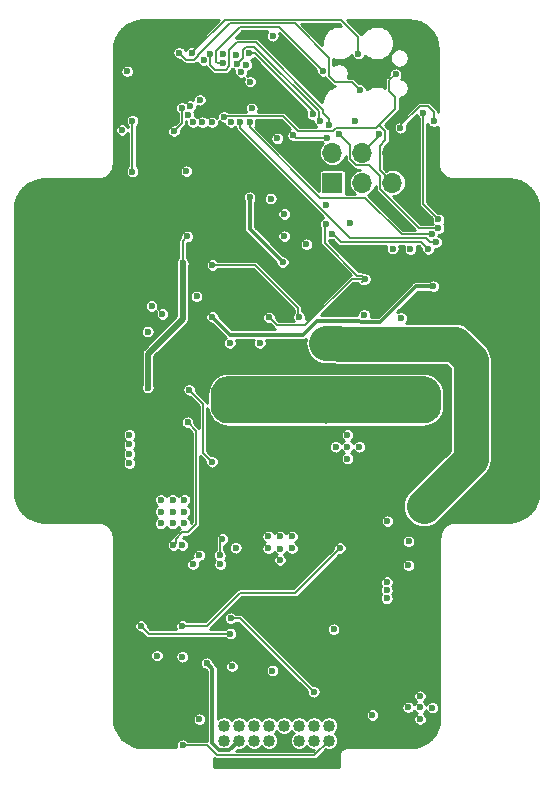
<source format=gbr>
G04 #@! TF.GenerationSoftware,KiCad,Pcbnew,(5.1.4)-1*
G04 #@! TF.CreationDate,2020-07-19T23:15:40-07:00*
G04 #@! TF.ProjectId,SkateLightMainBoard,536b6174-654c-4696-9768-744d61696e42,rev?*
G04 #@! TF.SameCoordinates,Original*
G04 #@! TF.FileFunction,Copper,L2,Inr*
G04 #@! TF.FilePolarity,Positive*
%FSLAX46Y46*%
G04 Gerber Fmt 4.6, Leading zero omitted, Abs format (unit mm)*
G04 Created by KiCad (PCBNEW (5.1.4)-1) date 2020-07-19 23:15:40*
%MOMM*%
%LPD*%
G04 APERTURE LIST*
%ADD10C,0.100000*%
%ADD11C,4.000000*%
%ADD12C,1.016000*%
%ADD13C,4.318000*%
%ADD14R,1.700000X1.700000*%
%ADD15O,1.700000X1.700000*%
%ADD16C,0.600000*%
%ADD17C,0.500000*%
%ADD18C,0.152400*%
%ADD19C,0.350000*%
%ADD20C,0.200000*%
%ADD21C,3.000000*%
%ADD22C,0.254000*%
G04 APERTURE END LIST*
D10*
G36*
X12557026Y-4037223D02*
G01*
X12702635Y-4058822D01*
X12845427Y-4094589D01*
X12984025Y-4144181D01*
X13117095Y-4207118D01*
X13243355Y-4282796D01*
X13361590Y-4370484D01*
X13470660Y-4469340D01*
X13569516Y-4578410D01*
X13657204Y-4696645D01*
X13732882Y-4822905D01*
X13795819Y-4955975D01*
X13845411Y-5094573D01*
X13881178Y-5237365D01*
X13902777Y-5382974D01*
X13910000Y-5530000D01*
X13910000Y-6530000D01*
X13902777Y-6677026D01*
X13881178Y-6822635D01*
X13845411Y-6965427D01*
X13795819Y-7104025D01*
X13732882Y-7237095D01*
X13657204Y-7363355D01*
X13569516Y-7481590D01*
X13470660Y-7590660D01*
X13361590Y-7689516D01*
X13243355Y-7777204D01*
X13117095Y-7852882D01*
X12984025Y-7915819D01*
X12845427Y-7965411D01*
X12702635Y-8001178D01*
X12557026Y-8022777D01*
X12410000Y-8030000D01*
X-4090000Y-8030000D01*
X-4237026Y-8022777D01*
X-4382635Y-8001178D01*
X-4525427Y-7965411D01*
X-4664025Y-7915819D01*
X-4797095Y-7852882D01*
X-4923355Y-7777204D01*
X-5041590Y-7689516D01*
X-5150660Y-7590660D01*
X-5249516Y-7481590D01*
X-5337204Y-7363355D01*
X-5412882Y-7237095D01*
X-5475819Y-7104025D01*
X-5525411Y-6965427D01*
X-5561178Y-6822635D01*
X-5582777Y-6677026D01*
X-5590000Y-6530000D01*
X-5590000Y-5530000D01*
X-5582777Y-5382974D01*
X-5561178Y-5237365D01*
X-5525411Y-5094573D01*
X-5475819Y-4955975D01*
X-5412882Y-4822905D01*
X-5337204Y-4696645D01*
X-5249516Y-4578410D01*
X-5150660Y-4469340D01*
X-5041590Y-4370484D01*
X-4923355Y-4282796D01*
X-4797095Y-4207118D01*
X-4664025Y-4144181D01*
X-4525427Y-4094589D01*
X-4382635Y-4058822D01*
X-4237026Y-4037223D01*
X-4090000Y-4030000D01*
X12410000Y-4030000D01*
X12557026Y-4037223D01*
X12557026Y-4037223D01*
G37*
D11*
X4160000Y-6030000D03*
D12*
X-4445000Y-33613000D03*
X-4445000Y-34883000D03*
X-3175000Y-33613000D03*
X-3175000Y-34883000D03*
X-1905000Y-33613000D03*
X-1905000Y-34883000D03*
X-635000Y-33613000D03*
X-635000Y-34883000D03*
X635000Y-33613000D03*
X635000Y-34883000D03*
X1905000Y-33613000D03*
X1905000Y-34883000D03*
X3175000Y-33613000D03*
X3175000Y-34883000D03*
X4445000Y-33613000D03*
X4445000Y-34883000D03*
D13*
X-19685000Y9660000D03*
X-19685000Y-13843000D03*
X19685000Y9660000D03*
X19685000Y-13843000D03*
D14*
X4730000Y12360000D03*
D15*
X4730000Y14900000D03*
X7270000Y12360000D03*
X7270000Y14900000D03*
X9810000Y12360000D03*
X9810000Y14900000D03*
D16*
X-16510000Y-13970000D03*
X16510000Y-13970000D03*
X-21590000Y-11430000D03*
X-16510000Y-11430000D03*
X21590000Y-11430000D03*
X-21590000Y-8890000D03*
X-19050000Y-8890000D03*
X-16510000Y-8890000D03*
X19050000Y-8890000D03*
X21590000Y-8890000D03*
X-21590000Y-6350000D03*
X-19050000Y-6350000D03*
X-16510000Y-6350000D03*
X19050000Y-6350000D03*
X21590000Y-6350000D03*
X-21590000Y-3810000D03*
X-19050000Y-3810000D03*
X-16510000Y-3810000D03*
X19050000Y-3810000D03*
X21590000Y-3810000D03*
X-21590000Y-1270000D03*
X-19050000Y-1270000D03*
X-16510000Y-1270000D03*
X19080000Y-1350000D03*
X21590000Y-1270000D03*
X-21590000Y1270000D03*
X-19050000Y1270000D03*
X-16510000Y1270000D03*
X16510000Y1270000D03*
X19140000Y1280000D03*
X21590000Y1270000D03*
X-21590000Y3810000D03*
X-19050000Y3810000D03*
X-16510000Y3810000D03*
X16510000Y3810000D03*
X19050000Y3810000D03*
X21590000Y3810000D03*
X-21590000Y6350000D03*
X-19050000Y6350000D03*
X-16510000Y6350000D03*
X16510000Y6350000D03*
X19050000Y6350000D03*
X21590000Y6350000D03*
X-16510000Y8890000D03*
X16510000Y8890000D03*
X-16510000Y11430000D03*
X16510000Y11430000D03*
X11430000Y21590000D03*
X11430000Y24130000D03*
X11470000Y19300000D03*
X-8420000Y10770000D03*
X-11474088Y15337912D03*
X2320000Y18360000D03*
X-2490000Y19550000D03*
X-4240000Y20330000D03*
X-5920000Y20290000D03*
X-7870000Y21180000D03*
X-6590000Y18300000D03*
X3540000Y24940000D03*
X-10890000Y19800000D03*
X-6910000Y8230000D03*
X-13470000Y16060000D03*
X-6250000Y1630000D03*
X900000Y1570000D03*
X710000Y6600000D03*
X750000Y4040000D03*
X9200000Y-15170000D03*
X13600000Y-16970000D03*
X13580000Y-22560000D03*
X13340000Y-33720000D03*
X8190000Y-35050000D03*
X4880000Y-36680000D03*
X-4960000Y-36850000D03*
X-1640000Y-36860000D03*
X1720000Y-36860000D03*
X-8150000Y-33880000D03*
X-10560000Y-31470000D03*
X-10900000Y-34000000D03*
X-12380000Y-34180000D03*
X-12360000Y-32060000D03*
X-12380000Y-33150000D03*
X-6930000Y-28280000D03*
X-4950000Y-27710000D03*
X-6500000Y-26530000D03*
X-4780000Y-26770000D03*
X-5700000Y-23870000D03*
X-12040000Y-21080000D03*
X-11530000Y-23210000D03*
X-3800000Y-17840000D03*
X-4000000Y-11000000D03*
X-4750000Y-8750000D03*
X180000Y-9000000D03*
X9120000Y-11900000D03*
X9291080Y-20045680D03*
X9296160Y-18016220D03*
X5320000Y-19550000D03*
X4300000Y-18120000D03*
X3780000Y-18820000D03*
X3260000Y-19500000D03*
X13540000Y-19790000D03*
X-2620000Y1190000D03*
X-9750000Y340000D03*
X-9590000Y3770000D03*
X-6770000Y6130000D03*
X-3960000Y-29660000D03*
X-80000Y-30080000D03*
X5350000Y-27090000D03*
X8870000Y-9080000D03*
X13090000Y-8960000D03*
X13120000Y-10920000D03*
X11250000Y-12810000D03*
X11100000Y-10230000D03*
X10570000Y-3340000D03*
X5490000Y-3310000D03*
X4120000Y20490000D03*
X9400000Y10340000D03*
X830000Y15050000D03*
X710000Y12200000D03*
X13080000Y10920000D03*
X9330000Y-22160000D03*
X9340000Y-21460000D03*
X9330000Y-22850000D03*
X-12460000Y-8980000D03*
X-12460000Y-9810000D03*
X-12460000Y-10600000D03*
X-12460000Y-11400000D03*
X-3780000Y-28590000D03*
X-10901680Y-4999860D03*
X-7950725Y5521028D03*
X-500000Y11010000D03*
X-7570000Y7800000D03*
X13270000Y3590000D03*
X-5440000Y990000D03*
X-9660000Y1240000D03*
X-3862853Y17477147D03*
X-7640000Y13330000D03*
X-7080000Y17470000D03*
X6000000Y-11000000D03*
X5000000Y-10000000D03*
X6000000Y-10000000D03*
X6000000Y-9000000D03*
X7000000Y-10000000D03*
X-347042Y-28948897D03*
X-5470000Y-11270000D03*
X-7400000Y-5180000D03*
X60000Y16100000D03*
X10070000Y21530000D03*
X-4457722Y17937980D03*
X-3080000Y17460000D03*
X13519073Y7325992D03*
X10550000Y900000D03*
X13130000Y7970000D03*
X-2282385Y17457615D03*
X300000Y-19600000D03*
X-700000Y-18600000D03*
X-700000Y-17600000D03*
X300000Y-17600000D03*
X1300000Y-17600000D03*
X1300000Y-18600000D03*
X320000Y-18620000D03*
X-2100000Y18640000D03*
X-13080000Y16820000D03*
X-6500000Y19368610D03*
X-6538640Y-33075880D03*
X-12200000Y13300000D03*
X-12650000Y21780000D03*
X-12200000Y17608610D03*
X-5470000Y17460000D03*
X-6280000Y17470000D03*
X-8027384Y18685849D03*
X-8690000Y16715062D03*
X-7480000Y18110000D03*
X-7960000Y-35273100D03*
X-7290000Y18840000D03*
X-3896114Y-24526601D03*
X3139172Y-30748962D03*
X-7800000Y-16500000D03*
X-8800000Y-16500000D03*
X-9800000Y-16500000D03*
X-9800000Y-14500000D03*
X-8800000Y-14500000D03*
X-7800000Y-14500000D03*
X-7800000Y-15500000D03*
X-8800000Y-15500000D03*
X-9800000Y-15500000D03*
X-10120000Y-27690000D03*
X-3913659Y-25819783D03*
X-11488232Y-25170000D03*
X4830000Y-25450000D03*
X-4765337Y-19958074D03*
X-7985646Y-27776731D03*
X-7540000Y-7920000D03*
X-8730000Y-18318142D03*
X-7984202Y-25177262D03*
X5360000Y-18580000D03*
X-331740Y24798260D03*
X-5910000Y-28340000D03*
X-3460000Y-18560000D03*
X-10915238Y-246647D03*
X-10590000Y1920000D03*
X-6780000Y2732500D03*
X-2240000Y20910000D03*
X-2280000Y11120000D03*
X520000Y5630000D03*
X12138660Y-32067500D03*
X12143740Y-31115000D03*
X13195300Y-32090360D03*
X12153900Y-33065720D03*
X11140440Y-32072580D03*
X11166080Y-20045680D03*
X11171160Y-18016220D03*
X8110000Y-32720000D03*
X4160000Y-2070000D03*
X4960000Y-850000D03*
X4960000Y-1670000D03*
X4960000Y-1670000D03*
X12470000Y-15040000D03*
X12470000Y-14100000D03*
X13450000Y-15040000D03*
X12470000Y-15980000D03*
X11540000Y-15050000D03*
X4213860Y-1226820D03*
X-5430000Y5380000D03*
X1910000Y970000D03*
X-3016436Y21722349D03*
X4210000Y10460000D03*
X4310000Y16160000D03*
X1406474Y16361095D03*
X3931390Y21814555D03*
X13310000Y17560000D03*
X10490000Y17000000D03*
X-4810000Y-19200000D03*
X-4580000Y-17820000D03*
X-4552410Y22472410D03*
X6910000Y23280000D03*
X-7183820Y23337407D03*
X11328043Y6711015D03*
X-7081898Y-19947844D03*
X8691390Y16470367D03*
X9832368Y6777793D03*
X-8241031Y23349903D03*
X7048744Y20212178D03*
X-6547626Y-19203328D03*
X7500000Y4190382D03*
X4180000Y8890000D03*
X6656542Y17555574D03*
X-643754Y941786D03*
X-3428024Y23150521D03*
X-7977587Y-18318142D03*
X-2567187Y22330903D03*
X9390000Y-16300000D03*
X13707668Y8498610D03*
X5281390Y16445344D03*
X-2307590Y23310258D03*
X3045180Y18150000D03*
X2530001Y7140001D03*
X-3335292Y22403846D03*
X3695962Y17565433D03*
X6250000Y8970000D03*
X12420000Y18280000D03*
X-4572412Y23232617D03*
X13708088Y9251021D03*
X7416214Y1187730D03*
X12840000Y6730000D03*
X4710000Y8050000D03*
X4440000Y17260000D03*
X-5629623Y23241765D03*
X-6186020Y22735261D03*
X-1419860Y-1226820D03*
X650000Y7832500D03*
X-3959860Y-1226820D03*
X650000Y9707500D03*
D17*
X-10901680Y-4999860D02*
X-10901680Y-2139860D01*
X-7950725Y811095D02*
X-7950725Y5096764D01*
X-10901680Y-2139860D02*
X-7950725Y811095D01*
X-7950725Y5096764D02*
X-7950725Y5521028D01*
D18*
X-7950725Y5521028D02*
X-7950725Y7419275D01*
X-7950725Y7419275D02*
X-7570000Y7800000D01*
D19*
X7005390Y670000D02*
X7115061Y560329D01*
X2230000Y-510000D02*
X3410000Y670000D01*
X8760329Y560329D02*
X11790000Y3590000D01*
X3410000Y670000D02*
X7005390Y670000D01*
X7115061Y560329D02*
X8760329Y560329D01*
X12845736Y3590000D02*
X13270000Y3590000D01*
X11790000Y3590000D02*
X12845736Y3590000D01*
X-3940000Y-510000D02*
X2230000Y-510000D01*
X-5440000Y990000D02*
X-3940000Y-510000D01*
D18*
X-5470000Y-11270000D02*
X-6210000Y-10530000D01*
X-6210000Y-6370000D02*
X-7400000Y-5180000D01*
X-6210000Y-8010000D02*
X-6210000Y-6370000D01*
X-6210000Y-10530000D02*
X-6210000Y-8010000D01*
X8731399Y13438601D02*
X8731399Y15441399D01*
X9810000Y12360000D02*
X8731399Y13438601D01*
X8731399Y15441399D02*
X9220000Y15930000D01*
X10060000Y19570438D02*
X10060000Y18621309D01*
X8412637Y16973946D02*
X5033057Y16973946D01*
X5033057Y16973946D02*
X4790510Y16731399D01*
X4790510Y16731399D02*
X1818500Y16731399D01*
X1818500Y16731399D02*
X529899Y18020000D01*
X10070000Y21530000D02*
X9550000Y21010000D01*
X-4375702Y18020000D02*
X-4457722Y17937980D01*
X529899Y18020000D02*
X-4375702Y18020000D01*
X9550000Y21010000D02*
X9550000Y20080438D01*
X9550000Y20080438D02*
X10060000Y19570438D01*
X9220000Y16760000D02*
X8709346Y17270654D01*
X9220000Y15930000D02*
X9220000Y16760000D01*
X10060000Y18621309D02*
X8709346Y17270654D01*
X8709346Y17270654D02*
X8412637Y16973946D01*
X12649037Y7668633D02*
X12991678Y7325992D01*
X-3080000Y17460000D02*
X-3080000Y16968933D01*
X-3080000Y16968933D02*
X6220300Y7668633D01*
X6220300Y7668633D02*
X12649037Y7668633D01*
X12991678Y7325992D02*
X13094809Y7325992D01*
X13094809Y7325992D02*
X13519073Y7325992D01*
X12705736Y7970000D02*
X12702292Y7973444D01*
X-2282385Y17033351D02*
X-2282385Y17457615D01*
X13130000Y7970000D02*
X12705736Y7970000D01*
X10580700Y7973444D02*
X7499144Y11055000D01*
X12702292Y7973444D02*
X10580700Y7973444D01*
X7499144Y11055000D02*
X3695966Y11055000D01*
X3695966Y11055000D02*
X-2282385Y17033351D01*
X-12200000Y13300000D02*
X-12200000Y17608610D01*
X-8027384Y17377678D02*
X-8027384Y18685849D01*
X-8690000Y16715062D02*
X-8027384Y17377678D01*
X-5862086Y-35273100D02*
X-7535736Y-35273100D01*
X-7535736Y-35273100D02*
X-7960000Y-35273100D01*
X-5013175Y-36122011D02*
X-5862086Y-35273100D01*
X3205989Y-36122011D02*
X-5013175Y-36122011D01*
X4445000Y-34883000D02*
X3205989Y-36122011D01*
D20*
X-3083189Y-24526601D02*
X-3896114Y-24526601D01*
X3139172Y-30748962D02*
X-3083189Y-24526601D01*
X-11188233Y-25469999D02*
X-11488232Y-25170000D01*
X-10838449Y-25819783D02*
X-11188233Y-25469999D01*
X-3913659Y-25819783D02*
X-10838449Y-25819783D01*
D18*
X-8537895Y-18126037D02*
X-8730000Y-18318142D01*
X-6800000Y-8660000D02*
X-6800000Y-16560000D01*
X-7540000Y-7920000D02*
X-6800000Y-8660000D01*
X-6800000Y-16560000D02*
X-7490000Y-17250000D01*
X-7490000Y-17250000D02*
X-7970000Y-17250000D01*
X-7970000Y-17250000D02*
X-8537895Y-17817895D01*
X-8537895Y-17817895D02*
X-8537895Y-18126037D01*
D20*
X-7984202Y-25177262D02*
X-5927262Y-25177262D01*
X-5927262Y-25177262D02*
X-3120000Y-22370000D01*
X-3120000Y-22370000D02*
X1570000Y-22370000D01*
X1570000Y-22370000D02*
X5360000Y-18580000D01*
D19*
X-4845993Y-35718401D02*
X-5440000Y-35124394D01*
X-4010401Y-35718401D02*
X-4845993Y-35718401D01*
X-3175000Y-34883000D02*
X-4010401Y-35718401D01*
X-5440000Y-35124394D02*
X-5440000Y-28810000D01*
X-5440000Y-28810000D02*
X-5910000Y-28340000D01*
X-2280000Y11120000D02*
X-2280000Y8430000D01*
X-2280000Y8430000D02*
X520000Y5630000D01*
D18*
X-5430000Y5380000D02*
X-1820000Y5380000D01*
D21*
X5243122Y-1267082D02*
X5202860Y-1226820D01*
X16430000Y-11080000D02*
X16430000Y-2630000D01*
X16430000Y-2630000D02*
X15067082Y-1267082D01*
X12470000Y-15040000D02*
X16430000Y-11080000D01*
X15067082Y-1267082D02*
X5243122Y-1267082D01*
X5202860Y-1226820D02*
X4213860Y-1226820D01*
D18*
X1825000Y1055000D02*
X1910000Y970000D01*
X1825000Y1735000D02*
X1825000Y1055000D01*
X-1820000Y5380000D02*
X1825000Y1735000D01*
D20*
X4310000Y16160000D02*
X1607569Y16160000D01*
X1607569Y16160000D02*
X1406474Y16361095D01*
D18*
X13310000Y17560000D02*
X13310000Y17984264D01*
X13310000Y17984264D02*
X13310000Y18340000D01*
X13310000Y18340000D02*
X12790000Y18860000D01*
X12790000Y18860000D02*
X12140000Y18860000D01*
X12140000Y18860000D02*
X10490000Y17210000D01*
X10490000Y17210000D02*
X10490000Y17000000D01*
X-4810000Y-18050000D02*
X-4580000Y-17820000D01*
X-4810000Y-19200000D02*
X-4810000Y-18050000D01*
X-5101013Y23486346D02*
X-5101013Y22596749D01*
X-4976674Y22472410D02*
X-4552410Y22472410D01*
X3931390Y21814555D02*
X215945Y25530000D01*
X-5101013Y22596749D02*
X-4976674Y22472410D01*
X215945Y25530000D02*
X-3057359Y25530000D01*
X-3057359Y25530000D02*
X-5101013Y23486346D01*
X6910000Y24683354D02*
X5438543Y26154811D01*
X6910000Y23280000D02*
X6910000Y24683354D01*
X5438543Y26154811D02*
X-4366416Y26154811D01*
X-6883821Y23637406D02*
X-7183820Y23337407D01*
X-4366416Y26154811D02*
X-6883821Y23637406D01*
X7270000Y14900000D02*
X8691390Y16321390D01*
X8691390Y16321390D02*
X8691390Y16470367D01*
X-8241031Y23349903D02*
X-7671128Y22780000D01*
X4460000Y22923046D02*
X4460000Y21360438D01*
X6382123Y20878799D02*
X6748745Y20512177D01*
X-7671128Y22780000D02*
X-6958897Y22780000D01*
X4460000Y21360438D02*
X4941639Y20878799D01*
X6748745Y20512177D02*
X7048744Y20212178D01*
X4941639Y20878799D02*
X6382123Y20878799D01*
X1533045Y25850001D02*
X4460000Y22923046D01*
X-6958897Y22780000D02*
X-6655219Y23083678D01*
X-6655219Y23083678D02*
X-6655219Y23124781D01*
X-6655219Y23124781D02*
X-3929999Y25850001D01*
X-3929999Y25850001D02*
X1533045Y25850001D01*
X7250000Y3940382D02*
X7500000Y4190382D01*
X7200001Y4490381D02*
X6819619Y4490381D01*
X7500000Y4190382D02*
X7200001Y4490381D01*
X6819619Y4490381D02*
X4070000Y7240000D01*
X4070000Y8780000D02*
X4180000Y8890000D01*
X4070000Y7240000D02*
X4070000Y8780000D01*
X-343755Y641787D02*
X-643754Y941786D01*
X32514Y265518D02*
X-343755Y641787D01*
X6359590Y4190382D02*
X2434726Y265518D01*
X2434726Y265518D02*
X32514Y265518D01*
X7500000Y4190382D02*
X6359590Y4190382D01*
X13707668Y8498610D02*
X12075060Y8498610D01*
X6191399Y15535335D02*
X5581389Y16145345D01*
X8731399Y12877729D02*
X7787729Y13821399D01*
X6191399Y14382271D02*
X6191399Y15535335D01*
X5581389Y16145345D02*
X5281390Y16445344D01*
X7787729Y13821399D02*
X6752271Y13821399D01*
X12075060Y8498610D02*
X8731399Y11842271D01*
X6752271Y13821399D02*
X6191399Y14382271D01*
X8731399Y11842271D02*
X8731399Y12877729D01*
D20*
X-1817026Y23310258D02*
X3045180Y18448052D01*
X3045180Y18448052D02*
X3045180Y18150000D01*
X-2307590Y23310258D02*
X-1817026Y23310258D01*
X3597590Y18394026D02*
X3597590Y17663805D01*
X-2610000Y23880000D02*
X-1888384Y23880000D01*
X3597590Y17663805D02*
X3695962Y17565433D01*
X-2860000Y23630000D02*
X-2610000Y23880000D01*
X-1888384Y23880000D02*
X3597590Y18394026D01*
X-2860000Y22879138D02*
X-2860000Y23630000D01*
X-3335292Y22403846D02*
X-2860000Y22879138D01*
D18*
X12420000Y10539109D02*
X13408089Y9551020D01*
X13408089Y9551020D02*
X13708088Y9251021D01*
X12420000Y18280000D02*
X12420000Y10539109D01*
D20*
X4440000Y17260000D02*
X4440000Y17730000D01*
X4440000Y17730000D02*
X3950000Y18220000D01*
X3950000Y18220000D02*
X3950000Y18539999D01*
X3950000Y18539999D02*
X-1770001Y24260000D01*
X-1770001Y24260000D02*
X-3370000Y24260000D01*
X-3370000Y24260000D02*
X-4000000Y23630000D01*
X-4000000Y23630000D02*
X-4000000Y22220000D01*
X-4000000Y22220000D02*
X-4300000Y21920000D01*
X-4300000Y21920000D02*
X-5210000Y21920000D01*
X-5629623Y22339623D02*
X-5629623Y23241765D01*
X-5210000Y21920000D02*
X-5629623Y22339623D01*
X12840000Y6730000D02*
X12229978Y7340022D01*
X5419978Y7340022D02*
X5009999Y7750001D01*
X12229978Y7340022D02*
X5419978Y7340022D01*
X5009999Y7750001D02*
X4710000Y8050000D01*
D22*
G36*
X-7110538Y23913582D02*
G01*
X-7126754Y23916807D01*
X-7240886Y23916807D01*
X-7352825Y23894541D01*
X-7458269Y23850864D01*
X-7553166Y23787456D01*
X-7633869Y23706753D01*
X-7697277Y23611856D01*
X-7709837Y23581533D01*
X-7727574Y23624352D01*
X-7790982Y23719249D01*
X-7871685Y23799952D01*
X-7966582Y23863360D01*
X-8072026Y23907037D01*
X-8183965Y23929303D01*
X-8298097Y23929303D01*
X-8410036Y23907037D01*
X-8515480Y23863360D01*
X-8610377Y23799952D01*
X-8691080Y23719249D01*
X-8754488Y23624352D01*
X-8798165Y23518908D01*
X-8820431Y23406969D01*
X-8820431Y23292837D01*
X-8798165Y23180898D01*
X-8754488Y23075454D01*
X-8691080Y22980557D01*
X-8610377Y22899854D01*
X-8515480Y22836446D01*
X-8410036Y22792769D01*
X-8298097Y22770503D01*
X-8183965Y22770503D01*
X-8167750Y22773728D01*
X-7934922Y22540900D01*
X-7923791Y22527337D01*
X-7869644Y22482899D01*
X-7807868Y22449879D01*
X-7740838Y22429546D01*
X-7688591Y22424400D01*
X-7688583Y22424400D01*
X-7671128Y22422681D01*
X-7653673Y22424400D01*
X-6976352Y22424400D01*
X-6958897Y22422681D01*
X-6941442Y22424400D01*
X-6941434Y22424400D01*
X-6889187Y22429546D01*
X-6822157Y22449879D01*
X-6760381Y22482899D01*
X-6721756Y22514598D01*
X-6699477Y22460812D01*
X-6636069Y22365915D01*
X-6555366Y22285212D01*
X-6460469Y22221804D01*
X-6355025Y22178127D01*
X-6243086Y22155861D01*
X-6128954Y22155861D01*
X-6017015Y22178127D01*
X-5981386Y22192885D01*
X-5970435Y22172398D01*
X-5946608Y22127820D01*
X-5931491Y22109400D01*
X-5899197Y22070049D01*
X-5884721Y22058169D01*
X-5491450Y21664897D01*
X-5479574Y21650426D01*
X-5465103Y21638550D01*
X-5465102Y21638549D01*
X-5421803Y21603015D01*
X-5355893Y21567785D01*
X-5339247Y21562736D01*
X-5284375Y21546090D01*
X-5228632Y21540600D01*
X-5228629Y21540600D01*
X-5210000Y21538765D01*
X-5191371Y21540600D01*
X-4318629Y21540600D01*
X-4300000Y21538765D01*
X-4281371Y21540600D01*
X-4281368Y21540600D01*
X-4225625Y21546090D01*
X-4154108Y21567785D01*
X-4088197Y21603015D01*
X-4030426Y21650426D01*
X-4018546Y21664902D01*
X-3744897Y21938550D01*
X-3730426Y21950426D01*
X-3717283Y21966442D01*
X-3704638Y21953797D01*
X-3609741Y21890389D01*
X-3576501Y21876620D01*
X-3595836Y21779415D01*
X-3595836Y21665283D01*
X-3573570Y21553344D01*
X-3529893Y21447900D01*
X-3466485Y21353003D01*
X-3385782Y21272300D01*
X-3290885Y21208892D01*
X-3185441Y21165215D01*
X-3073502Y21142949D01*
X-2959370Y21142949D01*
X-2847431Y21165215D01*
X-2741987Y21208892D01*
X-2733203Y21214761D01*
X-2753457Y21184449D01*
X-2797134Y21079005D01*
X-2819400Y20967066D01*
X-2819400Y20852934D01*
X-2797134Y20740995D01*
X-2753457Y20635551D01*
X-2690049Y20540654D01*
X-2609346Y20459951D01*
X-2514449Y20396543D01*
X-2409005Y20352866D01*
X-2297066Y20330600D01*
X-2182934Y20330600D01*
X-2070995Y20352866D01*
X-1965551Y20396543D01*
X-1870654Y20459951D01*
X-1789951Y20540654D01*
X-1726543Y20635551D01*
X-1682866Y20740995D01*
X-1660600Y20852934D01*
X-1660600Y20967066D01*
X-1682866Y21079005D01*
X-1726543Y21184449D01*
X-1789951Y21279346D01*
X-1870654Y21360049D01*
X-1965551Y21423457D01*
X-2070995Y21467134D01*
X-2182934Y21489400D01*
X-2297066Y21489400D01*
X-2409005Y21467134D01*
X-2514449Y21423457D01*
X-2523233Y21417588D01*
X-2502979Y21447900D01*
X-2459302Y21553344D01*
X-2437036Y21665283D01*
X-2437036Y21766040D01*
X-2398182Y21773769D01*
X-2292738Y21817446D01*
X-2197841Y21880854D01*
X-2117138Y21961557D01*
X-2053730Y22056454D01*
X-2010053Y22161898D01*
X-1987787Y22273837D01*
X-1987787Y22387969D01*
X-2010053Y22499908D01*
X-2053730Y22605352D01*
X-2117138Y22700249D01*
X-2164799Y22747910D01*
X-2138585Y22753124D01*
X-2033141Y22796801D01*
X-1938244Y22860209D01*
X-1920887Y22877566D01*
X2531926Y18424753D01*
X2531723Y18424449D01*
X2488046Y18319005D01*
X2465780Y18207066D01*
X2465780Y18092934D01*
X2488046Y17980995D01*
X2531723Y17875551D01*
X2595131Y17780654D01*
X2675834Y17699951D01*
X2770731Y17636543D01*
X2876175Y17592866D01*
X2988114Y17570600D01*
X3102246Y17570600D01*
X3116562Y17573448D01*
X3116562Y17508367D01*
X3138828Y17396428D01*
X3182505Y17290984D01*
X3245913Y17196087D01*
X3326616Y17115384D01*
X3369097Y17086999D01*
X1965794Y17086999D01*
X793698Y18259094D01*
X782562Y18272663D01*
X728415Y18317101D01*
X666639Y18350121D01*
X599609Y18370454D01*
X547362Y18375600D01*
X547354Y18375600D01*
X529899Y18377319D01*
X512444Y18375600D01*
X-1582381Y18375600D01*
X-1542866Y18470995D01*
X-1520600Y18582934D01*
X-1520600Y18697066D01*
X-1542866Y18809005D01*
X-1586543Y18914449D01*
X-1649951Y19009346D01*
X-1730654Y19090049D01*
X-1825551Y19153457D01*
X-1930995Y19197134D01*
X-2042934Y19219400D01*
X-2157066Y19219400D01*
X-2269005Y19197134D01*
X-2374449Y19153457D01*
X-2469346Y19090049D01*
X-2550049Y19009346D01*
X-2613457Y18914449D01*
X-2657134Y18809005D01*
X-2679400Y18697066D01*
X-2679400Y18582934D01*
X-2657134Y18470995D01*
X-2617619Y18375600D01*
X-4075947Y18375600D01*
X-4088376Y18388029D01*
X-4183273Y18451437D01*
X-4288717Y18495114D01*
X-4400656Y18517380D01*
X-4514788Y18517380D01*
X-4626727Y18495114D01*
X-4732171Y18451437D01*
X-4827068Y18388029D01*
X-4907771Y18307326D01*
X-4971179Y18212429D01*
X-5014856Y18106985D01*
X-5037122Y17995046D01*
X-5037122Y17880914D01*
X-5028581Y17837976D01*
X-5100654Y17910049D01*
X-5195551Y17973457D01*
X-5300995Y18017134D01*
X-5412934Y18039400D01*
X-5527066Y18039400D01*
X-5639005Y18017134D01*
X-5744449Y17973457D01*
X-5839346Y17910049D01*
X-5870000Y17879395D01*
X-5910654Y17920049D01*
X-6005551Y17983457D01*
X-6110995Y18027134D01*
X-6222934Y18049400D01*
X-6337066Y18049400D01*
X-6449005Y18027134D01*
X-6554449Y17983457D01*
X-6649346Y17920049D01*
X-6680000Y17889395D01*
X-6710654Y17920049D01*
X-6805551Y17983457D01*
X-6906133Y18025120D01*
X-6900600Y18052934D01*
X-6900600Y18167066D01*
X-6922866Y18279005D01*
X-6958380Y18364743D01*
X-6920654Y18389951D01*
X-6839951Y18470654D01*
X-6776543Y18565551D01*
X-6732866Y18670995D01*
X-6710600Y18782934D01*
X-6710600Y18828705D01*
X-6669005Y18811476D01*
X-6557066Y18789210D01*
X-6442934Y18789210D01*
X-6330995Y18811476D01*
X-6225551Y18855153D01*
X-6130654Y18918561D01*
X-6049951Y18999264D01*
X-5986543Y19094161D01*
X-5942866Y19199605D01*
X-5920600Y19311544D01*
X-5920600Y19425676D01*
X-5942866Y19537615D01*
X-5986543Y19643059D01*
X-6049951Y19737956D01*
X-6130654Y19818659D01*
X-6225551Y19882067D01*
X-6330995Y19925744D01*
X-6442934Y19948010D01*
X-6557066Y19948010D01*
X-6669005Y19925744D01*
X-6774449Y19882067D01*
X-6869346Y19818659D01*
X-6950049Y19737956D01*
X-7013457Y19643059D01*
X-7057134Y19537615D01*
X-7079400Y19425676D01*
X-7079400Y19379905D01*
X-7120995Y19397134D01*
X-7232934Y19419400D01*
X-7347066Y19419400D01*
X-7459005Y19397134D01*
X-7564449Y19353457D01*
X-7659346Y19290049D01*
X-7740049Y19209346D01*
X-7748664Y19196452D01*
X-7752935Y19199306D01*
X-7858379Y19242983D01*
X-7970318Y19265249D01*
X-8084450Y19265249D01*
X-8196389Y19242983D01*
X-8301833Y19199306D01*
X-8396730Y19135898D01*
X-8477433Y19055195D01*
X-8540841Y18960298D01*
X-8584518Y18854854D01*
X-8606784Y18742915D01*
X-8606784Y18628783D01*
X-8584518Y18516844D01*
X-8540841Y18411400D01*
X-8477433Y18316503D01*
X-8396730Y18235800D01*
X-8382983Y18226615D01*
X-8382984Y17524972D01*
X-8616719Y17291237D01*
X-8632934Y17294462D01*
X-8747066Y17294462D01*
X-8859005Y17272196D01*
X-8964449Y17228519D01*
X-9059346Y17165111D01*
X-9140049Y17084408D01*
X-9203457Y16989511D01*
X-9247134Y16884067D01*
X-9269400Y16772128D01*
X-9269400Y16657996D01*
X-9247134Y16546057D01*
X-9203457Y16440613D01*
X-9140049Y16345716D01*
X-9059346Y16265013D01*
X-8964449Y16201605D01*
X-8859005Y16157928D01*
X-8747066Y16135662D01*
X-8632934Y16135662D01*
X-8520995Y16157928D01*
X-8415551Y16201605D01*
X-8320654Y16265013D01*
X-8239951Y16345716D01*
X-8176543Y16440613D01*
X-8132866Y16546057D01*
X-8110600Y16657996D01*
X-8110600Y16772128D01*
X-8113825Y16788343D01*
X-7788280Y17113888D01*
X-7774722Y17125015D01*
X-7763594Y17138574D01*
X-7763589Y17138579D01*
X-7730283Y17179162D01*
X-7721523Y17195551D01*
X-7697263Y17240938D01*
X-7676930Y17307968D01*
X-7671784Y17360215D01*
X-7671784Y17360223D01*
X-7670065Y17377678D01*
X-7671784Y17395133D01*
X-7671784Y17562302D01*
X-7653867Y17554880D01*
X-7659400Y17527066D01*
X-7659400Y17412934D01*
X-7637134Y17300995D01*
X-7593457Y17195551D01*
X-7530049Y17100654D01*
X-7449346Y17019951D01*
X-7354449Y16956543D01*
X-7249005Y16912866D01*
X-7137066Y16890600D01*
X-7022934Y16890600D01*
X-6910995Y16912866D01*
X-6805551Y16956543D01*
X-6710654Y17019951D01*
X-6680000Y17050605D01*
X-6649346Y17019951D01*
X-6554449Y16956543D01*
X-6449005Y16912866D01*
X-6337066Y16890600D01*
X-6222934Y16890600D01*
X-6110995Y16912866D01*
X-6005551Y16956543D01*
X-5910654Y17019951D01*
X-5880000Y17050605D01*
X-5839346Y17009951D01*
X-5744449Y16946543D01*
X-5639005Y16902866D01*
X-5527066Y16880600D01*
X-5412934Y16880600D01*
X-5300995Y16902866D01*
X-5195551Y16946543D01*
X-5100654Y17009951D01*
X-5019951Y17090654D01*
X-4956543Y17185551D01*
X-4912866Y17290995D01*
X-4890600Y17402934D01*
X-4890600Y17517066D01*
X-4899141Y17560004D01*
X-4827068Y17487931D01*
X-4732171Y17424523D01*
X-4626727Y17380846D01*
X-4514788Y17358580D01*
X-4430020Y17358580D01*
X-4419987Y17308142D01*
X-4376310Y17202698D01*
X-4312902Y17107801D01*
X-4232199Y17027098D01*
X-4137302Y16963690D01*
X-4031858Y16920013D01*
X-3919919Y16897747D01*
X-3805787Y16897747D01*
X-3693848Y16920013D01*
X-3588404Y16963690D01*
X-3493507Y17027098D01*
X-3480000Y17040605D01*
X-3449346Y17009951D01*
X-3435599Y17000766D01*
X-3435599Y16986398D01*
X-3437319Y16968933D01*
X-3430454Y16899223D01*
X-3410120Y16832192D01*
X-3394336Y16802663D01*
X-3377100Y16770417D01*
X-3358158Y16747337D01*
X-3345078Y16731399D01*
X-3332662Y16716270D01*
X-3319099Y16705139D01*
X3960019Y9426019D01*
X3905551Y9403457D01*
X3810654Y9340049D01*
X3729951Y9259346D01*
X3666543Y9164449D01*
X3622866Y9059005D01*
X3600600Y8947066D01*
X3600600Y8832934D01*
X3622866Y8720995D01*
X3666543Y8615551D01*
X3714401Y8543927D01*
X3714400Y7257456D01*
X3712681Y7240000D01*
X3714400Y7222545D01*
X3714400Y7222538D01*
X3717679Y7189251D01*
X3719546Y7170290D01*
X3724039Y7155480D01*
X3739879Y7103261D01*
X3772899Y7041485D01*
X3817337Y6987338D01*
X3830902Y6976205D01*
X6271764Y4535341D01*
X6269546Y4534668D01*
X6222850Y4520503D01*
X6161074Y4487483D01*
X6106927Y4443045D01*
X6095796Y4429482D01*
X2467010Y800695D01*
X2467134Y800995D01*
X2489400Y912934D01*
X2489400Y1027066D01*
X2467134Y1139005D01*
X2423457Y1244449D01*
X2360049Y1339346D01*
X2279346Y1420049D01*
X2184449Y1483457D01*
X2180600Y1485051D01*
X2180600Y1717548D01*
X2182319Y1735001D01*
X2180600Y1752454D01*
X2180600Y1752463D01*
X2175454Y1804710D01*
X2155121Y1871740D01*
X2122101Y1933516D01*
X2118933Y1937376D01*
X2088795Y1974100D01*
X2088785Y1974110D01*
X2077662Y1987663D01*
X2064110Y1998785D01*
X-1556201Y5619094D01*
X-1567337Y5632663D01*
X-1621484Y5677101D01*
X-1683260Y5710121D01*
X-1750290Y5730454D01*
X-1802537Y5735600D01*
X-1802545Y5735600D01*
X-1820000Y5737319D01*
X-1837455Y5735600D01*
X-4970766Y5735600D01*
X-4979951Y5749346D01*
X-5060654Y5830049D01*
X-5155551Y5893457D01*
X-5260995Y5937134D01*
X-5372934Y5959400D01*
X-5487066Y5959400D01*
X-5599005Y5937134D01*
X-5704449Y5893457D01*
X-5799346Y5830049D01*
X-5880049Y5749346D01*
X-5943457Y5654449D01*
X-5987134Y5549005D01*
X-6009400Y5437066D01*
X-6009400Y5322934D01*
X-5987134Y5210995D01*
X-5943457Y5105551D01*
X-5880049Y5010654D01*
X-5799346Y4929951D01*
X-5704449Y4866543D01*
X-5599005Y4822866D01*
X-5487066Y4800600D01*
X-5372934Y4800600D01*
X-5260995Y4822866D01*
X-5155551Y4866543D01*
X-5060654Y4929951D01*
X-4979951Y5010654D01*
X-4970766Y5024400D01*
X-1967293Y5024400D01*
X1469400Y1587705D01*
X1469401Y1348796D01*
X1459951Y1339346D01*
X1396543Y1244449D01*
X1352866Y1139005D01*
X1330600Y1027066D01*
X1330600Y912934D01*
X1352866Y800995D01*
X1396543Y695551D01*
X1446277Y621118D01*
X179808Y621118D01*
X-67579Y868505D01*
X-64354Y884720D01*
X-64354Y998852D01*
X-86620Y1110791D01*
X-130297Y1216235D01*
X-193705Y1311132D01*
X-274408Y1391835D01*
X-369305Y1455243D01*
X-474749Y1498920D01*
X-586688Y1521186D01*
X-700820Y1521186D01*
X-812759Y1498920D01*
X-918203Y1455243D01*
X-1013100Y1391835D01*
X-1093803Y1311132D01*
X-1157211Y1216235D01*
X-1200888Y1110791D01*
X-1223154Y998852D01*
X-1223154Y884720D01*
X-1200888Y772781D01*
X-1157211Y667337D01*
X-1093803Y572440D01*
X-1013100Y491737D01*
X-918203Y428329D01*
X-812759Y384652D01*
X-700820Y362386D01*
X-586688Y362386D01*
X-570473Y365611D01*
X-231281Y26419D01*
X-220149Y12855D01*
X-206586Y1724D01*
X-206585Y1723D01*
X-166003Y-31582D01*
X-166002Y-31583D01*
X-121069Y-55600D01*
X-3751781Y-55600D01*
X-4862128Y1054746D01*
X-4882866Y1159005D01*
X-4926543Y1264449D01*
X-4989951Y1359346D01*
X-5070654Y1440049D01*
X-5165551Y1503457D01*
X-5270995Y1547134D01*
X-5382934Y1569400D01*
X-5497066Y1569400D01*
X-5609005Y1547134D01*
X-5714449Y1503457D01*
X-5809346Y1440049D01*
X-5890049Y1359346D01*
X-5953457Y1264449D01*
X-5997134Y1159005D01*
X-6019400Y1047066D01*
X-6019400Y932934D01*
X-5997134Y820995D01*
X-5953457Y715551D01*
X-5890049Y620654D01*
X-5809346Y539951D01*
X-5714449Y476543D01*
X-5609005Y432866D01*
X-5504746Y412128D01*
X-4321198Y-771421D01*
X-4329206Y-776771D01*
X-4409909Y-857474D01*
X-4473317Y-952371D01*
X-4516994Y-1057815D01*
X-4539260Y-1169754D01*
X-4539260Y-1283886D01*
X-4516994Y-1395825D01*
X-4473317Y-1501269D01*
X-4409909Y-1596166D01*
X-4329206Y-1676869D01*
X-4234309Y-1740277D01*
X-4128865Y-1783954D01*
X-4016926Y-1806220D01*
X-3902794Y-1806220D01*
X-3790855Y-1783954D01*
X-3685411Y-1740277D01*
X-3590514Y-1676869D01*
X-3509811Y-1596166D01*
X-3446403Y-1501269D01*
X-3402726Y-1395825D01*
X-3380460Y-1283886D01*
X-3380460Y-1169754D01*
X-3402726Y-1057815D01*
X-3441420Y-964400D01*
X-1938300Y-964400D01*
X-1976994Y-1057815D01*
X-1999260Y-1169754D01*
X-1999260Y-1283886D01*
X-1976994Y-1395825D01*
X-1933317Y-1501269D01*
X-1869909Y-1596166D01*
X-1789206Y-1676869D01*
X-1694309Y-1740277D01*
X-1588865Y-1783954D01*
X-1476926Y-1806220D01*
X-1362794Y-1806220D01*
X-1250855Y-1783954D01*
X-1145411Y-1740277D01*
X-1050514Y-1676869D01*
X-969811Y-1596166D01*
X-906403Y-1501269D01*
X-862726Y-1395825D01*
X-840460Y-1283886D01*
X-840460Y-1169754D01*
X-862726Y-1057815D01*
X-901420Y-964400D01*
X2207685Y-964400D01*
X2230000Y-966598D01*
X2252315Y-964400D01*
X2252318Y-964400D01*
X2319078Y-957825D01*
X2404732Y-931842D01*
X2457692Y-903534D01*
X2425851Y-1226820D01*
X2460207Y-1575643D01*
X2561955Y-1911061D01*
X2727185Y-2220185D01*
X2949547Y-2491133D01*
X3220495Y-2713495D01*
X3529619Y-2878725D01*
X3865037Y-2980473D01*
X4126451Y-3006220D01*
X4846449Y-3006220D01*
X4894299Y-3020735D01*
X5155713Y-3046482D01*
X5155720Y-3046482D01*
X5243121Y-3055090D01*
X5330522Y-3046482D01*
X14330031Y-3046482D01*
X14650601Y-3367053D01*
X14650600Y-10342948D01*
X11149967Y-13843582D01*
X10983325Y-14046636D01*
X10818096Y-14355759D01*
X10716347Y-14691178D01*
X10681992Y-15040000D01*
X10716347Y-15388822D01*
X10818096Y-15724241D01*
X10983325Y-16033364D01*
X11205687Y-16304313D01*
X11476636Y-16526675D01*
X11785759Y-16691904D01*
X12121178Y-16793653D01*
X12470000Y-16828008D01*
X12818822Y-16793653D01*
X13154241Y-16691904D01*
X13463364Y-16526675D01*
X13666418Y-16360033D01*
X17626424Y-12400028D01*
X17694313Y-12344313D01*
X17750029Y-12276423D01*
X17750033Y-12276419D01*
X17916675Y-12073365D01*
X18002147Y-11913457D01*
X18081905Y-11764241D01*
X18183653Y-11428823D01*
X18209400Y-11167409D01*
X18209400Y-11167401D01*
X18218008Y-11080000D01*
X18209400Y-10992599D01*
X18209400Y-2717400D01*
X18218008Y-2629999D01*
X18209400Y-2542598D01*
X18209400Y-2542591D01*
X18183653Y-2281177D01*
X18081905Y-1945759D01*
X17916675Y-1636635D01*
X17796827Y-1490600D01*
X17750033Y-1433581D01*
X17750029Y-1433577D01*
X17694313Y-1365687D01*
X17626422Y-1309970D01*
X16387116Y-70664D01*
X16331395Y-2769D01*
X16060447Y219593D01*
X15751323Y384823D01*
X15415905Y486571D01*
X15154491Y512318D01*
X15154483Y512318D01*
X15067082Y520926D01*
X14979681Y512318D01*
X10981713Y512318D01*
X11000049Y530654D01*
X11063457Y625551D01*
X11107134Y730995D01*
X11129400Y842934D01*
X11129400Y957066D01*
X11107134Y1069005D01*
X11063457Y1174449D01*
X11000049Y1269346D01*
X10919346Y1350049D01*
X10824449Y1413457D01*
X10719005Y1457134D01*
X10607066Y1479400D01*
X10492934Y1479400D01*
X10380995Y1457134D01*
X10275551Y1413457D01*
X10216857Y1374239D01*
X11978218Y3135600D01*
X12907166Y3135600D01*
X12995551Y3076543D01*
X13100995Y3032866D01*
X13212934Y3010600D01*
X13327066Y3010600D01*
X13439005Y3032866D01*
X13544449Y3076543D01*
X13639346Y3139951D01*
X13720049Y3220654D01*
X13783457Y3315551D01*
X13827134Y3420995D01*
X13849400Y3532934D01*
X13849400Y3647066D01*
X13827134Y3759005D01*
X13783457Y3864449D01*
X13720049Y3959346D01*
X13639346Y4040049D01*
X13544449Y4103457D01*
X13439005Y4147134D01*
X13327066Y4169400D01*
X13212934Y4169400D01*
X13100995Y4147134D01*
X12995551Y4103457D01*
X12907166Y4044400D01*
X11812315Y4044400D01*
X11790000Y4046598D01*
X11767685Y4044400D01*
X11767682Y4044400D01*
X11700922Y4037825D01*
X11615268Y4011842D01*
X11615266Y4011841D01*
X11536327Y3969647D01*
X11513951Y3951283D01*
X11467136Y3912864D01*
X11452905Y3895523D01*
X8572111Y1014729D01*
X7971693Y1014729D01*
X7973348Y1018725D01*
X7995614Y1130664D01*
X7995614Y1244796D01*
X7973348Y1356735D01*
X7929671Y1462179D01*
X7866263Y1557076D01*
X7785560Y1637779D01*
X7690663Y1701187D01*
X7585219Y1744864D01*
X7473280Y1767130D01*
X7359148Y1767130D01*
X7247209Y1744864D01*
X7141765Y1701187D01*
X7046868Y1637779D01*
X6966165Y1557076D01*
X6902757Y1462179D01*
X6859080Y1356735D01*
X6836814Y1244796D01*
X6836814Y1130664D01*
X6838060Y1124400D01*
X3796501Y1124400D01*
X6506884Y3834782D01*
X6910433Y3834782D01*
X6919880Y3803641D01*
X6952900Y3741867D01*
X6997337Y3687719D01*
X7051485Y3643282D01*
X7113259Y3610262D01*
X7180290Y3589928D01*
X7250000Y3583063D01*
X7319710Y3589928D01*
X7386741Y3610262D01*
X7402962Y3618933D01*
X7442934Y3610982D01*
X7557066Y3610982D01*
X7669005Y3633248D01*
X7774449Y3676925D01*
X7869346Y3740333D01*
X7950049Y3821036D01*
X8013457Y3915933D01*
X8057134Y4021377D01*
X8079400Y4133316D01*
X8079400Y4247448D01*
X8057134Y4359387D01*
X8013457Y4464831D01*
X7950049Y4559728D01*
X7869346Y4640431D01*
X7774449Y4703839D01*
X7669005Y4747516D01*
X7557066Y4769782D01*
X7442934Y4769782D01*
X7424542Y4766124D01*
X7398517Y4787482D01*
X7336741Y4820502D01*
X7269711Y4840835D01*
X7217464Y4845981D01*
X7217456Y4845981D01*
X7200001Y4847700D01*
X7182546Y4845981D01*
X6966914Y4845981D01*
X4425600Y7387293D01*
X4425600Y7543192D01*
X4435551Y7536543D01*
X4540995Y7492866D01*
X4652934Y7470600D01*
X4752847Y7470600D01*
X4754897Y7468550D01*
X4754902Y7468546D01*
X5138526Y7084921D01*
X5150404Y7070448D01*
X5164875Y7058572D01*
X5164876Y7058571D01*
X5208174Y7023037D01*
X5242951Y7004449D01*
X5274086Y6987807D01*
X5345603Y6966112D01*
X5401346Y6960622D01*
X5401349Y6960622D01*
X5419978Y6958787D01*
X5438607Y6960622D01*
X9280960Y6960622D01*
X9275234Y6946798D01*
X9252968Y6834859D01*
X9252968Y6720727D01*
X9275234Y6608788D01*
X9318911Y6503344D01*
X9382319Y6408447D01*
X9463022Y6327744D01*
X9557919Y6264336D01*
X9663363Y6220659D01*
X9775302Y6198393D01*
X9889434Y6198393D01*
X10001373Y6220659D01*
X10106817Y6264336D01*
X10201714Y6327744D01*
X10282417Y6408447D01*
X10345825Y6503344D01*
X10389502Y6608788D01*
X10411768Y6720727D01*
X10411768Y6834859D01*
X10389502Y6946798D01*
X10383776Y6960622D01*
X10804296Y6960622D01*
X10770909Y6880020D01*
X10748643Y6768081D01*
X10748643Y6653949D01*
X10770909Y6542010D01*
X10814586Y6436566D01*
X10877994Y6341669D01*
X10958697Y6260966D01*
X11053594Y6197558D01*
X11159038Y6153881D01*
X11270977Y6131615D01*
X11385109Y6131615D01*
X11497048Y6153881D01*
X11602492Y6197558D01*
X11697389Y6260966D01*
X11778092Y6341669D01*
X11841500Y6436566D01*
X11885177Y6542010D01*
X11907443Y6653949D01*
X11907443Y6768081D01*
X11885177Y6880020D01*
X11851790Y6960622D01*
X12072826Y6960622D01*
X12260600Y6772848D01*
X12260600Y6672934D01*
X12282866Y6560995D01*
X12326543Y6455551D01*
X12389951Y6360654D01*
X12470654Y6279951D01*
X12565551Y6216543D01*
X12670995Y6172866D01*
X12782934Y6150600D01*
X12897066Y6150600D01*
X13009005Y6172866D01*
X13114449Y6216543D01*
X13209346Y6279951D01*
X13290049Y6360654D01*
X13353457Y6455551D01*
X13397134Y6560995D01*
X13419400Y6672934D01*
X13419400Y6755067D01*
X13462007Y6746592D01*
X13576139Y6746592D01*
X13688078Y6768858D01*
X13793522Y6812535D01*
X13888419Y6875943D01*
X13969122Y6956646D01*
X14032530Y7051543D01*
X14076207Y7156987D01*
X14098473Y7268926D01*
X14098473Y7383058D01*
X14076207Y7494997D01*
X14032530Y7600441D01*
X13969122Y7695338D01*
X13888419Y7776041D01*
X13793522Y7839449D01*
X13702299Y7877235D01*
X13709400Y7912934D01*
X13709400Y7919210D01*
X13764734Y7919210D01*
X13876673Y7941476D01*
X13982117Y7985153D01*
X14077014Y8048561D01*
X14157717Y8129264D01*
X14221125Y8224161D01*
X14264802Y8329605D01*
X14287068Y8441544D01*
X14287068Y8555676D01*
X14264802Y8667615D01*
X14221125Y8773059D01*
X14157717Y8867956D01*
X14151068Y8874606D01*
X14158137Y8881675D01*
X14221545Y8976572D01*
X14265222Y9082016D01*
X14287488Y9193955D01*
X14287488Y9308087D01*
X14265222Y9420026D01*
X14221545Y9525470D01*
X14158137Y9620367D01*
X14077434Y9701070D01*
X13982537Y9764478D01*
X13877093Y9808155D01*
X13765154Y9830421D01*
X13651022Y9830421D01*
X13634807Y9827196D01*
X12775600Y10686402D01*
X12775600Y17336111D01*
X12796543Y17285551D01*
X12859951Y17190654D01*
X12940654Y17109951D01*
X13035551Y17046543D01*
X13140995Y17002866D01*
X13252934Y16980600D01*
X13367066Y16980600D01*
X13479005Y17002866D01*
X13584449Y17046543D01*
X13665600Y17100766D01*
X13665600Y13955055D01*
X13666922Y13941631D01*
X13666878Y13935318D01*
X13667293Y13931088D01*
X13688020Y13733886D01*
X13693571Y13706841D01*
X13698737Y13679761D01*
X13699965Y13675692D01*
X13758600Y13486271D01*
X13769305Y13460803D01*
X13779627Y13435256D01*
X13781617Y13431513D01*
X13781621Y13431504D01*
X13781626Y13431497D01*
X13875933Y13257080D01*
X13891365Y13234201D01*
X13906468Y13211122D01*
X13909154Y13207828D01*
X14035548Y13055044D01*
X14055162Y13035566D01*
X14074427Y13015893D01*
X14077696Y13013188D01*
X14077702Y13013182D01*
X14077709Y13013178D01*
X14231364Y12887859D01*
X14254361Y12872579D01*
X14277108Y12857005D01*
X14280846Y12854983D01*
X14455924Y12761892D01*
X14481485Y12751356D01*
X14506792Y12740510D01*
X14510844Y12739255D01*
X14510850Y12739253D01*
X14510856Y12739252D01*
X14700678Y12681942D01*
X14727741Y12676583D01*
X14754726Y12670847D01*
X14758947Y12670404D01*
X14758955Y12670402D01*
X14758963Y12670402D01*
X14956295Y12651053D01*
X14956301Y12651053D01*
X14971054Y12649600D01*
X19670115Y12649600D01*
X20168282Y12600755D01*
X20633159Y12460400D01*
X21061914Y12232426D01*
X21438229Y11925511D01*
X21747762Y11551351D01*
X21978725Y11124194D01*
X22122321Y10660308D01*
X22174588Y10163027D01*
X22174600Y10159513D01*
X22174601Y-13828105D01*
X22125755Y-14326282D01*
X21985401Y-14791158D01*
X21757426Y-15219914D01*
X21450512Y-15596229D01*
X21076351Y-15905762D01*
X20649194Y-16136725D01*
X20185308Y-16280321D01*
X19688026Y-16332588D01*
X19684513Y-16332600D01*
X15098054Y-16332600D01*
X15084630Y-16333922D01*
X15078318Y-16333878D01*
X15074088Y-16334293D01*
X14876886Y-16355020D01*
X14849841Y-16360571D01*
X14822761Y-16365737D01*
X14818697Y-16366964D01*
X14818691Y-16366965D01*
X14818685Y-16366967D01*
X14629271Y-16425600D01*
X14603826Y-16436296D01*
X14578256Y-16446627D01*
X14574503Y-16448622D01*
X14400080Y-16542933D01*
X14377182Y-16558378D01*
X14354122Y-16573468D01*
X14350828Y-16576154D01*
X14198044Y-16702548D01*
X14178583Y-16722146D01*
X14158893Y-16741427D01*
X14156183Y-16744702D01*
X14030859Y-16898364D01*
X14015569Y-16921377D01*
X14000005Y-16944108D01*
X13997986Y-16947842D01*
X13997983Y-16947846D01*
X13997983Y-16947847D01*
X13904892Y-17122924D01*
X13894361Y-17148473D01*
X13883510Y-17173792D01*
X13882255Y-17177844D01*
X13882253Y-17177850D01*
X13882253Y-17177852D01*
X13824942Y-17367678D01*
X13819580Y-17394756D01*
X13813847Y-17421727D01*
X13813404Y-17425947D01*
X13813402Y-17425955D01*
X13813402Y-17425963D01*
X13794053Y-17623295D01*
X13794053Y-17623311D01*
X13792601Y-17638054D01*
X13792600Y-32941615D01*
X13743755Y-33439782D01*
X13603401Y-33904658D01*
X13375426Y-34333414D01*
X13068512Y-34709729D01*
X12694351Y-35019262D01*
X12267194Y-35250225D01*
X11803308Y-35393821D01*
X11306026Y-35446088D01*
X11302513Y-35446100D01*
X5890554Y-35446100D01*
X5877614Y-35447374D01*
X5875694Y-35447361D01*
X5871464Y-35447776D01*
X5809840Y-35454253D01*
X5782818Y-35459799D01*
X5755716Y-35464969D01*
X5751647Y-35466197D01*
X5692453Y-35484520D01*
X5666973Y-35495230D01*
X5641434Y-35505549D01*
X5637694Y-35507538D01*
X5637686Y-35507541D01*
X5637682Y-35507544D01*
X5583174Y-35537017D01*
X5560261Y-35552472D01*
X5537218Y-35567551D01*
X5533926Y-35570235D01*
X5533922Y-35570238D01*
X5533918Y-35570242D01*
X5486179Y-35609735D01*
X5466727Y-35629323D01*
X5447026Y-35648616D01*
X5444317Y-35651890D01*
X5405154Y-35699909D01*
X5389872Y-35722911D01*
X5374301Y-35745652D01*
X5372279Y-35749391D01*
X5343188Y-35804102D01*
X5332663Y-35829637D01*
X5321806Y-35854969D01*
X5320549Y-35859029D01*
X5302639Y-35918350D01*
X5297273Y-35945450D01*
X5291545Y-35972398D01*
X5291101Y-35976618D01*
X5291099Y-35976627D01*
X5291099Y-35976635D01*
X5285053Y-36038294D01*
X5285053Y-36038302D01*
X5283600Y-36053055D01*
X5283601Y-37069102D01*
X5281919Y-37086260D01*
X5281262Y-37088435D01*
X5280195Y-37090441D01*
X5278758Y-37092203D01*
X5277009Y-37093650D01*
X5275012Y-37094730D01*
X5272837Y-37095403D01*
X5256693Y-37097100D01*
X-5255612Y-37097100D01*
X-5272760Y-37095419D01*
X-5274935Y-37094762D01*
X-5276941Y-37093695D01*
X-5278703Y-37092258D01*
X-5280150Y-37090509D01*
X-5281230Y-37088512D01*
X-5281903Y-37086337D01*
X-5283600Y-37070193D01*
X-5283600Y-36354481D01*
X-5276965Y-36361116D01*
X-5265838Y-36374674D01*
X-5252280Y-36385801D01*
X-5252275Y-36385806D01*
X-5218097Y-36413855D01*
X-5211691Y-36419112D01*
X-5149915Y-36452132D01*
X-5082885Y-36472465D01*
X-5030638Y-36477611D01*
X-5030629Y-36477611D01*
X-5013176Y-36479330D01*
X-4995723Y-36477611D01*
X3188534Y-36477611D01*
X3205989Y-36479330D01*
X3223444Y-36477611D01*
X3223452Y-36477611D01*
X3275699Y-36472465D01*
X3342729Y-36452132D01*
X3404505Y-36419112D01*
X3458652Y-36374674D01*
X3469788Y-36361105D01*
X4197950Y-35632944D01*
X4215324Y-35640141D01*
X4367448Y-35670400D01*
X4522552Y-35670400D01*
X4674676Y-35640141D01*
X4817974Y-35580785D01*
X4946938Y-35494614D01*
X5056614Y-35384938D01*
X5142785Y-35255974D01*
X5202141Y-35112676D01*
X5232400Y-34960552D01*
X5232400Y-34805448D01*
X5202141Y-34653324D01*
X5142785Y-34510026D01*
X5056614Y-34381062D01*
X4946938Y-34271386D01*
X4911938Y-34248000D01*
X4946938Y-34224614D01*
X5056614Y-34114938D01*
X5142785Y-33985974D01*
X5202141Y-33842676D01*
X5232400Y-33690552D01*
X5232400Y-33535448D01*
X5202141Y-33383324D01*
X5142785Y-33240026D01*
X5056614Y-33111062D01*
X4946938Y-33001386D01*
X4817974Y-32915215D01*
X4674676Y-32855859D01*
X4522552Y-32825600D01*
X4367448Y-32825600D01*
X4215324Y-32855859D01*
X4072026Y-32915215D01*
X3943062Y-33001386D01*
X3833386Y-33111062D01*
X3810000Y-33146062D01*
X3786614Y-33111062D01*
X3676938Y-33001386D01*
X3547974Y-32915215D01*
X3404676Y-32855859D01*
X3252552Y-32825600D01*
X3097448Y-32825600D01*
X2945324Y-32855859D01*
X2802026Y-32915215D01*
X2673062Y-33001386D01*
X2563386Y-33111062D01*
X2540000Y-33146062D01*
X2516614Y-33111062D01*
X2406938Y-33001386D01*
X2277974Y-32915215D01*
X2134676Y-32855859D01*
X1982552Y-32825600D01*
X1827448Y-32825600D01*
X1675324Y-32855859D01*
X1532026Y-32915215D01*
X1403062Y-33001386D01*
X1293386Y-33111062D01*
X1270000Y-33146062D01*
X1246614Y-33111062D01*
X1136938Y-33001386D01*
X1007974Y-32915215D01*
X864676Y-32855859D01*
X712552Y-32825600D01*
X557448Y-32825600D01*
X405324Y-32855859D01*
X262026Y-32915215D01*
X133062Y-33001386D01*
X23386Y-33111062D01*
X0Y-33146062D01*
X-23386Y-33111062D01*
X-133062Y-33001386D01*
X-262026Y-32915215D01*
X-405324Y-32855859D01*
X-557448Y-32825600D01*
X-712552Y-32825600D01*
X-864676Y-32855859D01*
X-1007974Y-32915215D01*
X-1136938Y-33001386D01*
X-1246614Y-33111062D01*
X-1270000Y-33146062D01*
X-1293386Y-33111062D01*
X-1403062Y-33001386D01*
X-1532026Y-32915215D01*
X-1675324Y-32855859D01*
X-1827448Y-32825600D01*
X-1982552Y-32825600D01*
X-2134676Y-32855859D01*
X-2277974Y-32915215D01*
X-2406938Y-33001386D01*
X-2516614Y-33111062D01*
X-2540000Y-33146062D01*
X-2563386Y-33111062D01*
X-2673062Y-33001386D01*
X-2802026Y-32915215D01*
X-2945324Y-32855859D01*
X-3097448Y-32825600D01*
X-3252552Y-32825600D01*
X-3404676Y-32855859D01*
X-3547974Y-32915215D01*
X-3676938Y-33001386D01*
X-3786614Y-33111062D01*
X-3810000Y-33146062D01*
X-3833386Y-33111062D01*
X-3943062Y-33001386D01*
X-4072026Y-32915215D01*
X-4215324Y-32855859D01*
X-4367448Y-32825600D01*
X-4522552Y-32825600D01*
X-4674676Y-32855859D01*
X-4817974Y-32915215D01*
X-4946938Y-33001386D01*
X-4985600Y-33040048D01*
X-4985600Y-32662934D01*
X7530600Y-32662934D01*
X7530600Y-32777066D01*
X7552866Y-32889005D01*
X7596543Y-32994449D01*
X7659951Y-33089346D01*
X7740654Y-33170049D01*
X7835551Y-33233457D01*
X7940995Y-33277134D01*
X8052934Y-33299400D01*
X8167066Y-33299400D01*
X8279005Y-33277134D01*
X8384449Y-33233457D01*
X8479346Y-33170049D01*
X8560049Y-33089346D01*
X8623457Y-32994449D01*
X8667134Y-32889005D01*
X8689400Y-32777066D01*
X8689400Y-32662934D01*
X8667134Y-32550995D01*
X8623457Y-32445551D01*
X8560049Y-32350654D01*
X8479346Y-32269951D01*
X8384449Y-32206543D01*
X8279005Y-32162866D01*
X8167066Y-32140600D01*
X8052934Y-32140600D01*
X7940995Y-32162866D01*
X7835551Y-32206543D01*
X7740654Y-32269951D01*
X7659951Y-32350654D01*
X7596543Y-32445551D01*
X7552866Y-32550995D01*
X7530600Y-32662934D01*
X-4985600Y-32662934D01*
X-4985600Y-32015514D01*
X10561040Y-32015514D01*
X10561040Y-32129646D01*
X10583306Y-32241585D01*
X10626983Y-32347029D01*
X10690391Y-32441926D01*
X10771094Y-32522629D01*
X10865991Y-32586037D01*
X10971435Y-32629714D01*
X11083374Y-32651980D01*
X11197506Y-32651980D01*
X11309445Y-32629714D01*
X11414889Y-32586037D01*
X11509786Y-32522629D01*
X11590489Y-32441926D01*
X11641247Y-32365961D01*
X11688611Y-32436846D01*
X11769314Y-32517549D01*
X11850359Y-32571702D01*
X11784554Y-32615671D01*
X11703851Y-32696374D01*
X11640443Y-32791271D01*
X11596766Y-32896715D01*
X11574500Y-33008654D01*
X11574500Y-33122786D01*
X11596766Y-33234725D01*
X11640443Y-33340169D01*
X11703851Y-33435066D01*
X11784554Y-33515769D01*
X11879451Y-33579177D01*
X11984895Y-33622854D01*
X12096834Y-33645120D01*
X12210966Y-33645120D01*
X12322905Y-33622854D01*
X12428349Y-33579177D01*
X12523246Y-33515769D01*
X12603949Y-33435066D01*
X12667357Y-33340169D01*
X12711034Y-33234725D01*
X12733300Y-33122786D01*
X12733300Y-33008654D01*
X12711034Y-32896715D01*
X12667357Y-32791271D01*
X12603949Y-32696374D01*
X12523246Y-32615671D01*
X12442201Y-32561518D01*
X12508006Y-32517549D01*
X12588709Y-32436846D01*
X12652117Y-32341949D01*
X12662245Y-32317497D01*
X12681843Y-32364809D01*
X12745251Y-32459706D01*
X12825954Y-32540409D01*
X12920851Y-32603817D01*
X13026295Y-32647494D01*
X13138234Y-32669760D01*
X13252366Y-32669760D01*
X13364305Y-32647494D01*
X13469749Y-32603817D01*
X13564646Y-32540409D01*
X13645349Y-32459706D01*
X13708757Y-32364809D01*
X13752434Y-32259365D01*
X13774700Y-32147426D01*
X13774700Y-32033294D01*
X13752434Y-31921355D01*
X13708757Y-31815911D01*
X13645349Y-31721014D01*
X13564646Y-31640311D01*
X13469749Y-31576903D01*
X13364305Y-31533226D01*
X13252366Y-31510960D01*
X13138234Y-31510960D01*
X13026295Y-31533226D01*
X12920851Y-31576903D01*
X12825954Y-31640311D01*
X12745251Y-31721014D01*
X12681843Y-31815911D01*
X12671715Y-31840363D01*
X12652117Y-31793051D01*
X12588709Y-31698154D01*
X12508006Y-31617451D01*
X12471333Y-31592947D01*
X12513086Y-31565049D01*
X12593789Y-31484346D01*
X12657197Y-31389449D01*
X12700874Y-31284005D01*
X12723140Y-31172066D01*
X12723140Y-31057934D01*
X12700874Y-30945995D01*
X12657197Y-30840551D01*
X12593789Y-30745654D01*
X12513086Y-30664951D01*
X12418189Y-30601543D01*
X12312745Y-30557866D01*
X12200806Y-30535600D01*
X12086674Y-30535600D01*
X11974735Y-30557866D01*
X11869291Y-30601543D01*
X11774394Y-30664951D01*
X11693691Y-30745654D01*
X11630283Y-30840551D01*
X11586606Y-30945995D01*
X11564340Y-31057934D01*
X11564340Y-31172066D01*
X11586606Y-31284005D01*
X11630283Y-31389449D01*
X11693691Y-31484346D01*
X11774394Y-31565049D01*
X11811067Y-31589553D01*
X11769314Y-31617451D01*
X11688611Y-31698154D01*
X11637853Y-31774119D01*
X11590489Y-31703234D01*
X11509786Y-31622531D01*
X11414889Y-31559123D01*
X11309445Y-31515446D01*
X11197506Y-31493180D01*
X11083374Y-31493180D01*
X10971435Y-31515446D01*
X10865991Y-31559123D01*
X10771094Y-31622531D01*
X10690391Y-31703234D01*
X10626983Y-31798131D01*
X10583306Y-31903575D01*
X10561040Y-32015514D01*
X-4985600Y-32015514D01*
X-4985600Y-28832312D01*
X-4983402Y-28809999D01*
X-4985600Y-28787682D01*
X-4992175Y-28720922D01*
X-5018158Y-28635268D01*
X-5040392Y-28593672D01*
X-5060353Y-28556327D01*
X-5079551Y-28532934D01*
X-4359400Y-28532934D01*
X-4359400Y-28647066D01*
X-4337134Y-28759005D01*
X-4293457Y-28864449D01*
X-4230049Y-28959346D01*
X-4149346Y-29040049D01*
X-4054449Y-29103457D01*
X-3949005Y-29147134D01*
X-3837066Y-29169400D01*
X-3722934Y-29169400D01*
X-3610995Y-29147134D01*
X-3505551Y-29103457D01*
X-3410654Y-29040049D01*
X-3329951Y-28959346D01*
X-3284840Y-28891831D01*
X-926442Y-28891831D01*
X-926442Y-29005963D01*
X-904176Y-29117902D01*
X-860499Y-29223346D01*
X-797091Y-29318243D01*
X-716388Y-29398946D01*
X-621491Y-29462354D01*
X-516047Y-29506031D01*
X-404108Y-29528297D01*
X-289976Y-29528297D01*
X-178037Y-29506031D01*
X-72593Y-29462354D01*
X22304Y-29398946D01*
X103007Y-29318243D01*
X166415Y-29223346D01*
X210092Y-29117902D01*
X232358Y-29005963D01*
X232358Y-28891831D01*
X210092Y-28779892D01*
X166415Y-28674448D01*
X103007Y-28579551D01*
X22304Y-28498848D01*
X-72593Y-28435440D01*
X-178037Y-28391763D01*
X-289976Y-28369497D01*
X-404108Y-28369497D01*
X-516047Y-28391763D01*
X-621491Y-28435440D01*
X-716388Y-28498848D01*
X-797091Y-28579551D01*
X-860499Y-28674448D01*
X-904176Y-28779892D01*
X-926442Y-28891831D01*
X-3284840Y-28891831D01*
X-3266543Y-28864449D01*
X-3222866Y-28759005D01*
X-3200600Y-28647066D01*
X-3200600Y-28532934D01*
X-3222866Y-28420995D01*
X-3266543Y-28315551D01*
X-3329951Y-28220654D01*
X-3410654Y-28139951D01*
X-3505551Y-28076543D01*
X-3610995Y-28032866D01*
X-3722934Y-28010600D01*
X-3837066Y-28010600D01*
X-3949005Y-28032866D01*
X-4054449Y-28076543D01*
X-4149346Y-28139951D01*
X-4230049Y-28220654D01*
X-4293457Y-28315551D01*
X-4337134Y-28420995D01*
X-4359400Y-28532934D01*
X-5079551Y-28532934D01*
X-5102910Y-28504471D01*
X-5117136Y-28487136D01*
X-5134472Y-28472909D01*
X-5332128Y-28275254D01*
X-5352866Y-28170995D01*
X-5396543Y-28065551D01*
X-5459951Y-27970654D01*
X-5540654Y-27889951D01*
X-5635551Y-27826543D01*
X-5740995Y-27782866D01*
X-5852934Y-27760600D01*
X-5967066Y-27760600D01*
X-6079005Y-27782866D01*
X-6184449Y-27826543D01*
X-6279346Y-27889951D01*
X-6360049Y-27970654D01*
X-6423457Y-28065551D01*
X-6467134Y-28170995D01*
X-6489400Y-28282934D01*
X-6489400Y-28397066D01*
X-6467134Y-28509005D01*
X-6423457Y-28614449D01*
X-6360049Y-28709346D01*
X-6279346Y-28790049D01*
X-6184449Y-28853457D01*
X-6079005Y-28897134D01*
X-5974746Y-28917872D01*
X-5894399Y-28998220D01*
X-5894400Y-34917500D01*
X-7500766Y-34917500D01*
X-7509951Y-34903754D01*
X-7590654Y-34823051D01*
X-7685551Y-34759643D01*
X-7790995Y-34715966D01*
X-7902934Y-34693700D01*
X-8017066Y-34693700D01*
X-8129005Y-34715966D01*
X-8234449Y-34759643D01*
X-8329346Y-34823051D01*
X-8410049Y-34903754D01*
X-8473457Y-34998651D01*
X-8517134Y-35104095D01*
X-8539400Y-35216034D01*
X-8539400Y-35330166D01*
X-8517134Y-35442105D01*
X-8515479Y-35446100D01*
X-11288115Y-35446100D01*
X-11786282Y-35397255D01*
X-12251158Y-35256901D01*
X-12679914Y-35028926D01*
X-13056229Y-34722012D01*
X-13365762Y-34347851D01*
X-13596725Y-33920694D01*
X-13740321Y-33456808D01*
X-13786356Y-33018814D01*
X-7118040Y-33018814D01*
X-7118040Y-33132946D01*
X-7095774Y-33244885D01*
X-7052097Y-33350329D01*
X-6988689Y-33445226D01*
X-6907986Y-33525929D01*
X-6813089Y-33589337D01*
X-6707645Y-33633014D01*
X-6595706Y-33655280D01*
X-6481574Y-33655280D01*
X-6369635Y-33633014D01*
X-6264191Y-33589337D01*
X-6169294Y-33525929D01*
X-6088591Y-33445226D01*
X-6025183Y-33350329D01*
X-5981506Y-33244885D01*
X-5959240Y-33132946D01*
X-5959240Y-33018814D01*
X-5981506Y-32906875D01*
X-6025183Y-32801431D01*
X-6088591Y-32706534D01*
X-6169294Y-32625831D01*
X-6264191Y-32562423D01*
X-6369635Y-32518746D01*
X-6481574Y-32496480D01*
X-6595706Y-32496480D01*
X-6707645Y-32518746D01*
X-6813089Y-32562423D01*
X-6907986Y-32625831D01*
X-6988689Y-32706534D01*
X-7052097Y-32801431D01*
X-7095774Y-32906875D01*
X-7118040Y-33018814D01*
X-13786356Y-33018814D01*
X-13792588Y-32959526D01*
X-13792600Y-32956013D01*
X-13792600Y-27632934D01*
X-10699400Y-27632934D01*
X-10699400Y-27747066D01*
X-10677134Y-27859005D01*
X-10633457Y-27964449D01*
X-10570049Y-28059346D01*
X-10489346Y-28140049D01*
X-10394449Y-28203457D01*
X-10289005Y-28247134D01*
X-10177066Y-28269400D01*
X-10062934Y-28269400D01*
X-9950995Y-28247134D01*
X-9845551Y-28203457D01*
X-9750654Y-28140049D01*
X-9669951Y-28059346D01*
X-9606543Y-27964449D01*
X-9562866Y-27859005D01*
X-9540600Y-27747066D01*
X-9540600Y-27719665D01*
X-8565046Y-27719665D01*
X-8565046Y-27833797D01*
X-8542780Y-27945736D01*
X-8499103Y-28051180D01*
X-8435695Y-28146077D01*
X-8354992Y-28226780D01*
X-8260095Y-28290188D01*
X-8154651Y-28333865D01*
X-8042712Y-28356131D01*
X-7928580Y-28356131D01*
X-7816641Y-28333865D01*
X-7711197Y-28290188D01*
X-7616300Y-28226780D01*
X-7535597Y-28146077D01*
X-7472189Y-28051180D01*
X-7428512Y-27945736D01*
X-7406246Y-27833797D01*
X-7406246Y-27719665D01*
X-7428512Y-27607726D01*
X-7472189Y-27502282D01*
X-7535597Y-27407385D01*
X-7616300Y-27326682D01*
X-7711197Y-27263274D01*
X-7816641Y-27219597D01*
X-7928580Y-27197331D01*
X-8042712Y-27197331D01*
X-8154651Y-27219597D01*
X-8260095Y-27263274D01*
X-8354992Y-27326682D01*
X-8435695Y-27407385D01*
X-8499103Y-27502282D01*
X-8542780Y-27607726D01*
X-8565046Y-27719665D01*
X-9540600Y-27719665D01*
X-9540600Y-27632934D01*
X-9562866Y-27520995D01*
X-9606543Y-27415551D01*
X-9669951Y-27320654D01*
X-9750654Y-27239951D01*
X-9845551Y-27176543D01*
X-9950995Y-27132866D01*
X-10062934Y-27110600D01*
X-10177066Y-27110600D01*
X-10289005Y-27132866D01*
X-10394449Y-27176543D01*
X-10489346Y-27239951D01*
X-10570049Y-27320654D01*
X-10633457Y-27415551D01*
X-10677134Y-27520995D01*
X-10699400Y-27632934D01*
X-13792600Y-27632934D01*
X-13792600Y-25112934D01*
X-12067632Y-25112934D01*
X-12067632Y-25227066D01*
X-12045366Y-25339005D01*
X-12001689Y-25444449D01*
X-11938281Y-25539346D01*
X-11857578Y-25620049D01*
X-11762681Y-25683457D01*
X-11657237Y-25727134D01*
X-11545298Y-25749400D01*
X-11445385Y-25749400D01*
X-11443335Y-25751450D01*
X-11443329Y-25751455D01*
X-11119903Y-26074881D01*
X-11108023Y-26089357D01*
X-11072810Y-26118256D01*
X-11050253Y-26136768D01*
X-11015023Y-26155598D01*
X-10984341Y-26171998D01*
X-10912824Y-26193693D01*
X-10857081Y-26199183D01*
X-10857079Y-26199183D01*
X-10838450Y-26201018D01*
X-10819821Y-26199183D01*
X-4353654Y-26199183D01*
X-4283005Y-26269832D01*
X-4188108Y-26333240D01*
X-4082664Y-26376917D01*
X-3970725Y-26399183D01*
X-3856593Y-26399183D01*
X-3744654Y-26376917D01*
X-3639210Y-26333240D01*
X-3544313Y-26269832D01*
X-3463610Y-26189129D01*
X-3400202Y-26094232D01*
X-3356525Y-25988788D01*
X-3334259Y-25876849D01*
X-3334259Y-25762717D01*
X-3356525Y-25650778D01*
X-3400202Y-25545334D01*
X-3463610Y-25450437D01*
X-3544313Y-25369734D01*
X-3639210Y-25306326D01*
X-3744654Y-25262649D01*
X-3856593Y-25240383D01*
X-3970725Y-25240383D01*
X-4082664Y-25262649D01*
X-4188108Y-25306326D01*
X-4283005Y-25369734D01*
X-4353654Y-25440383D01*
X-5652392Y-25440383D01*
X-5645808Y-25432360D01*
X-4682983Y-24469535D01*
X-4475514Y-24469535D01*
X-4475514Y-24583667D01*
X-4453248Y-24695606D01*
X-4409571Y-24801050D01*
X-4346163Y-24895947D01*
X-4265460Y-24976650D01*
X-4170563Y-25040058D01*
X-4065119Y-25083735D01*
X-3953180Y-25106001D01*
X-3839048Y-25106001D01*
X-3727109Y-25083735D01*
X-3621665Y-25040058D01*
X-3526768Y-24976650D01*
X-3456119Y-24906001D01*
X-3240341Y-24906001D01*
X2559772Y-30706114D01*
X2559772Y-30806028D01*
X2582038Y-30917967D01*
X2625715Y-31023411D01*
X2689123Y-31118308D01*
X2769826Y-31199011D01*
X2864723Y-31262419D01*
X2970167Y-31306096D01*
X3082106Y-31328362D01*
X3196238Y-31328362D01*
X3308177Y-31306096D01*
X3413621Y-31262419D01*
X3508518Y-31199011D01*
X3589221Y-31118308D01*
X3652629Y-31023411D01*
X3696306Y-30917967D01*
X3718572Y-30806028D01*
X3718572Y-30691896D01*
X3696306Y-30579957D01*
X3652629Y-30474513D01*
X3589221Y-30379616D01*
X3508518Y-30298913D01*
X3413621Y-30235505D01*
X3308177Y-30191828D01*
X3196238Y-30169562D01*
X3096324Y-30169562D01*
X-1680304Y-25392934D01*
X4250600Y-25392934D01*
X4250600Y-25507066D01*
X4272866Y-25619005D01*
X4316543Y-25724449D01*
X4379951Y-25819346D01*
X4460654Y-25900049D01*
X4555551Y-25963457D01*
X4660995Y-26007134D01*
X4772934Y-26029400D01*
X4887066Y-26029400D01*
X4999005Y-26007134D01*
X5104449Y-25963457D01*
X5199346Y-25900049D01*
X5280049Y-25819346D01*
X5343457Y-25724449D01*
X5387134Y-25619005D01*
X5409400Y-25507066D01*
X5409400Y-25392934D01*
X5387134Y-25280995D01*
X5343457Y-25175551D01*
X5280049Y-25080654D01*
X5199346Y-24999951D01*
X5104449Y-24936543D01*
X4999005Y-24892866D01*
X4887066Y-24870600D01*
X4772934Y-24870600D01*
X4660995Y-24892866D01*
X4555551Y-24936543D01*
X4460654Y-24999951D01*
X4379951Y-25080654D01*
X4316543Y-25175551D01*
X4272866Y-25280995D01*
X4250600Y-25392934D01*
X-1680304Y-25392934D01*
X-2801735Y-24271503D01*
X-2813615Y-24257027D01*
X-2871386Y-24209616D01*
X-2937297Y-24174386D01*
X-3008814Y-24152691D01*
X-3064557Y-24147201D01*
X-3064560Y-24147201D01*
X-3083189Y-24145366D01*
X-3101818Y-24147201D01*
X-3456119Y-24147201D01*
X-3526768Y-24076552D01*
X-3621665Y-24013144D01*
X-3727109Y-23969467D01*
X-3839048Y-23947201D01*
X-3953180Y-23947201D01*
X-4065119Y-23969467D01*
X-4170563Y-24013144D01*
X-4265460Y-24076552D01*
X-4346163Y-24157255D01*
X-4409571Y-24252152D01*
X-4453248Y-24357596D01*
X-4475514Y-24469535D01*
X-4682983Y-24469535D01*
X-2962847Y-22749400D01*
X1551371Y-22749400D01*
X1570000Y-22751235D01*
X1588629Y-22749400D01*
X1588632Y-22749400D01*
X1644375Y-22743910D01*
X1715892Y-22722215D01*
X1781803Y-22686985D01*
X1839574Y-22639574D01*
X1851454Y-22625098D01*
X2373618Y-22102934D01*
X8750600Y-22102934D01*
X8750600Y-22217066D01*
X8772866Y-22329005D01*
X8816543Y-22434449D01*
X8863684Y-22505000D01*
X8816543Y-22575551D01*
X8772866Y-22680995D01*
X8750600Y-22792934D01*
X8750600Y-22907066D01*
X8772866Y-23019005D01*
X8816543Y-23124449D01*
X8879951Y-23219346D01*
X8960654Y-23300049D01*
X9055551Y-23363457D01*
X9160995Y-23407134D01*
X9272934Y-23429400D01*
X9387066Y-23429400D01*
X9499005Y-23407134D01*
X9604449Y-23363457D01*
X9699346Y-23300049D01*
X9780049Y-23219346D01*
X9843457Y-23124449D01*
X9887134Y-23019005D01*
X9909400Y-22907066D01*
X9909400Y-22792934D01*
X9887134Y-22680995D01*
X9843457Y-22575551D01*
X9796316Y-22505000D01*
X9843457Y-22434449D01*
X9887134Y-22329005D01*
X9909400Y-22217066D01*
X9909400Y-22102934D01*
X9887134Y-21990995D01*
X9843457Y-21885551D01*
X9797976Y-21817483D01*
X9853457Y-21734449D01*
X9897134Y-21629005D01*
X9919400Y-21517066D01*
X9919400Y-21402934D01*
X9897134Y-21290995D01*
X9853457Y-21185551D01*
X9790049Y-21090654D01*
X9709346Y-21009951D01*
X9614449Y-20946543D01*
X9509005Y-20902866D01*
X9397066Y-20880600D01*
X9282934Y-20880600D01*
X9170995Y-20902866D01*
X9065551Y-20946543D01*
X8970654Y-21009951D01*
X8889951Y-21090654D01*
X8826543Y-21185551D01*
X8782866Y-21290995D01*
X8760600Y-21402934D01*
X8760600Y-21517066D01*
X8782866Y-21629005D01*
X8826543Y-21734449D01*
X8872024Y-21802517D01*
X8816543Y-21885551D01*
X8772866Y-21990995D01*
X8750600Y-22102934D01*
X2373618Y-22102934D01*
X4487938Y-19988614D01*
X10586680Y-19988614D01*
X10586680Y-20102746D01*
X10608946Y-20214685D01*
X10652623Y-20320129D01*
X10716031Y-20415026D01*
X10796734Y-20495729D01*
X10891631Y-20559137D01*
X10997075Y-20602814D01*
X11109014Y-20625080D01*
X11223146Y-20625080D01*
X11335085Y-20602814D01*
X11440529Y-20559137D01*
X11535426Y-20495729D01*
X11616129Y-20415026D01*
X11679537Y-20320129D01*
X11723214Y-20214685D01*
X11745480Y-20102746D01*
X11745480Y-19988614D01*
X11723214Y-19876675D01*
X11679537Y-19771231D01*
X11616129Y-19676334D01*
X11535426Y-19595631D01*
X11440529Y-19532223D01*
X11335085Y-19488546D01*
X11223146Y-19466280D01*
X11109014Y-19466280D01*
X10997075Y-19488546D01*
X10891631Y-19532223D01*
X10796734Y-19595631D01*
X10716031Y-19676334D01*
X10652623Y-19771231D01*
X10608946Y-19876675D01*
X10586680Y-19988614D01*
X4487938Y-19988614D01*
X5317152Y-19159400D01*
X5417066Y-19159400D01*
X5529005Y-19137134D01*
X5634449Y-19093457D01*
X5729346Y-19030049D01*
X5810049Y-18949346D01*
X5873457Y-18854449D01*
X5917134Y-18749005D01*
X5939400Y-18637066D01*
X5939400Y-18522934D01*
X5917134Y-18410995D01*
X5873457Y-18305551D01*
X5810049Y-18210654D01*
X5729346Y-18129951D01*
X5634449Y-18066543D01*
X5529005Y-18022866D01*
X5417066Y-18000600D01*
X5302934Y-18000600D01*
X5190995Y-18022866D01*
X5085551Y-18066543D01*
X4990654Y-18129951D01*
X4909951Y-18210654D01*
X4846543Y-18305551D01*
X4802866Y-18410995D01*
X4780600Y-18522934D01*
X4780600Y-18622848D01*
X1412848Y-21990600D01*
X-3101371Y-21990600D01*
X-3120000Y-21988765D01*
X-3138629Y-21990600D01*
X-3138632Y-21990600D01*
X-3194375Y-21996090D01*
X-3265892Y-22017785D01*
X-3296574Y-22034185D01*
X-3331804Y-22053015D01*
X-3375102Y-22088549D01*
X-3389574Y-22100426D01*
X-3401450Y-22114897D01*
X-6084414Y-24797862D01*
X-7544207Y-24797862D01*
X-7614856Y-24727213D01*
X-7709753Y-24663805D01*
X-7815197Y-24620128D01*
X-7927136Y-24597862D01*
X-8041268Y-24597862D01*
X-8153207Y-24620128D01*
X-8258651Y-24663805D01*
X-8353548Y-24727213D01*
X-8434251Y-24807916D01*
X-8497659Y-24902813D01*
X-8541336Y-25008257D01*
X-8563602Y-25120196D01*
X-8563602Y-25234328D01*
X-8541336Y-25346267D01*
X-8502351Y-25440383D01*
X-10681297Y-25440383D01*
X-10906777Y-25214903D01*
X-10906782Y-25214897D01*
X-10908832Y-25212847D01*
X-10908832Y-25112934D01*
X-10931098Y-25000995D01*
X-10974775Y-24895551D01*
X-11038183Y-24800654D01*
X-11118886Y-24719951D01*
X-11213783Y-24656543D01*
X-11319227Y-24612866D01*
X-11431166Y-24590600D01*
X-11545298Y-24590600D01*
X-11657237Y-24612866D01*
X-11762681Y-24656543D01*
X-11857578Y-24719951D01*
X-11938281Y-24800654D01*
X-12001689Y-24895551D01*
X-12045366Y-25000995D01*
X-12067632Y-25112934D01*
X-13792600Y-25112934D01*
X-13792600Y-19890778D01*
X-7661298Y-19890778D01*
X-7661298Y-20004910D01*
X-7639032Y-20116849D01*
X-7595355Y-20222293D01*
X-7531947Y-20317190D01*
X-7451244Y-20397893D01*
X-7356347Y-20461301D01*
X-7250903Y-20504978D01*
X-7138964Y-20527244D01*
X-7024832Y-20527244D01*
X-6912893Y-20504978D01*
X-6807449Y-20461301D01*
X-6712552Y-20397893D01*
X-6631849Y-20317190D01*
X-6568441Y-20222293D01*
X-6524764Y-20116849D01*
X-6502498Y-20004910D01*
X-6502498Y-19890778D01*
X-6523990Y-19782728D01*
X-6490560Y-19782728D01*
X-6378621Y-19760462D01*
X-6273177Y-19716785D01*
X-6178280Y-19653377D01*
X-6097577Y-19572674D01*
X-6034169Y-19477777D01*
X-5990492Y-19372333D01*
X-5968226Y-19260394D01*
X-5968226Y-19146262D01*
X-5968887Y-19142934D01*
X-5389400Y-19142934D01*
X-5389400Y-19257066D01*
X-5367134Y-19369005D01*
X-5323457Y-19474449D01*
X-5260049Y-19569346D01*
X-5225512Y-19603883D01*
X-5278794Y-19683625D01*
X-5322471Y-19789069D01*
X-5344737Y-19901008D01*
X-5344737Y-20015140D01*
X-5322471Y-20127079D01*
X-5278794Y-20232523D01*
X-5215386Y-20327420D01*
X-5134683Y-20408123D01*
X-5039786Y-20471531D01*
X-4934342Y-20515208D01*
X-4822403Y-20537474D01*
X-4708271Y-20537474D01*
X-4596332Y-20515208D01*
X-4490888Y-20471531D01*
X-4395991Y-20408123D01*
X-4315288Y-20327420D01*
X-4251880Y-20232523D01*
X-4208203Y-20127079D01*
X-4185937Y-20015140D01*
X-4185937Y-19901008D01*
X-4208203Y-19789069D01*
X-4251880Y-19683625D01*
X-4315288Y-19588728D01*
X-4349825Y-19554191D01*
X-4296543Y-19474449D01*
X-4252866Y-19369005D01*
X-4230600Y-19257066D01*
X-4230600Y-19142934D01*
X-4252866Y-19030995D01*
X-4296543Y-18925551D01*
X-4359951Y-18830654D01*
X-4440654Y-18749951D01*
X-4454400Y-18740766D01*
X-4454400Y-18502934D01*
X-4039400Y-18502934D01*
X-4039400Y-18617066D01*
X-4017134Y-18729005D01*
X-3973457Y-18834449D01*
X-3910049Y-18929346D01*
X-3829346Y-19010049D01*
X-3734449Y-19073457D01*
X-3629005Y-19117134D01*
X-3517066Y-19139400D01*
X-3402934Y-19139400D01*
X-3290995Y-19117134D01*
X-3185551Y-19073457D01*
X-3090654Y-19010049D01*
X-3009951Y-18929346D01*
X-2946543Y-18834449D01*
X-2902866Y-18729005D01*
X-2880600Y-18617066D01*
X-2880600Y-18502934D01*
X-2902866Y-18390995D01*
X-2946543Y-18285551D01*
X-3009951Y-18190654D01*
X-3090654Y-18109951D01*
X-3185551Y-18046543D01*
X-3290995Y-18002866D01*
X-3402934Y-17980600D01*
X-3517066Y-17980600D01*
X-3629005Y-18002866D01*
X-3734449Y-18046543D01*
X-3829346Y-18109951D01*
X-3910049Y-18190654D01*
X-3973457Y-18285551D01*
X-4017134Y-18390995D01*
X-4039400Y-18502934D01*
X-4454400Y-18502934D01*
X-4454400Y-18385768D01*
X-4410995Y-18377134D01*
X-4305551Y-18333457D01*
X-4210654Y-18270049D01*
X-4129951Y-18189346D01*
X-4066543Y-18094449D01*
X-4022866Y-17989005D01*
X-4000600Y-17877066D01*
X-4000600Y-17762934D01*
X-4022866Y-17650995D01*
X-4066543Y-17545551D01*
X-4068291Y-17542934D01*
X-1279400Y-17542934D01*
X-1279400Y-17657066D01*
X-1257134Y-17769005D01*
X-1213457Y-17874449D01*
X-1150049Y-17969346D01*
X-1069346Y-18050049D01*
X-994589Y-18100000D01*
X-1069346Y-18149951D01*
X-1150049Y-18230654D01*
X-1213457Y-18325551D01*
X-1257134Y-18430995D01*
X-1279400Y-18542934D01*
X-1279400Y-18657066D01*
X-1257134Y-18769005D01*
X-1213457Y-18874449D01*
X-1150049Y-18969346D01*
X-1069346Y-19050049D01*
X-974449Y-19113457D01*
X-869005Y-19157134D01*
X-757066Y-19179400D01*
X-642934Y-19179400D01*
X-530995Y-19157134D01*
X-425551Y-19113457D01*
X-330654Y-19050049D01*
X-249951Y-18969346D01*
X-195925Y-18888490D01*
X-193457Y-18894449D01*
X-130049Y-18989346D01*
X-49346Y-19070049D01*
X445Y-19103318D01*
X-69346Y-19149951D01*
X-150049Y-19230654D01*
X-213457Y-19325551D01*
X-257134Y-19430995D01*
X-279400Y-19542934D01*
X-279400Y-19657066D01*
X-257134Y-19769005D01*
X-213457Y-19874449D01*
X-150049Y-19969346D01*
X-69346Y-20050049D01*
X25551Y-20113457D01*
X130995Y-20157134D01*
X242934Y-20179400D01*
X357066Y-20179400D01*
X469005Y-20157134D01*
X574449Y-20113457D01*
X669346Y-20050049D01*
X750049Y-19969346D01*
X813457Y-19874449D01*
X857134Y-19769005D01*
X879400Y-19657066D01*
X879400Y-19542934D01*
X857134Y-19430995D01*
X813457Y-19325551D01*
X750049Y-19230654D01*
X669346Y-19149951D01*
X619555Y-19116682D01*
X689346Y-19070049D01*
X770049Y-18989346D01*
X816682Y-18919555D01*
X849951Y-18969346D01*
X930654Y-19050049D01*
X1025551Y-19113457D01*
X1130995Y-19157134D01*
X1242934Y-19179400D01*
X1357066Y-19179400D01*
X1469005Y-19157134D01*
X1574449Y-19113457D01*
X1669346Y-19050049D01*
X1750049Y-18969346D01*
X1813457Y-18874449D01*
X1857134Y-18769005D01*
X1879400Y-18657066D01*
X1879400Y-18542934D01*
X1857134Y-18430995D01*
X1813457Y-18325551D01*
X1750049Y-18230654D01*
X1669346Y-18149951D01*
X1594589Y-18100000D01*
X1669346Y-18050049D01*
X1750049Y-17969346D01*
X1756859Y-17959154D01*
X10591760Y-17959154D01*
X10591760Y-18073286D01*
X10614026Y-18185225D01*
X10657703Y-18290669D01*
X10721111Y-18385566D01*
X10801814Y-18466269D01*
X10896711Y-18529677D01*
X11002155Y-18573354D01*
X11114094Y-18595620D01*
X11228226Y-18595620D01*
X11340165Y-18573354D01*
X11445609Y-18529677D01*
X11540506Y-18466269D01*
X11621209Y-18385566D01*
X11684617Y-18290669D01*
X11728294Y-18185225D01*
X11750560Y-18073286D01*
X11750560Y-17959154D01*
X11728294Y-17847215D01*
X11684617Y-17741771D01*
X11621209Y-17646874D01*
X11540506Y-17566171D01*
X11445609Y-17502763D01*
X11340165Y-17459086D01*
X11228226Y-17436820D01*
X11114094Y-17436820D01*
X11002155Y-17459086D01*
X10896711Y-17502763D01*
X10801814Y-17566171D01*
X10721111Y-17646874D01*
X10657703Y-17741771D01*
X10614026Y-17847215D01*
X10591760Y-17959154D01*
X1756859Y-17959154D01*
X1813457Y-17874449D01*
X1857134Y-17769005D01*
X1879400Y-17657066D01*
X1879400Y-17542934D01*
X1857134Y-17430995D01*
X1813457Y-17325551D01*
X1750049Y-17230654D01*
X1669346Y-17149951D01*
X1574449Y-17086543D01*
X1469005Y-17042866D01*
X1357066Y-17020600D01*
X1242934Y-17020600D01*
X1130995Y-17042866D01*
X1025551Y-17086543D01*
X930654Y-17149951D01*
X849951Y-17230654D01*
X800000Y-17305411D01*
X750049Y-17230654D01*
X669346Y-17149951D01*
X574449Y-17086543D01*
X469005Y-17042866D01*
X357066Y-17020600D01*
X242934Y-17020600D01*
X130995Y-17042866D01*
X25551Y-17086543D01*
X-69346Y-17149951D01*
X-150049Y-17230654D01*
X-200000Y-17305411D01*
X-249951Y-17230654D01*
X-330654Y-17149951D01*
X-425551Y-17086543D01*
X-530995Y-17042866D01*
X-642934Y-17020600D01*
X-757066Y-17020600D01*
X-869005Y-17042866D01*
X-974449Y-17086543D01*
X-1069346Y-17149951D01*
X-1150049Y-17230654D01*
X-1213457Y-17325551D01*
X-1257134Y-17430995D01*
X-1279400Y-17542934D01*
X-4068291Y-17542934D01*
X-4129951Y-17450654D01*
X-4210654Y-17369951D01*
X-4305551Y-17306543D01*
X-4410995Y-17262866D01*
X-4522934Y-17240600D01*
X-4637066Y-17240600D01*
X-4749005Y-17262866D01*
X-4854449Y-17306543D01*
X-4949346Y-17369951D01*
X-5030049Y-17450654D01*
X-5093457Y-17545551D01*
X-5137134Y-17650995D01*
X-5159400Y-17762934D01*
X-5159400Y-17877066D01*
X-5147416Y-17937312D01*
X-5160454Y-17980290D01*
X-5167319Y-18050000D01*
X-5165599Y-18067465D01*
X-5165600Y-18740766D01*
X-5179346Y-18749951D01*
X-5260049Y-18830654D01*
X-5323457Y-18925551D01*
X-5367134Y-19030995D01*
X-5389400Y-19142934D01*
X-5968887Y-19142934D01*
X-5990492Y-19034323D01*
X-6034169Y-18928879D01*
X-6097577Y-18833982D01*
X-6178280Y-18753279D01*
X-6273177Y-18689871D01*
X-6378621Y-18646194D01*
X-6490560Y-18623928D01*
X-6604692Y-18623928D01*
X-6716631Y-18646194D01*
X-6822075Y-18689871D01*
X-6916972Y-18753279D01*
X-6997675Y-18833982D01*
X-7061083Y-18928879D01*
X-7104760Y-19034323D01*
X-7127026Y-19146262D01*
X-7127026Y-19260394D01*
X-7105534Y-19368444D01*
X-7138964Y-19368444D01*
X-7250903Y-19390710D01*
X-7356347Y-19434387D01*
X-7451244Y-19497795D01*
X-7531947Y-19578498D01*
X-7595355Y-19673395D01*
X-7639032Y-19778839D01*
X-7661298Y-19890778D01*
X-13792600Y-19890778D01*
X-13792600Y-17638054D01*
X-13793922Y-17624630D01*
X-13793878Y-17618318D01*
X-13794293Y-17614088D01*
X-13815020Y-17416886D01*
X-13820571Y-17389841D01*
X-13825737Y-17362761D01*
X-13826965Y-17358693D01*
X-13826965Y-17358691D01*
X-13826967Y-17358685D01*
X-13885600Y-17169271D01*
X-13896296Y-17143826D01*
X-13906627Y-17118256D01*
X-13908622Y-17114503D01*
X-14002933Y-16940080D01*
X-14018378Y-16917182D01*
X-14033468Y-16894122D01*
X-14036154Y-16890828D01*
X-14162548Y-16738044D01*
X-14182146Y-16718583D01*
X-14201427Y-16698893D01*
X-14204702Y-16696183D01*
X-14358364Y-16570859D01*
X-14381377Y-16555569D01*
X-14404108Y-16540005D01*
X-14407842Y-16537986D01*
X-14407846Y-16537983D01*
X-14407850Y-16537981D01*
X-14582924Y-16444892D01*
X-14608473Y-16434361D01*
X-14633792Y-16423510D01*
X-14637844Y-16422255D01*
X-14637850Y-16422253D01*
X-14637856Y-16422252D01*
X-14827678Y-16364942D01*
X-14854756Y-16359580D01*
X-14881727Y-16353847D01*
X-14885947Y-16353404D01*
X-14885955Y-16353402D01*
X-14885963Y-16353402D01*
X-15083295Y-16334053D01*
X-15083301Y-16334053D01*
X-15098054Y-16332600D01*
X-19670115Y-16332600D01*
X-20168282Y-16283755D01*
X-20633158Y-16143401D01*
X-21061914Y-15915426D01*
X-21438229Y-15608512D01*
X-21747762Y-15234351D01*
X-21978725Y-14807194D01*
X-22091481Y-14442934D01*
X-10379400Y-14442934D01*
X-10379400Y-14557066D01*
X-10357134Y-14669005D01*
X-10313457Y-14774449D01*
X-10250049Y-14869346D01*
X-10169346Y-14950049D01*
X-10094589Y-15000000D01*
X-10169346Y-15049951D01*
X-10250049Y-15130654D01*
X-10313457Y-15225551D01*
X-10357134Y-15330995D01*
X-10379400Y-15442934D01*
X-10379400Y-15557066D01*
X-10357134Y-15669005D01*
X-10313457Y-15774449D01*
X-10250049Y-15869346D01*
X-10169346Y-15950049D01*
X-10094589Y-16000000D01*
X-10169346Y-16049951D01*
X-10250049Y-16130654D01*
X-10313457Y-16225551D01*
X-10357134Y-16330995D01*
X-10379400Y-16442934D01*
X-10379400Y-16557066D01*
X-10357134Y-16669005D01*
X-10313457Y-16774449D01*
X-10250049Y-16869346D01*
X-10169346Y-16950049D01*
X-10074449Y-17013457D01*
X-9969005Y-17057134D01*
X-9857066Y-17079400D01*
X-9742934Y-17079400D01*
X-9630995Y-17057134D01*
X-9525551Y-17013457D01*
X-9430654Y-16950049D01*
X-9349951Y-16869346D01*
X-9300000Y-16794589D01*
X-9250049Y-16869346D01*
X-9169346Y-16950049D01*
X-9074449Y-17013457D01*
X-8969005Y-17057134D01*
X-8857066Y-17079400D01*
X-8742934Y-17079400D01*
X-8630995Y-17057134D01*
X-8525551Y-17013457D01*
X-8430654Y-16950049D01*
X-8349951Y-16869346D01*
X-8300000Y-16794589D01*
X-8250049Y-16869346D01*
X-8169346Y-16950049D01*
X-8166607Y-16951879D01*
X-8168516Y-16952899D01*
X-8222663Y-16997337D01*
X-8233794Y-17010900D01*
X-8776994Y-17554101D01*
X-8790558Y-17565233D01*
X-8801689Y-17578796D01*
X-8801690Y-17578797D01*
X-8805681Y-17583660D01*
X-8834996Y-17619380D01*
X-8868016Y-17681156D01*
X-8871575Y-17692888D01*
X-8888349Y-17748185D01*
X-8888813Y-17752899D01*
X-8889424Y-17759102D01*
X-8899005Y-17761008D01*
X-9004449Y-17804685D01*
X-9099346Y-17868093D01*
X-9180049Y-17948796D01*
X-9243457Y-18043693D01*
X-9287134Y-18149137D01*
X-9309400Y-18261076D01*
X-9309400Y-18375208D01*
X-9287134Y-18487147D01*
X-9243457Y-18592591D01*
X-9180049Y-18687488D01*
X-9099346Y-18768191D01*
X-9004449Y-18831599D01*
X-8899005Y-18875276D01*
X-8787066Y-18897542D01*
X-8672934Y-18897542D01*
X-8560995Y-18875276D01*
X-8455551Y-18831599D01*
X-8360654Y-18768191D01*
X-8353794Y-18761331D01*
X-8346933Y-18768191D01*
X-8252036Y-18831599D01*
X-8146592Y-18875276D01*
X-8034653Y-18897542D01*
X-7920521Y-18897542D01*
X-7808582Y-18875276D01*
X-7703138Y-18831599D01*
X-7608241Y-18768191D01*
X-7527538Y-18687488D01*
X-7464130Y-18592591D01*
X-7420453Y-18487147D01*
X-7398187Y-18375208D01*
X-7398187Y-18261076D01*
X-7420453Y-18149137D01*
X-7464130Y-18043693D01*
X-7527538Y-17948796D01*
X-7608241Y-17868093D01*
X-7703138Y-17804685D01*
X-7808582Y-17761008D01*
X-7920521Y-17738742D01*
X-7955848Y-17738742D01*
X-7822706Y-17605600D01*
X-7507455Y-17605600D01*
X-7490000Y-17607319D01*
X-7472545Y-17605600D01*
X-7472537Y-17605600D01*
X-7420290Y-17600454D01*
X-7353260Y-17580121D01*
X-7291484Y-17547101D01*
X-7237337Y-17502663D01*
X-7226201Y-17489095D01*
X-6560895Y-16823790D01*
X-6547337Y-16812663D01*
X-6536210Y-16799105D01*
X-6536205Y-16799100D01*
X-6502900Y-16758517D01*
X-6500469Y-16753970D01*
X-6469879Y-16696740D01*
X-6449546Y-16629710D01*
X-6444400Y-16577463D01*
X-6444400Y-16577454D01*
X-6442681Y-16560001D01*
X-6444400Y-16542548D01*
X-6444400Y-16242934D01*
X8810600Y-16242934D01*
X8810600Y-16357066D01*
X8832866Y-16469005D01*
X8876543Y-16574449D01*
X8939951Y-16669346D01*
X9020654Y-16750049D01*
X9115551Y-16813457D01*
X9220995Y-16857134D01*
X9332934Y-16879400D01*
X9447066Y-16879400D01*
X9559005Y-16857134D01*
X9664449Y-16813457D01*
X9759346Y-16750049D01*
X9840049Y-16669346D01*
X9903457Y-16574449D01*
X9947134Y-16469005D01*
X9969400Y-16357066D01*
X9969400Y-16242934D01*
X9947134Y-16130995D01*
X9903457Y-16025551D01*
X9840049Y-15930654D01*
X9759346Y-15849951D01*
X9664449Y-15786543D01*
X9559005Y-15742866D01*
X9447066Y-15720600D01*
X9332934Y-15720600D01*
X9220995Y-15742866D01*
X9115551Y-15786543D01*
X9020654Y-15849951D01*
X8939951Y-15930654D01*
X8876543Y-16025551D01*
X8832866Y-16130995D01*
X8810600Y-16242934D01*
X-6444400Y-16242934D01*
X-6444400Y-10798493D01*
X-6046175Y-11196719D01*
X-6049400Y-11212934D01*
X-6049400Y-11327066D01*
X-6027134Y-11439005D01*
X-5983457Y-11544449D01*
X-5920049Y-11639346D01*
X-5839346Y-11720049D01*
X-5744449Y-11783457D01*
X-5639005Y-11827134D01*
X-5527066Y-11849400D01*
X-5412934Y-11849400D01*
X-5300995Y-11827134D01*
X-5195551Y-11783457D01*
X-5100654Y-11720049D01*
X-5019951Y-11639346D01*
X-4956543Y-11544449D01*
X-4912866Y-11439005D01*
X-4890600Y-11327066D01*
X-4890600Y-11212934D01*
X-4912866Y-11100995D01*
X-4956543Y-10995551D01*
X-5019951Y-10900654D01*
X-5100654Y-10819951D01*
X-5195551Y-10756543D01*
X-5300995Y-10712866D01*
X-5412934Y-10690600D01*
X-5527066Y-10690600D01*
X-5543281Y-10693825D01*
X-5854400Y-10382707D01*
X-5854400Y-9942934D01*
X4420600Y-9942934D01*
X4420600Y-10057066D01*
X4442866Y-10169005D01*
X4486543Y-10274449D01*
X4549951Y-10369346D01*
X4630654Y-10450049D01*
X4725551Y-10513457D01*
X4830995Y-10557134D01*
X4942934Y-10579400D01*
X5057066Y-10579400D01*
X5169005Y-10557134D01*
X5274449Y-10513457D01*
X5369346Y-10450049D01*
X5450049Y-10369346D01*
X5500000Y-10294589D01*
X5549951Y-10369346D01*
X5630654Y-10450049D01*
X5705411Y-10500000D01*
X5630654Y-10549951D01*
X5549951Y-10630654D01*
X5486543Y-10725551D01*
X5442866Y-10830995D01*
X5420600Y-10942934D01*
X5420600Y-11057066D01*
X5442866Y-11169005D01*
X5486543Y-11274449D01*
X5549951Y-11369346D01*
X5630654Y-11450049D01*
X5725551Y-11513457D01*
X5830995Y-11557134D01*
X5942934Y-11579400D01*
X6057066Y-11579400D01*
X6169005Y-11557134D01*
X6274449Y-11513457D01*
X6369346Y-11450049D01*
X6450049Y-11369346D01*
X6513457Y-11274449D01*
X6557134Y-11169005D01*
X6579400Y-11057066D01*
X6579400Y-10942934D01*
X6557134Y-10830995D01*
X6513457Y-10725551D01*
X6450049Y-10630654D01*
X6369346Y-10549951D01*
X6294589Y-10500000D01*
X6369346Y-10450049D01*
X6450049Y-10369346D01*
X6500000Y-10294589D01*
X6549951Y-10369346D01*
X6630654Y-10450049D01*
X6725551Y-10513457D01*
X6830995Y-10557134D01*
X6942934Y-10579400D01*
X7057066Y-10579400D01*
X7169005Y-10557134D01*
X7274449Y-10513457D01*
X7369346Y-10450049D01*
X7450049Y-10369346D01*
X7513457Y-10274449D01*
X7557134Y-10169005D01*
X7579400Y-10057066D01*
X7579400Y-9942934D01*
X7557134Y-9830995D01*
X7513457Y-9725551D01*
X7450049Y-9630654D01*
X7369346Y-9549951D01*
X7274449Y-9486543D01*
X7169005Y-9442866D01*
X7057066Y-9420600D01*
X6942934Y-9420600D01*
X6830995Y-9442866D01*
X6725551Y-9486543D01*
X6630654Y-9549951D01*
X6549951Y-9630654D01*
X6500000Y-9705411D01*
X6450049Y-9630654D01*
X6369346Y-9549951D01*
X6294589Y-9500000D01*
X6369346Y-9450049D01*
X6450049Y-9369346D01*
X6513457Y-9274449D01*
X6557134Y-9169005D01*
X6579400Y-9057066D01*
X6579400Y-8942934D01*
X6557134Y-8830995D01*
X6513457Y-8725551D01*
X6450049Y-8630654D01*
X6369346Y-8549951D01*
X6274449Y-8486543D01*
X6169005Y-8442866D01*
X6057066Y-8420600D01*
X5942934Y-8420600D01*
X5830995Y-8442866D01*
X5725551Y-8486543D01*
X5630654Y-8549951D01*
X5549951Y-8630654D01*
X5486543Y-8725551D01*
X5442866Y-8830995D01*
X5420600Y-8942934D01*
X5420600Y-9057066D01*
X5442866Y-9169005D01*
X5486543Y-9274449D01*
X5549951Y-9369346D01*
X5630654Y-9450049D01*
X5705411Y-9500000D01*
X5630654Y-9549951D01*
X5549951Y-9630654D01*
X5500000Y-9705411D01*
X5450049Y-9630654D01*
X5369346Y-9549951D01*
X5274449Y-9486543D01*
X5169005Y-9442866D01*
X5057066Y-9420600D01*
X4942934Y-9420600D01*
X4830995Y-9442866D01*
X4725551Y-9486543D01*
X4630654Y-9549951D01*
X4549951Y-9630654D01*
X4486543Y-9725551D01*
X4442866Y-9830995D01*
X4420600Y-9942934D01*
X-5854400Y-9942934D01*
X-5854400Y-6696013D01*
X-5836534Y-6877407D01*
X-5735199Y-7211464D01*
X-5570640Y-7519332D01*
X-5349181Y-7789181D01*
X-5079332Y-8010640D01*
X-4771464Y-8175199D01*
X-4437407Y-8276534D01*
X-4090000Y-8310751D01*
X12410000Y-8310751D01*
X12757407Y-8276534D01*
X13091464Y-8175199D01*
X13399332Y-8010640D01*
X13669181Y-7789181D01*
X13890640Y-7519332D01*
X14055199Y-7211464D01*
X14156534Y-6877407D01*
X14190751Y-6530000D01*
X14190751Y-5530000D01*
X14156534Y-5182593D01*
X14055199Y-4848536D01*
X13890640Y-4540668D01*
X13669181Y-4270819D01*
X13399332Y-4049360D01*
X13091464Y-3884801D01*
X12757407Y-3783466D01*
X12410000Y-3749249D01*
X-4090000Y-3749249D01*
X-4437407Y-3783466D01*
X-4771464Y-3884801D01*
X-5079332Y-4049360D01*
X-5349181Y-4270819D01*
X-5570640Y-4540668D01*
X-5735199Y-4848536D01*
X-5836534Y-5182593D01*
X-5870751Y-5530000D01*
X-5870751Y-6263351D01*
X-5879879Y-6233260D01*
X-5912899Y-6171484D01*
X-5918156Y-6165078D01*
X-5946205Y-6130900D01*
X-5946210Y-6130895D01*
X-5957337Y-6117337D01*
X-5970895Y-6106210D01*
X-6823825Y-5253281D01*
X-6820600Y-5237066D01*
X-6820600Y-5122934D01*
X-6842866Y-5010995D01*
X-6886543Y-4905551D01*
X-6949951Y-4810654D01*
X-7030654Y-4729951D01*
X-7125551Y-4666543D01*
X-7230995Y-4622866D01*
X-7342934Y-4600600D01*
X-7457066Y-4600600D01*
X-7569005Y-4622866D01*
X-7674449Y-4666543D01*
X-7769346Y-4729951D01*
X-7850049Y-4810654D01*
X-7913457Y-4905551D01*
X-7957134Y-5010995D01*
X-7979400Y-5122934D01*
X-7979400Y-5237066D01*
X-7957134Y-5349005D01*
X-7913457Y-5454449D01*
X-7850049Y-5549346D01*
X-7769346Y-5630049D01*
X-7674449Y-5693457D01*
X-7569005Y-5737134D01*
X-7457066Y-5759400D01*
X-7342934Y-5759400D01*
X-7326719Y-5756175D01*
X-6565599Y-6517296D01*
X-6565600Y-8027462D01*
X-6565599Y-8027472D01*
X-6565599Y-8391507D01*
X-6963825Y-7993281D01*
X-6960600Y-7977066D01*
X-6960600Y-7862934D01*
X-6982866Y-7750995D01*
X-7026543Y-7645551D01*
X-7089951Y-7550654D01*
X-7170654Y-7469951D01*
X-7265551Y-7406543D01*
X-7370995Y-7362866D01*
X-7482934Y-7340600D01*
X-7597066Y-7340600D01*
X-7709005Y-7362866D01*
X-7814449Y-7406543D01*
X-7909346Y-7469951D01*
X-7990049Y-7550654D01*
X-8053457Y-7645551D01*
X-8097134Y-7750995D01*
X-8119400Y-7862934D01*
X-8119400Y-7977066D01*
X-8097134Y-8089005D01*
X-8053457Y-8194449D01*
X-7990049Y-8289346D01*
X-7909346Y-8370049D01*
X-7814449Y-8433457D01*
X-7709005Y-8477134D01*
X-7597066Y-8499400D01*
X-7482934Y-8499400D01*
X-7466719Y-8496175D01*
X-7155600Y-8807294D01*
X-7155599Y-16412704D01*
X-7220600Y-16477706D01*
X-7220600Y-16442934D01*
X-7242866Y-16330995D01*
X-7286543Y-16225551D01*
X-7349951Y-16130654D01*
X-7430654Y-16049951D01*
X-7505411Y-16000000D01*
X-7430654Y-15950049D01*
X-7349951Y-15869346D01*
X-7286543Y-15774449D01*
X-7242866Y-15669005D01*
X-7220600Y-15557066D01*
X-7220600Y-15442934D01*
X-7242866Y-15330995D01*
X-7286543Y-15225551D01*
X-7349951Y-15130654D01*
X-7430654Y-15049951D01*
X-7505411Y-15000000D01*
X-7430654Y-14950049D01*
X-7349951Y-14869346D01*
X-7286543Y-14774449D01*
X-7242866Y-14669005D01*
X-7220600Y-14557066D01*
X-7220600Y-14442934D01*
X-7242866Y-14330995D01*
X-7286543Y-14225551D01*
X-7349951Y-14130654D01*
X-7430654Y-14049951D01*
X-7525551Y-13986543D01*
X-7630995Y-13942866D01*
X-7742934Y-13920600D01*
X-7857066Y-13920600D01*
X-7969005Y-13942866D01*
X-8074449Y-13986543D01*
X-8169346Y-14049951D01*
X-8250049Y-14130654D01*
X-8300000Y-14205411D01*
X-8349951Y-14130654D01*
X-8430654Y-14049951D01*
X-8525551Y-13986543D01*
X-8630995Y-13942866D01*
X-8742934Y-13920600D01*
X-8857066Y-13920600D01*
X-8969005Y-13942866D01*
X-9074449Y-13986543D01*
X-9169346Y-14049951D01*
X-9250049Y-14130654D01*
X-9300000Y-14205411D01*
X-9349951Y-14130654D01*
X-9430654Y-14049951D01*
X-9525551Y-13986543D01*
X-9630995Y-13942866D01*
X-9742934Y-13920600D01*
X-9857066Y-13920600D01*
X-9969005Y-13942866D01*
X-10074449Y-13986543D01*
X-10169346Y-14049951D01*
X-10250049Y-14130654D01*
X-10313457Y-14225551D01*
X-10357134Y-14330995D01*
X-10379400Y-14442934D01*
X-22091481Y-14442934D01*
X-22122321Y-14343308D01*
X-22174588Y-13846026D01*
X-22174600Y-13842513D01*
X-22174600Y-8922934D01*
X-13039400Y-8922934D01*
X-13039400Y-9037066D01*
X-13017134Y-9149005D01*
X-12973457Y-9254449D01*
X-12910049Y-9349346D01*
X-12864395Y-9395000D01*
X-12910049Y-9440654D01*
X-12973457Y-9535551D01*
X-13017134Y-9640995D01*
X-13039400Y-9752934D01*
X-13039400Y-9867066D01*
X-13017134Y-9979005D01*
X-12973457Y-10084449D01*
X-12910049Y-10179346D01*
X-12884395Y-10205000D01*
X-12910049Y-10230654D01*
X-12973457Y-10325551D01*
X-13017134Y-10430995D01*
X-13039400Y-10542934D01*
X-13039400Y-10657066D01*
X-13017134Y-10769005D01*
X-12973457Y-10874449D01*
X-12910049Y-10969346D01*
X-12879395Y-11000000D01*
X-12910049Y-11030654D01*
X-12973457Y-11125551D01*
X-13017134Y-11230995D01*
X-13039400Y-11342934D01*
X-13039400Y-11457066D01*
X-13017134Y-11569005D01*
X-12973457Y-11674449D01*
X-12910049Y-11769346D01*
X-12829346Y-11850049D01*
X-12734449Y-11913457D01*
X-12629005Y-11957134D01*
X-12517066Y-11979400D01*
X-12402934Y-11979400D01*
X-12290995Y-11957134D01*
X-12185551Y-11913457D01*
X-12090654Y-11850049D01*
X-12009951Y-11769346D01*
X-11946543Y-11674449D01*
X-11902866Y-11569005D01*
X-11880600Y-11457066D01*
X-11880600Y-11342934D01*
X-11902866Y-11230995D01*
X-11946543Y-11125551D01*
X-12009951Y-11030654D01*
X-12040605Y-11000000D01*
X-12009951Y-10969346D01*
X-11946543Y-10874449D01*
X-11902866Y-10769005D01*
X-11880600Y-10657066D01*
X-11880600Y-10542934D01*
X-11902866Y-10430995D01*
X-11946543Y-10325551D01*
X-12009951Y-10230654D01*
X-12035605Y-10205000D01*
X-12009951Y-10179346D01*
X-11946543Y-10084449D01*
X-11902866Y-9979005D01*
X-11880600Y-9867066D01*
X-11880600Y-9752934D01*
X-11902866Y-9640995D01*
X-11946543Y-9535551D01*
X-12009951Y-9440654D01*
X-12055605Y-9395000D01*
X-12009951Y-9349346D01*
X-11946543Y-9254449D01*
X-11902866Y-9149005D01*
X-11880600Y-9037066D01*
X-11880600Y-8922934D01*
X-11902866Y-8810995D01*
X-11946543Y-8705551D01*
X-12009951Y-8610654D01*
X-12090654Y-8529951D01*
X-12185551Y-8466543D01*
X-12290995Y-8422866D01*
X-12402934Y-8400600D01*
X-12517066Y-8400600D01*
X-12629005Y-8422866D01*
X-12734449Y-8466543D01*
X-12829346Y-8529951D01*
X-12910049Y-8610654D01*
X-12973457Y-8705551D01*
X-13017134Y-8810995D01*
X-13039400Y-8922934D01*
X-22174600Y-8922934D01*
X-22174600Y-4942794D01*
X-11481080Y-4942794D01*
X-11481080Y-5056926D01*
X-11458814Y-5168865D01*
X-11415137Y-5274309D01*
X-11351729Y-5369206D01*
X-11271026Y-5449909D01*
X-11176129Y-5513317D01*
X-11070685Y-5556994D01*
X-10958746Y-5579260D01*
X-10844614Y-5579260D01*
X-10732675Y-5556994D01*
X-10627231Y-5513317D01*
X-10532334Y-5449909D01*
X-10451631Y-5369206D01*
X-10388223Y-5274309D01*
X-10344546Y-5168865D01*
X-10322280Y-5056926D01*
X-10322280Y-4942794D01*
X-10344546Y-4830855D01*
X-10372280Y-4763900D01*
X-10372280Y-2359144D01*
X-7594765Y418370D01*
X-7574572Y434942D01*
X-7558000Y455135D01*
X-7557996Y455139D01*
X-7508416Y515552D01*
X-7459257Y607522D01*
X-7455610Y619546D01*
X-7428985Y707315D01*
X-7421325Y785092D01*
X-7421325Y785102D01*
X-7418765Y811095D01*
X-7421325Y837088D01*
X-7421325Y2789566D01*
X-7359400Y2789566D01*
X-7359400Y2675434D01*
X-7337134Y2563495D01*
X-7293457Y2458051D01*
X-7230049Y2363154D01*
X-7149346Y2282451D01*
X-7054449Y2219043D01*
X-6949005Y2175366D01*
X-6837066Y2153100D01*
X-6722934Y2153100D01*
X-6610995Y2175366D01*
X-6505551Y2219043D01*
X-6410654Y2282451D01*
X-6329951Y2363154D01*
X-6266543Y2458051D01*
X-6222866Y2563495D01*
X-6200600Y2675434D01*
X-6200600Y2789566D01*
X-6222866Y2901505D01*
X-6266543Y3006949D01*
X-6329951Y3101846D01*
X-6410654Y3182549D01*
X-6505551Y3245957D01*
X-6610995Y3289634D01*
X-6722934Y3311900D01*
X-6837066Y3311900D01*
X-6949005Y3289634D01*
X-7054449Y3245957D01*
X-7149346Y3182549D01*
X-7230049Y3101846D01*
X-7293457Y3006949D01*
X-7337134Y2901505D01*
X-7359400Y2789566D01*
X-7421325Y2789566D01*
X-7421325Y5285068D01*
X-7393591Y5352023D01*
X-7371325Y5463962D01*
X-7371325Y5578094D01*
X-7393591Y5690033D01*
X-7437268Y5795477D01*
X-7500676Y5890374D01*
X-7581379Y5971077D01*
X-7595125Y5980262D01*
X-7595125Y7220600D01*
X-7512934Y7220600D01*
X-7400995Y7242866D01*
X-7295551Y7286543D01*
X-7200654Y7349951D01*
X-7119951Y7430654D01*
X-7056543Y7525551D01*
X-7012866Y7630995D01*
X-6990600Y7742934D01*
X-6990600Y7857066D01*
X-7012866Y7969005D01*
X-7056543Y8074449D01*
X-7119951Y8169346D01*
X-7200654Y8250049D01*
X-7295551Y8313457D01*
X-7400995Y8357134D01*
X-7512934Y8379400D01*
X-7627066Y8379400D01*
X-7739005Y8357134D01*
X-7844449Y8313457D01*
X-7939346Y8250049D01*
X-8020049Y8169346D01*
X-8083457Y8074449D01*
X-8127134Y7969005D01*
X-8149400Y7857066D01*
X-8149400Y7742934D01*
X-8146175Y7726719D01*
X-8189824Y7683069D01*
X-8203387Y7671938D01*
X-8214518Y7658375D01*
X-8214520Y7658373D01*
X-8223767Y7647105D01*
X-8247825Y7617791D01*
X-8259941Y7595124D01*
X-8280845Y7556016D01*
X-8301179Y7488985D01*
X-8308044Y7419275D01*
X-8306324Y7401810D01*
X-8306325Y5980262D01*
X-8320071Y5971077D01*
X-8400774Y5890374D01*
X-8464182Y5795477D01*
X-8507859Y5690033D01*
X-8530125Y5578094D01*
X-8530125Y5463962D01*
X-8507859Y5352023D01*
X-8480125Y5285068D01*
X-8480125Y5070762D01*
X-8480124Y5070752D01*
X-8480125Y1030380D01*
X-11257639Y-1747135D01*
X-11277832Y-1763707D01*
X-11294404Y-1783900D01*
X-11294409Y-1783905D01*
X-11343989Y-1844318D01*
X-11393148Y-1936288D01*
X-11423419Y-2036081D01*
X-11433640Y-2139860D01*
X-11431079Y-2165863D01*
X-11431080Y-4763900D01*
X-11458814Y-4830855D01*
X-11481080Y-4942794D01*
X-22174600Y-4942794D01*
X-22174600Y-189581D01*
X-11494638Y-189581D01*
X-11494638Y-303713D01*
X-11472372Y-415652D01*
X-11428695Y-521096D01*
X-11365287Y-615993D01*
X-11284584Y-696696D01*
X-11189687Y-760104D01*
X-11084243Y-803781D01*
X-10972304Y-826047D01*
X-10858172Y-826047D01*
X-10746233Y-803781D01*
X-10640789Y-760104D01*
X-10545892Y-696696D01*
X-10465189Y-615993D01*
X-10401781Y-521096D01*
X-10358104Y-415652D01*
X-10335838Y-303713D01*
X-10335838Y-189581D01*
X-10358104Y-77642D01*
X-10401781Y27802D01*
X-10465189Y122699D01*
X-10545892Y203402D01*
X-10640789Y266810D01*
X-10746233Y310487D01*
X-10858172Y332753D01*
X-10972304Y332753D01*
X-11084243Y310487D01*
X-11189687Y266810D01*
X-11284584Y203402D01*
X-11365287Y122699D01*
X-11428695Y27802D01*
X-11472372Y-77642D01*
X-11494638Y-189581D01*
X-22174600Y-189581D01*
X-22174600Y1977066D01*
X-11169400Y1977066D01*
X-11169400Y1862934D01*
X-11147134Y1750995D01*
X-11103457Y1645551D01*
X-11040049Y1550654D01*
X-10959346Y1469951D01*
X-10864449Y1406543D01*
X-10759005Y1362866D01*
X-10647066Y1340600D01*
X-10532934Y1340600D01*
X-10420995Y1362866D01*
X-10315551Y1406543D01*
X-10220654Y1469951D01*
X-10168022Y1522583D01*
X-10173457Y1514449D01*
X-10217134Y1409005D01*
X-10239400Y1297066D01*
X-10239400Y1182934D01*
X-10217134Y1070995D01*
X-10173457Y965551D01*
X-10110049Y870654D01*
X-10029346Y789951D01*
X-9934449Y726543D01*
X-9829005Y682866D01*
X-9717066Y660600D01*
X-9602934Y660600D01*
X-9490995Y682866D01*
X-9385551Y726543D01*
X-9290654Y789951D01*
X-9209951Y870654D01*
X-9146543Y965551D01*
X-9102866Y1070995D01*
X-9080600Y1182934D01*
X-9080600Y1297066D01*
X-9102866Y1409005D01*
X-9146543Y1514449D01*
X-9209951Y1609346D01*
X-9290654Y1690049D01*
X-9385551Y1753457D01*
X-9490995Y1797134D01*
X-9602934Y1819400D01*
X-9717066Y1819400D01*
X-9829005Y1797134D01*
X-9934449Y1753457D01*
X-10029346Y1690049D01*
X-10081978Y1637417D01*
X-10076543Y1645551D01*
X-10032866Y1750995D01*
X-10010600Y1862934D01*
X-10010600Y1977066D01*
X-10032866Y2089005D01*
X-10076543Y2194449D01*
X-10139951Y2289346D01*
X-10220654Y2370049D01*
X-10315551Y2433457D01*
X-10420995Y2477134D01*
X-10532934Y2499400D01*
X-10647066Y2499400D01*
X-10759005Y2477134D01*
X-10864449Y2433457D01*
X-10959346Y2370049D01*
X-11040049Y2289346D01*
X-11103457Y2194449D01*
X-11147134Y2089005D01*
X-11169400Y1977066D01*
X-22174600Y1977066D01*
X-22174600Y10145115D01*
X-22125755Y10643282D01*
X-21985400Y11108159D01*
X-21948762Y11177066D01*
X-2859400Y11177066D01*
X-2859400Y11062934D01*
X-2837134Y10950995D01*
X-2793457Y10845551D01*
X-2734400Y10757166D01*
X-2734399Y8452325D01*
X-2736598Y8430000D01*
X-2730391Y8366985D01*
X-2727824Y8340922D01*
X-2715447Y8300121D01*
X-2701841Y8255267D01*
X-2659647Y8176328D01*
X-2630893Y8141291D01*
X-2602863Y8107136D01*
X-2585527Y8092909D01*
X-57872Y5565253D01*
X-37134Y5460995D01*
X6543Y5355551D01*
X69951Y5260654D01*
X150654Y5179951D01*
X245551Y5116543D01*
X350995Y5072866D01*
X462934Y5050600D01*
X577066Y5050600D01*
X689005Y5072866D01*
X794449Y5116543D01*
X889346Y5179951D01*
X970049Y5260654D01*
X1033457Y5355551D01*
X1077134Y5460995D01*
X1099400Y5572934D01*
X1099400Y5687066D01*
X1077134Y5799005D01*
X1033457Y5904449D01*
X970049Y5999346D01*
X889346Y6080049D01*
X794449Y6143457D01*
X689005Y6187134D01*
X584747Y6207872D01*
X-404448Y7197067D01*
X1950601Y7197067D01*
X1950601Y7082935D01*
X1972867Y6970996D01*
X2016544Y6865552D01*
X2079952Y6770655D01*
X2160655Y6689952D01*
X2255552Y6626544D01*
X2360996Y6582867D01*
X2472935Y6560601D01*
X2587067Y6560601D01*
X2699006Y6582867D01*
X2804450Y6626544D01*
X2899347Y6689952D01*
X2980050Y6770655D01*
X3043458Y6865552D01*
X3087135Y6970996D01*
X3109401Y7082935D01*
X3109401Y7197067D01*
X3087135Y7309006D01*
X3043458Y7414450D01*
X2980050Y7509347D01*
X2899347Y7590050D01*
X2804450Y7653458D01*
X2699006Y7697135D01*
X2587067Y7719401D01*
X2472935Y7719401D01*
X2360996Y7697135D01*
X2255552Y7653458D01*
X2160655Y7590050D01*
X2079952Y7509347D01*
X2016544Y7414450D01*
X1972867Y7309006D01*
X1950601Y7197067D01*
X-404448Y7197067D01*
X-1096947Y7889566D01*
X70600Y7889566D01*
X70600Y7775434D01*
X92866Y7663495D01*
X136543Y7558051D01*
X199951Y7463154D01*
X280654Y7382451D01*
X375551Y7319043D01*
X480995Y7275366D01*
X592934Y7253100D01*
X707066Y7253100D01*
X819005Y7275366D01*
X924449Y7319043D01*
X1019346Y7382451D01*
X1100049Y7463154D01*
X1163457Y7558051D01*
X1207134Y7663495D01*
X1229400Y7775434D01*
X1229400Y7889566D01*
X1207134Y8001505D01*
X1163457Y8106949D01*
X1100049Y8201846D01*
X1019346Y8282549D01*
X924449Y8345957D01*
X819005Y8389634D01*
X707066Y8411900D01*
X592934Y8411900D01*
X480995Y8389634D01*
X375551Y8345957D01*
X280654Y8282549D01*
X199951Y8201846D01*
X136543Y8106949D01*
X92866Y8001505D01*
X70600Y7889566D01*
X-1096947Y7889566D01*
X-1825600Y8618218D01*
X-1825600Y9764566D01*
X70600Y9764566D01*
X70600Y9650434D01*
X92866Y9538495D01*
X136543Y9433051D01*
X199951Y9338154D01*
X280654Y9257451D01*
X375551Y9194043D01*
X480995Y9150366D01*
X592934Y9128100D01*
X707066Y9128100D01*
X819005Y9150366D01*
X924449Y9194043D01*
X1019346Y9257451D01*
X1100049Y9338154D01*
X1163457Y9433051D01*
X1207134Y9538495D01*
X1229400Y9650434D01*
X1229400Y9764566D01*
X1207134Y9876505D01*
X1163457Y9981949D01*
X1100049Y10076846D01*
X1019346Y10157549D01*
X924449Y10220957D01*
X819005Y10264634D01*
X707066Y10286900D01*
X592934Y10286900D01*
X480995Y10264634D01*
X375551Y10220957D01*
X280654Y10157549D01*
X199951Y10076846D01*
X136543Y9981949D01*
X92866Y9876505D01*
X70600Y9764566D01*
X-1825600Y9764566D01*
X-1825600Y10757166D01*
X-1766543Y10845551D01*
X-1722866Y10950995D01*
X-1700600Y11062934D01*
X-1700600Y11067066D01*
X-1079400Y11067066D01*
X-1079400Y10952934D01*
X-1057134Y10840995D01*
X-1013457Y10735551D01*
X-950049Y10640654D01*
X-869346Y10559951D01*
X-774449Y10496543D01*
X-669005Y10452866D01*
X-557066Y10430600D01*
X-442934Y10430600D01*
X-330995Y10452866D01*
X-225551Y10496543D01*
X-130654Y10559951D01*
X-49951Y10640654D01*
X13457Y10735551D01*
X57134Y10840995D01*
X79400Y10952934D01*
X79400Y11067066D01*
X57134Y11179005D01*
X13457Y11284449D01*
X-49951Y11379346D01*
X-130654Y11460049D01*
X-225551Y11523457D01*
X-330995Y11567134D01*
X-442934Y11589400D01*
X-557066Y11589400D01*
X-669005Y11567134D01*
X-774449Y11523457D01*
X-869346Y11460049D01*
X-950049Y11379346D01*
X-1013457Y11284449D01*
X-1057134Y11179005D01*
X-1079400Y11067066D01*
X-1700600Y11067066D01*
X-1700600Y11177066D01*
X-1722866Y11289005D01*
X-1766543Y11394449D01*
X-1829951Y11489346D01*
X-1910654Y11570049D01*
X-2005551Y11633457D01*
X-2110995Y11677134D01*
X-2222934Y11699400D01*
X-2337066Y11699400D01*
X-2449005Y11677134D01*
X-2554449Y11633457D01*
X-2649346Y11570049D01*
X-2730049Y11489346D01*
X-2793457Y11394449D01*
X-2837134Y11289005D01*
X-2859400Y11177066D01*
X-21948762Y11177066D01*
X-21757426Y11536914D01*
X-21450511Y11913229D01*
X-21076351Y12222762D01*
X-20649194Y12453725D01*
X-20185308Y12597321D01*
X-19688027Y12649588D01*
X-19684513Y12649600D01*
X-15098054Y12649600D01*
X-15084630Y12650922D01*
X-15078318Y12650878D01*
X-15074088Y12651293D01*
X-14876886Y12672020D01*
X-14849841Y12677571D01*
X-14822761Y12682737D01*
X-14818694Y12683964D01*
X-14818688Y12683966D01*
X-14629271Y12742600D01*
X-14603803Y12753305D01*
X-14578256Y12763627D01*
X-14574513Y12765617D01*
X-14574504Y12765621D01*
X-14574497Y12765626D01*
X-14400080Y12859933D01*
X-14377197Y12875368D01*
X-14354122Y12890468D01*
X-14350828Y12893154D01*
X-14198044Y13019548D01*
X-14178566Y13039162D01*
X-14158893Y13058427D01*
X-14156188Y13061696D01*
X-14156182Y13061702D01*
X-14156178Y13061709D01*
X-14030859Y13215364D01*
X-14015579Y13238361D01*
X-14000005Y13261108D01*
X-13997983Y13264846D01*
X-13904892Y13439924D01*
X-13894356Y13465485D01*
X-13883510Y13490792D01*
X-13882255Y13494844D01*
X-13882253Y13494850D01*
X-13882252Y13494856D01*
X-13824942Y13684678D01*
X-13819583Y13711741D01*
X-13813847Y13738726D01*
X-13813404Y13742947D01*
X-13813402Y13742955D01*
X-13813402Y13742963D01*
X-13794053Y13940295D01*
X-13794053Y13940301D01*
X-13792600Y13955054D01*
X-13792600Y16877066D01*
X-13659400Y16877066D01*
X-13659400Y16762934D01*
X-13637134Y16650995D01*
X-13593457Y16545551D01*
X-13530049Y16450654D01*
X-13449346Y16369951D01*
X-13354449Y16306543D01*
X-13249005Y16262866D01*
X-13137066Y16240600D01*
X-13022934Y16240600D01*
X-12910995Y16262866D01*
X-12805551Y16306543D01*
X-12710654Y16369951D01*
X-12629951Y16450654D01*
X-12566543Y16545551D01*
X-12555599Y16571971D01*
X-12555600Y13759234D01*
X-12569346Y13750049D01*
X-12650049Y13669346D01*
X-12713457Y13574449D01*
X-12757134Y13469005D01*
X-12779400Y13357066D01*
X-12779400Y13242934D01*
X-12757134Y13130995D01*
X-12713457Y13025551D01*
X-12650049Y12930654D01*
X-12569346Y12849951D01*
X-12474449Y12786543D01*
X-12369005Y12742866D01*
X-12257066Y12720600D01*
X-12142934Y12720600D01*
X-12030995Y12742866D01*
X-11925551Y12786543D01*
X-11830654Y12849951D01*
X-11749951Y12930654D01*
X-11686543Y13025551D01*
X-11642866Y13130995D01*
X-11620600Y13242934D01*
X-11620600Y13357066D01*
X-11626567Y13387066D01*
X-8219400Y13387066D01*
X-8219400Y13272934D01*
X-8197134Y13160995D01*
X-8153457Y13055551D01*
X-8090049Y12960654D01*
X-8009346Y12879951D01*
X-7914449Y12816543D01*
X-7809005Y12772866D01*
X-7697066Y12750600D01*
X-7582934Y12750600D01*
X-7470995Y12772866D01*
X-7365551Y12816543D01*
X-7270654Y12879951D01*
X-7189951Y12960654D01*
X-7126543Y13055551D01*
X-7082866Y13160995D01*
X-7060600Y13272934D01*
X-7060600Y13387066D01*
X-7082866Y13499005D01*
X-7126543Y13604449D01*
X-7189951Y13699346D01*
X-7270654Y13780049D01*
X-7365551Y13843457D01*
X-7470995Y13887134D01*
X-7582934Y13909400D01*
X-7697066Y13909400D01*
X-7809005Y13887134D01*
X-7914449Y13843457D01*
X-8009346Y13780049D01*
X-8090049Y13699346D01*
X-8153457Y13604449D01*
X-8197134Y13499005D01*
X-8219400Y13387066D01*
X-11626567Y13387066D01*
X-11642866Y13469005D01*
X-11686543Y13574449D01*
X-11749951Y13669346D01*
X-11830654Y13750049D01*
X-11844400Y13759234D01*
X-11844400Y17149376D01*
X-11830654Y17158561D01*
X-11749951Y17239264D01*
X-11686543Y17334161D01*
X-11642866Y17439605D01*
X-11620600Y17551544D01*
X-11620600Y17665676D01*
X-11642866Y17777615D01*
X-11686543Y17883059D01*
X-11749951Y17977956D01*
X-11830654Y18058659D01*
X-11925551Y18122067D01*
X-12030995Y18165744D01*
X-12142934Y18188010D01*
X-12257066Y18188010D01*
X-12369005Y18165744D01*
X-12474449Y18122067D01*
X-12569346Y18058659D01*
X-12650049Y17977956D01*
X-12713457Y17883059D01*
X-12757134Y17777615D01*
X-12779400Y17665676D01*
X-12779400Y17551544D01*
X-12757134Y17439605D01*
X-12713457Y17334161D01*
X-12650049Y17239264D01*
X-12569346Y17158561D01*
X-12555599Y17149376D01*
X-12555599Y17068029D01*
X-12566543Y17094449D01*
X-12629951Y17189346D01*
X-12710654Y17270049D01*
X-12805551Y17333457D01*
X-12910995Y17377134D01*
X-13022934Y17399400D01*
X-13137066Y17399400D01*
X-13249005Y17377134D01*
X-13354449Y17333457D01*
X-13449346Y17270049D01*
X-13530049Y17189346D01*
X-13593457Y17094449D01*
X-13637134Y16989005D01*
X-13659400Y16877066D01*
X-13792600Y16877066D01*
X-13792600Y21837066D01*
X-13229400Y21837066D01*
X-13229400Y21722934D01*
X-13207134Y21610995D01*
X-13163457Y21505551D01*
X-13100049Y21410654D01*
X-13019346Y21329951D01*
X-12924449Y21266543D01*
X-12819005Y21222866D01*
X-12707066Y21200600D01*
X-12592934Y21200600D01*
X-12480995Y21222866D01*
X-12375551Y21266543D01*
X-12280654Y21329951D01*
X-12199951Y21410654D01*
X-12136543Y21505551D01*
X-12092866Y21610995D01*
X-12070600Y21722934D01*
X-12070600Y21837066D01*
X-12092866Y21949005D01*
X-12136543Y22054449D01*
X-12199951Y22149346D01*
X-12280654Y22230049D01*
X-12375551Y22293457D01*
X-12480995Y22337134D01*
X-12592934Y22359400D01*
X-12707066Y22359400D01*
X-12819005Y22337134D01*
X-12924449Y22293457D01*
X-13019346Y22230049D01*
X-13100049Y22149346D01*
X-13163457Y22054449D01*
X-13207134Y21949005D01*
X-13229400Y21837066D01*
X-13792600Y21837066D01*
X-13792600Y23607115D01*
X-13743755Y24105282D01*
X-13603400Y24570159D01*
X-13375426Y24998914D01*
X-13068511Y25375229D01*
X-12694351Y25684762D01*
X-12267194Y25915725D01*
X-11803308Y26059321D01*
X-11306027Y26111588D01*
X-11302513Y26111600D01*
X-4912522Y26111600D01*
X-7110538Y23913582D01*
X-7110538Y23913582D01*
G37*
X-7110538Y23913582D02*
X-7126754Y23916807D01*
X-7240886Y23916807D01*
X-7352825Y23894541D01*
X-7458269Y23850864D01*
X-7553166Y23787456D01*
X-7633869Y23706753D01*
X-7697277Y23611856D01*
X-7709837Y23581533D01*
X-7727574Y23624352D01*
X-7790982Y23719249D01*
X-7871685Y23799952D01*
X-7966582Y23863360D01*
X-8072026Y23907037D01*
X-8183965Y23929303D01*
X-8298097Y23929303D01*
X-8410036Y23907037D01*
X-8515480Y23863360D01*
X-8610377Y23799952D01*
X-8691080Y23719249D01*
X-8754488Y23624352D01*
X-8798165Y23518908D01*
X-8820431Y23406969D01*
X-8820431Y23292837D01*
X-8798165Y23180898D01*
X-8754488Y23075454D01*
X-8691080Y22980557D01*
X-8610377Y22899854D01*
X-8515480Y22836446D01*
X-8410036Y22792769D01*
X-8298097Y22770503D01*
X-8183965Y22770503D01*
X-8167750Y22773728D01*
X-7934922Y22540900D01*
X-7923791Y22527337D01*
X-7869644Y22482899D01*
X-7807868Y22449879D01*
X-7740838Y22429546D01*
X-7688591Y22424400D01*
X-7688583Y22424400D01*
X-7671128Y22422681D01*
X-7653673Y22424400D01*
X-6976352Y22424400D01*
X-6958897Y22422681D01*
X-6941442Y22424400D01*
X-6941434Y22424400D01*
X-6889187Y22429546D01*
X-6822157Y22449879D01*
X-6760381Y22482899D01*
X-6721756Y22514598D01*
X-6699477Y22460812D01*
X-6636069Y22365915D01*
X-6555366Y22285212D01*
X-6460469Y22221804D01*
X-6355025Y22178127D01*
X-6243086Y22155861D01*
X-6128954Y22155861D01*
X-6017015Y22178127D01*
X-5981386Y22192885D01*
X-5970435Y22172398D01*
X-5946608Y22127820D01*
X-5931491Y22109400D01*
X-5899197Y22070049D01*
X-5884721Y22058169D01*
X-5491450Y21664897D01*
X-5479574Y21650426D01*
X-5465103Y21638550D01*
X-5465102Y21638549D01*
X-5421803Y21603015D01*
X-5355893Y21567785D01*
X-5339247Y21562736D01*
X-5284375Y21546090D01*
X-5228632Y21540600D01*
X-5228629Y21540600D01*
X-5210000Y21538765D01*
X-5191371Y21540600D01*
X-4318629Y21540600D01*
X-4300000Y21538765D01*
X-4281371Y21540600D01*
X-4281368Y21540600D01*
X-4225625Y21546090D01*
X-4154108Y21567785D01*
X-4088197Y21603015D01*
X-4030426Y21650426D01*
X-4018546Y21664902D01*
X-3744897Y21938550D01*
X-3730426Y21950426D01*
X-3717283Y21966442D01*
X-3704638Y21953797D01*
X-3609741Y21890389D01*
X-3576501Y21876620D01*
X-3595836Y21779415D01*
X-3595836Y21665283D01*
X-3573570Y21553344D01*
X-3529893Y21447900D01*
X-3466485Y21353003D01*
X-3385782Y21272300D01*
X-3290885Y21208892D01*
X-3185441Y21165215D01*
X-3073502Y21142949D01*
X-2959370Y21142949D01*
X-2847431Y21165215D01*
X-2741987Y21208892D01*
X-2733203Y21214761D01*
X-2753457Y21184449D01*
X-2797134Y21079005D01*
X-2819400Y20967066D01*
X-2819400Y20852934D01*
X-2797134Y20740995D01*
X-2753457Y20635551D01*
X-2690049Y20540654D01*
X-2609346Y20459951D01*
X-2514449Y20396543D01*
X-2409005Y20352866D01*
X-2297066Y20330600D01*
X-2182934Y20330600D01*
X-2070995Y20352866D01*
X-1965551Y20396543D01*
X-1870654Y20459951D01*
X-1789951Y20540654D01*
X-1726543Y20635551D01*
X-1682866Y20740995D01*
X-1660600Y20852934D01*
X-1660600Y20967066D01*
X-1682866Y21079005D01*
X-1726543Y21184449D01*
X-1789951Y21279346D01*
X-1870654Y21360049D01*
X-1965551Y21423457D01*
X-2070995Y21467134D01*
X-2182934Y21489400D01*
X-2297066Y21489400D01*
X-2409005Y21467134D01*
X-2514449Y21423457D01*
X-2523233Y21417588D01*
X-2502979Y21447900D01*
X-2459302Y21553344D01*
X-2437036Y21665283D01*
X-2437036Y21766040D01*
X-2398182Y21773769D01*
X-2292738Y21817446D01*
X-2197841Y21880854D01*
X-2117138Y21961557D01*
X-2053730Y22056454D01*
X-2010053Y22161898D01*
X-1987787Y22273837D01*
X-1987787Y22387969D01*
X-2010053Y22499908D01*
X-2053730Y22605352D01*
X-2117138Y22700249D01*
X-2164799Y22747910D01*
X-2138585Y22753124D01*
X-2033141Y22796801D01*
X-1938244Y22860209D01*
X-1920887Y22877566D01*
X2531926Y18424753D01*
X2531723Y18424449D01*
X2488046Y18319005D01*
X2465780Y18207066D01*
X2465780Y18092934D01*
X2488046Y17980995D01*
X2531723Y17875551D01*
X2595131Y17780654D01*
X2675834Y17699951D01*
X2770731Y17636543D01*
X2876175Y17592866D01*
X2988114Y17570600D01*
X3102246Y17570600D01*
X3116562Y17573448D01*
X3116562Y17508367D01*
X3138828Y17396428D01*
X3182505Y17290984D01*
X3245913Y17196087D01*
X3326616Y17115384D01*
X3369097Y17086999D01*
X1965794Y17086999D01*
X793698Y18259094D01*
X782562Y18272663D01*
X728415Y18317101D01*
X666639Y18350121D01*
X599609Y18370454D01*
X547362Y18375600D01*
X547354Y18375600D01*
X529899Y18377319D01*
X512444Y18375600D01*
X-1582381Y18375600D01*
X-1542866Y18470995D01*
X-1520600Y18582934D01*
X-1520600Y18697066D01*
X-1542866Y18809005D01*
X-1586543Y18914449D01*
X-1649951Y19009346D01*
X-1730654Y19090049D01*
X-1825551Y19153457D01*
X-1930995Y19197134D01*
X-2042934Y19219400D01*
X-2157066Y19219400D01*
X-2269005Y19197134D01*
X-2374449Y19153457D01*
X-2469346Y19090049D01*
X-2550049Y19009346D01*
X-2613457Y18914449D01*
X-2657134Y18809005D01*
X-2679400Y18697066D01*
X-2679400Y18582934D01*
X-2657134Y18470995D01*
X-2617619Y18375600D01*
X-4075947Y18375600D01*
X-4088376Y18388029D01*
X-4183273Y18451437D01*
X-4288717Y18495114D01*
X-4400656Y18517380D01*
X-4514788Y18517380D01*
X-4626727Y18495114D01*
X-4732171Y18451437D01*
X-4827068Y18388029D01*
X-4907771Y18307326D01*
X-4971179Y18212429D01*
X-5014856Y18106985D01*
X-5037122Y17995046D01*
X-5037122Y17880914D01*
X-5028581Y17837976D01*
X-5100654Y17910049D01*
X-5195551Y17973457D01*
X-5300995Y18017134D01*
X-5412934Y18039400D01*
X-5527066Y18039400D01*
X-5639005Y18017134D01*
X-5744449Y17973457D01*
X-5839346Y17910049D01*
X-5870000Y17879395D01*
X-5910654Y17920049D01*
X-6005551Y17983457D01*
X-6110995Y18027134D01*
X-6222934Y18049400D01*
X-6337066Y18049400D01*
X-6449005Y18027134D01*
X-6554449Y17983457D01*
X-6649346Y17920049D01*
X-6680000Y17889395D01*
X-6710654Y17920049D01*
X-6805551Y17983457D01*
X-6906133Y18025120D01*
X-6900600Y18052934D01*
X-6900600Y18167066D01*
X-6922866Y18279005D01*
X-6958380Y18364743D01*
X-6920654Y18389951D01*
X-6839951Y18470654D01*
X-6776543Y18565551D01*
X-6732866Y18670995D01*
X-6710600Y18782934D01*
X-6710600Y18828705D01*
X-6669005Y18811476D01*
X-6557066Y18789210D01*
X-6442934Y18789210D01*
X-6330995Y18811476D01*
X-6225551Y18855153D01*
X-6130654Y18918561D01*
X-6049951Y18999264D01*
X-5986543Y19094161D01*
X-5942866Y19199605D01*
X-5920600Y19311544D01*
X-5920600Y19425676D01*
X-5942866Y19537615D01*
X-5986543Y19643059D01*
X-6049951Y19737956D01*
X-6130654Y19818659D01*
X-6225551Y19882067D01*
X-6330995Y19925744D01*
X-6442934Y19948010D01*
X-6557066Y19948010D01*
X-6669005Y19925744D01*
X-6774449Y19882067D01*
X-6869346Y19818659D01*
X-6950049Y19737956D01*
X-7013457Y19643059D01*
X-7057134Y19537615D01*
X-7079400Y19425676D01*
X-7079400Y19379905D01*
X-7120995Y19397134D01*
X-7232934Y19419400D01*
X-7347066Y19419400D01*
X-7459005Y19397134D01*
X-7564449Y19353457D01*
X-7659346Y19290049D01*
X-7740049Y19209346D01*
X-7748664Y19196452D01*
X-7752935Y19199306D01*
X-7858379Y19242983D01*
X-7970318Y19265249D01*
X-8084450Y19265249D01*
X-8196389Y19242983D01*
X-8301833Y19199306D01*
X-8396730Y19135898D01*
X-8477433Y19055195D01*
X-8540841Y18960298D01*
X-8584518Y18854854D01*
X-8606784Y18742915D01*
X-8606784Y18628783D01*
X-8584518Y18516844D01*
X-8540841Y18411400D01*
X-8477433Y18316503D01*
X-8396730Y18235800D01*
X-8382983Y18226615D01*
X-8382984Y17524972D01*
X-8616719Y17291237D01*
X-8632934Y17294462D01*
X-8747066Y17294462D01*
X-8859005Y17272196D01*
X-8964449Y17228519D01*
X-9059346Y17165111D01*
X-9140049Y17084408D01*
X-9203457Y16989511D01*
X-9247134Y16884067D01*
X-9269400Y16772128D01*
X-9269400Y16657996D01*
X-9247134Y16546057D01*
X-9203457Y16440613D01*
X-9140049Y16345716D01*
X-9059346Y16265013D01*
X-8964449Y16201605D01*
X-8859005Y16157928D01*
X-8747066Y16135662D01*
X-8632934Y16135662D01*
X-8520995Y16157928D01*
X-8415551Y16201605D01*
X-8320654Y16265013D01*
X-8239951Y16345716D01*
X-8176543Y16440613D01*
X-8132866Y16546057D01*
X-8110600Y16657996D01*
X-8110600Y16772128D01*
X-8113825Y16788343D01*
X-7788280Y17113888D01*
X-7774722Y17125015D01*
X-7763594Y17138574D01*
X-7763589Y17138579D01*
X-7730283Y17179162D01*
X-7721523Y17195551D01*
X-7697263Y17240938D01*
X-7676930Y17307968D01*
X-7671784Y17360215D01*
X-7671784Y17360223D01*
X-7670065Y17377678D01*
X-7671784Y17395133D01*
X-7671784Y17562302D01*
X-7653867Y17554880D01*
X-7659400Y17527066D01*
X-7659400Y17412934D01*
X-7637134Y17300995D01*
X-7593457Y17195551D01*
X-7530049Y17100654D01*
X-7449346Y17019951D01*
X-7354449Y16956543D01*
X-7249005Y16912866D01*
X-7137066Y16890600D01*
X-7022934Y16890600D01*
X-6910995Y16912866D01*
X-6805551Y16956543D01*
X-6710654Y17019951D01*
X-6680000Y17050605D01*
X-6649346Y17019951D01*
X-6554449Y16956543D01*
X-6449005Y16912866D01*
X-6337066Y16890600D01*
X-6222934Y16890600D01*
X-6110995Y16912866D01*
X-6005551Y16956543D01*
X-5910654Y17019951D01*
X-5880000Y17050605D01*
X-5839346Y17009951D01*
X-5744449Y16946543D01*
X-5639005Y16902866D01*
X-5527066Y16880600D01*
X-5412934Y16880600D01*
X-5300995Y16902866D01*
X-5195551Y16946543D01*
X-5100654Y17009951D01*
X-5019951Y17090654D01*
X-4956543Y17185551D01*
X-4912866Y17290995D01*
X-4890600Y17402934D01*
X-4890600Y17517066D01*
X-4899141Y17560004D01*
X-4827068Y17487931D01*
X-4732171Y17424523D01*
X-4626727Y17380846D01*
X-4514788Y17358580D01*
X-4430020Y17358580D01*
X-4419987Y17308142D01*
X-4376310Y17202698D01*
X-4312902Y17107801D01*
X-4232199Y17027098D01*
X-4137302Y16963690D01*
X-4031858Y16920013D01*
X-3919919Y16897747D01*
X-3805787Y16897747D01*
X-3693848Y16920013D01*
X-3588404Y16963690D01*
X-3493507Y17027098D01*
X-3480000Y17040605D01*
X-3449346Y17009951D01*
X-3435599Y17000766D01*
X-3435599Y16986398D01*
X-3437319Y16968933D01*
X-3430454Y16899223D01*
X-3410120Y16832192D01*
X-3394336Y16802663D01*
X-3377100Y16770417D01*
X-3358158Y16747337D01*
X-3345078Y16731399D01*
X-3332662Y16716270D01*
X-3319099Y16705139D01*
X3960019Y9426019D01*
X3905551Y9403457D01*
X3810654Y9340049D01*
X3729951Y9259346D01*
X3666543Y9164449D01*
X3622866Y9059005D01*
X3600600Y8947066D01*
X3600600Y8832934D01*
X3622866Y8720995D01*
X3666543Y8615551D01*
X3714401Y8543927D01*
X3714400Y7257456D01*
X3712681Y7240000D01*
X3714400Y7222545D01*
X3714400Y7222538D01*
X3717679Y7189251D01*
X3719546Y7170290D01*
X3724039Y7155480D01*
X3739879Y7103261D01*
X3772899Y7041485D01*
X3817337Y6987338D01*
X3830902Y6976205D01*
X6271764Y4535341D01*
X6269546Y4534668D01*
X6222850Y4520503D01*
X6161074Y4487483D01*
X6106927Y4443045D01*
X6095796Y4429482D01*
X2467010Y800695D01*
X2467134Y800995D01*
X2489400Y912934D01*
X2489400Y1027066D01*
X2467134Y1139005D01*
X2423457Y1244449D01*
X2360049Y1339346D01*
X2279346Y1420049D01*
X2184449Y1483457D01*
X2180600Y1485051D01*
X2180600Y1717548D01*
X2182319Y1735001D01*
X2180600Y1752454D01*
X2180600Y1752463D01*
X2175454Y1804710D01*
X2155121Y1871740D01*
X2122101Y1933516D01*
X2118933Y1937376D01*
X2088795Y1974100D01*
X2088785Y1974110D01*
X2077662Y1987663D01*
X2064110Y1998785D01*
X-1556201Y5619094D01*
X-1567337Y5632663D01*
X-1621484Y5677101D01*
X-1683260Y5710121D01*
X-1750290Y5730454D01*
X-1802537Y5735600D01*
X-1802545Y5735600D01*
X-1820000Y5737319D01*
X-1837455Y5735600D01*
X-4970766Y5735600D01*
X-4979951Y5749346D01*
X-5060654Y5830049D01*
X-5155551Y5893457D01*
X-5260995Y5937134D01*
X-5372934Y5959400D01*
X-5487066Y5959400D01*
X-5599005Y5937134D01*
X-5704449Y5893457D01*
X-5799346Y5830049D01*
X-5880049Y5749346D01*
X-5943457Y5654449D01*
X-5987134Y5549005D01*
X-6009400Y5437066D01*
X-6009400Y5322934D01*
X-5987134Y5210995D01*
X-5943457Y5105551D01*
X-5880049Y5010654D01*
X-5799346Y4929951D01*
X-5704449Y4866543D01*
X-5599005Y4822866D01*
X-5487066Y4800600D01*
X-5372934Y4800600D01*
X-5260995Y4822866D01*
X-5155551Y4866543D01*
X-5060654Y4929951D01*
X-4979951Y5010654D01*
X-4970766Y5024400D01*
X-1967293Y5024400D01*
X1469400Y1587705D01*
X1469401Y1348796D01*
X1459951Y1339346D01*
X1396543Y1244449D01*
X1352866Y1139005D01*
X1330600Y1027066D01*
X1330600Y912934D01*
X1352866Y800995D01*
X1396543Y695551D01*
X1446277Y621118D01*
X179808Y621118D01*
X-67579Y868505D01*
X-64354Y884720D01*
X-64354Y998852D01*
X-86620Y1110791D01*
X-130297Y1216235D01*
X-193705Y1311132D01*
X-274408Y1391835D01*
X-369305Y1455243D01*
X-474749Y1498920D01*
X-586688Y1521186D01*
X-700820Y1521186D01*
X-812759Y1498920D01*
X-918203Y1455243D01*
X-1013100Y1391835D01*
X-1093803Y1311132D01*
X-1157211Y1216235D01*
X-1200888Y1110791D01*
X-1223154Y998852D01*
X-1223154Y884720D01*
X-1200888Y772781D01*
X-1157211Y667337D01*
X-1093803Y572440D01*
X-1013100Y491737D01*
X-918203Y428329D01*
X-812759Y384652D01*
X-700820Y362386D01*
X-586688Y362386D01*
X-570473Y365611D01*
X-231281Y26419D01*
X-220149Y12855D01*
X-206586Y1724D01*
X-206585Y1723D01*
X-166003Y-31582D01*
X-166002Y-31583D01*
X-121069Y-55600D01*
X-3751781Y-55600D01*
X-4862128Y1054746D01*
X-4882866Y1159005D01*
X-4926543Y1264449D01*
X-4989951Y1359346D01*
X-5070654Y1440049D01*
X-5165551Y1503457D01*
X-5270995Y1547134D01*
X-5382934Y1569400D01*
X-5497066Y1569400D01*
X-5609005Y1547134D01*
X-5714449Y1503457D01*
X-5809346Y1440049D01*
X-5890049Y1359346D01*
X-5953457Y1264449D01*
X-5997134Y1159005D01*
X-6019400Y1047066D01*
X-6019400Y932934D01*
X-5997134Y820995D01*
X-5953457Y715551D01*
X-5890049Y620654D01*
X-5809346Y539951D01*
X-5714449Y476543D01*
X-5609005Y432866D01*
X-5504746Y412128D01*
X-4321198Y-771421D01*
X-4329206Y-776771D01*
X-4409909Y-857474D01*
X-4473317Y-952371D01*
X-4516994Y-1057815D01*
X-4539260Y-1169754D01*
X-4539260Y-1283886D01*
X-4516994Y-1395825D01*
X-4473317Y-1501269D01*
X-4409909Y-1596166D01*
X-4329206Y-1676869D01*
X-4234309Y-1740277D01*
X-4128865Y-1783954D01*
X-4016926Y-1806220D01*
X-3902794Y-1806220D01*
X-3790855Y-1783954D01*
X-3685411Y-1740277D01*
X-3590514Y-1676869D01*
X-3509811Y-1596166D01*
X-3446403Y-1501269D01*
X-3402726Y-1395825D01*
X-3380460Y-1283886D01*
X-3380460Y-1169754D01*
X-3402726Y-1057815D01*
X-3441420Y-964400D01*
X-1938300Y-964400D01*
X-1976994Y-1057815D01*
X-1999260Y-1169754D01*
X-1999260Y-1283886D01*
X-1976994Y-1395825D01*
X-1933317Y-1501269D01*
X-1869909Y-1596166D01*
X-1789206Y-1676869D01*
X-1694309Y-1740277D01*
X-1588865Y-1783954D01*
X-1476926Y-1806220D01*
X-1362794Y-1806220D01*
X-1250855Y-1783954D01*
X-1145411Y-1740277D01*
X-1050514Y-1676869D01*
X-969811Y-1596166D01*
X-906403Y-1501269D01*
X-862726Y-1395825D01*
X-840460Y-1283886D01*
X-840460Y-1169754D01*
X-862726Y-1057815D01*
X-901420Y-964400D01*
X2207685Y-964400D01*
X2230000Y-966598D01*
X2252315Y-964400D01*
X2252318Y-964400D01*
X2319078Y-957825D01*
X2404732Y-931842D01*
X2457692Y-903534D01*
X2425851Y-1226820D01*
X2460207Y-1575643D01*
X2561955Y-1911061D01*
X2727185Y-2220185D01*
X2949547Y-2491133D01*
X3220495Y-2713495D01*
X3529619Y-2878725D01*
X3865037Y-2980473D01*
X4126451Y-3006220D01*
X4846449Y-3006220D01*
X4894299Y-3020735D01*
X5155713Y-3046482D01*
X5155720Y-3046482D01*
X5243121Y-3055090D01*
X5330522Y-3046482D01*
X14330031Y-3046482D01*
X14650601Y-3367053D01*
X14650600Y-10342948D01*
X11149967Y-13843582D01*
X10983325Y-14046636D01*
X10818096Y-14355759D01*
X10716347Y-14691178D01*
X10681992Y-15040000D01*
X10716347Y-15388822D01*
X10818096Y-15724241D01*
X10983325Y-16033364D01*
X11205687Y-16304313D01*
X11476636Y-16526675D01*
X11785759Y-16691904D01*
X12121178Y-16793653D01*
X12470000Y-16828008D01*
X12818822Y-16793653D01*
X13154241Y-16691904D01*
X13463364Y-16526675D01*
X13666418Y-16360033D01*
X17626424Y-12400028D01*
X17694313Y-12344313D01*
X17750029Y-12276423D01*
X17750033Y-12276419D01*
X17916675Y-12073365D01*
X18002147Y-11913457D01*
X18081905Y-11764241D01*
X18183653Y-11428823D01*
X18209400Y-11167409D01*
X18209400Y-11167401D01*
X18218008Y-11080000D01*
X18209400Y-10992599D01*
X18209400Y-2717400D01*
X18218008Y-2629999D01*
X18209400Y-2542598D01*
X18209400Y-2542591D01*
X18183653Y-2281177D01*
X18081905Y-1945759D01*
X17916675Y-1636635D01*
X17796827Y-1490600D01*
X17750033Y-1433581D01*
X17750029Y-1433577D01*
X17694313Y-1365687D01*
X17626422Y-1309970D01*
X16387116Y-70664D01*
X16331395Y-2769D01*
X16060447Y219593D01*
X15751323Y384823D01*
X15415905Y486571D01*
X15154491Y512318D01*
X15154483Y512318D01*
X15067082Y520926D01*
X14979681Y512318D01*
X10981713Y512318D01*
X11000049Y530654D01*
X11063457Y625551D01*
X11107134Y730995D01*
X11129400Y842934D01*
X11129400Y957066D01*
X11107134Y1069005D01*
X11063457Y1174449D01*
X11000049Y1269346D01*
X10919346Y1350049D01*
X10824449Y1413457D01*
X10719005Y1457134D01*
X10607066Y1479400D01*
X10492934Y1479400D01*
X10380995Y1457134D01*
X10275551Y1413457D01*
X10216857Y1374239D01*
X11978218Y3135600D01*
X12907166Y3135600D01*
X12995551Y3076543D01*
X13100995Y3032866D01*
X13212934Y3010600D01*
X13327066Y3010600D01*
X13439005Y3032866D01*
X13544449Y3076543D01*
X13639346Y3139951D01*
X13720049Y3220654D01*
X13783457Y3315551D01*
X13827134Y3420995D01*
X13849400Y3532934D01*
X13849400Y3647066D01*
X13827134Y3759005D01*
X13783457Y3864449D01*
X13720049Y3959346D01*
X13639346Y4040049D01*
X13544449Y4103457D01*
X13439005Y4147134D01*
X13327066Y4169400D01*
X13212934Y4169400D01*
X13100995Y4147134D01*
X12995551Y4103457D01*
X12907166Y4044400D01*
X11812315Y4044400D01*
X11790000Y4046598D01*
X11767685Y4044400D01*
X11767682Y4044400D01*
X11700922Y4037825D01*
X11615268Y4011842D01*
X11615266Y4011841D01*
X11536327Y3969647D01*
X11513951Y3951283D01*
X11467136Y3912864D01*
X11452905Y3895523D01*
X8572111Y1014729D01*
X7971693Y1014729D01*
X7973348Y1018725D01*
X7995614Y1130664D01*
X7995614Y1244796D01*
X7973348Y1356735D01*
X7929671Y1462179D01*
X7866263Y1557076D01*
X7785560Y1637779D01*
X7690663Y1701187D01*
X7585219Y1744864D01*
X7473280Y1767130D01*
X7359148Y1767130D01*
X7247209Y1744864D01*
X7141765Y1701187D01*
X7046868Y1637779D01*
X6966165Y1557076D01*
X6902757Y1462179D01*
X6859080Y1356735D01*
X6836814Y1244796D01*
X6836814Y1130664D01*
X6838060Y1124400D01*
X3796501Y1124400D01*
X6506884Y3834782D01*
X6910433Y3834782D01*
X6919880Y3803641D01*
X6952900Y3741867D01*
X6997337Y3687719D01*
X7051485Y3643282D01*
X7113259Y3610262D01*
X7180290Y3589928D01*
X7250000Y3583063D01*
X7319710Y3589928D01*
X7386741Y3610262D01*
X7402962Y3618933D01*
X7442934Y3610982D01*
X7557066Y3610982D01*
X7669005Y3633248D01*
X7774449Y3676925D01*
X7869346Y3740333D01*
X7950049Y3821036D01*
X8013457Y3915933D01*
X8057134Y4021377D01*
X8079400Y4133316D01*
X8079400Y4247448D01*
X8057134Y4359387D01*
X8013457Y4464831D01*
X7950049Y4559728D01*
X7869346Y4640431D01*
X7774449Y4703839D01*
X7669005Y4747516D01*
X7557066Y4769782D01*
X7442934Y4769782D01*
X7424542Y4766124D01*
X7398517Y4787482D01*
X7336741Y4820502D01*
X7269711Y4840835D01*
X7217464Y4845981D01*
X7217456Y4845981D01*
X7200001Y4847700D01*
X7182546Y4845981D01*
X6966914Y4845981D01*
X4425600Y7387293D01*
X4425600Y7543192D01*
X4435551Y7536543D01*
X4540995Y7492866D01*
X4652934Y7470600D01*
X4752847Y7470600D01*
X4754897Y7468550D01*
X4754902Y7468546D01*
X5138526Y7084921D01*
X5150404Y7070448D01*
X5164875Y7058572D01*
X5164876Y7058571D01*
X5208174Y7023037D01*
X5242951Y7004449D01*
X5274086Y6987807D01*
X5345603Y6966112D01*
X5401346Y6960622D01*
X5401349Y6960622D01*
X5419978Y6958787D01*
X5438607Y6960622D01*
X9280960Y6960622D01*
X9275234Y6946798D01*
X9252968Y6834859D01*
X9252968Y6720727D01*
X9275234Y6608788D01*
X9318911Y6503344D01*
X9382319Y6408447D01*
X9463022Y6327744D01*
X9557919Y6264336D01*
X9663363Y6220659D01*
X9775302Y6198393D01*
X9889434Y6198393D01*
X10001373Y6220659D01*
X10106817Y6264336D01*
X10201714Y6327744D01*
X10282417Y6408447D01*
X10345825Y6503344D01*
X10389502Y6608788D01*
X10411768Y6720727D01*
X10411768Y6834859D01*
X10389502Y6946798D01*
X10383776Y6960622D01*
X10804296Y6960622D01*
X10770909Y6880020D01*
X10748643Y6768081D01*
X10748643Y6653949D01*
X10770909Y6542010D01*
X10814586Y6436566D01*
X10877994Y6341669D01*
X10958697Y6260966D01*
X11053594Y6197558D01*
X11159038Y6153881D01*
X11270977Y6131615D01*
X11385109Y6131615D01*
X11497048Y6153881D01*
X11602492Y6197558D01*
X11697389Y6260966D01*
X11778092Y6341669D01*
X11841500Y6436566D01*
X11885177Y6542010D01*
X11907443Y6653949D01*
X11907443Y6768081D01*
X11885177Y6880020D01*
X11851790Y6960622D01*
X12072826Y6960622D01*
X12260600Y6772848D01*
X12260600Y6672934D01*
X12282866Y6560995D01*
X12326543Y6455551D01*
X12389951Y6360654D01*
X12470654Y6279951D01*
X12565551Y6216543D01*
X12670995Y6172866D01*
X12782934Y6150600D01*
X12897066Y6150600D01*
X13009005Y6172866D01*
X13114449Y6216543D01*
X13209346Y6279951D01*
X13290049Y6360654D01*
X13353457Y6455551D01*
X13397134Y6560995D01*
X13419400Y6672934D01*
X13419400Y6755067D01*
X13462007Y6746592D01*
X13576139Y6746592D01*
X13688078Y6768858D01*
X13793522Y6812535D01*
X13888419Y6875943D01*
X13969122Y6956646D01*
X14032530Y7051543D01*
X14076207Y7156987D01*
X14098473Y7268926D01*
X14098473Y7383058D01*
X14076207Y7494997D01*
X14032530Y7600441D01*
X13969122Y7695338D01*
X13888419Y7776041D01*
X13793522Y7839449D01*
X13702299Y7877235D01*
X13709400Y7912934D01*
X13709400Y7919210D01*
X13764734Y7919210D01*
X13876673Y7941476D01*
X13982117Y7985153D01*
X14077014Y8048561D01*
X14157717Y8129264D01*
X14221125Y8224161D01*
X14264802Y8329605D01*
X14287068Y8441544D01*
X14287068Y8555676D01*
X14264802Y8667615D01*
X14221125Y8773059D01*
X14157717Y8867956D01*
X14151068Y8874606D01*
X14158137Y8881675D01*
X14221545Y8976572D01*
X14265222Y9082016D01*
X14287488Y9193955D01*
X14287488Y9308087D01*
X14265222Y9420026D01*
X14221545Y9525470D01*
X14158137Y9620367D01*
X14077434Y9701070D01*
X13982537Y9764478D01*
X13877093Y9808155D01*
X13765154Y9830421D01*
X13651022Y9830421D01*
X13634807Y9827196D01*
X12775600Y10686402D01*
X12775600Y17336111D01*
X12796543Y17285551D01*
X12859951Y17190654D01*
X12940654Y17109951D01*
X13035551Y17046543D01*
X13140995Y17002866D01*
X13252934Y16980600D01*
X13367066Y16980600D01*
X13479005Y17002866D01*
X13584449Y17046543D01*
X13665600Y17100766D01*
X13665600Y13955055D01*
X13666922Y13941631D01*
X13666878Y13935318D01*
X13667293Y13931088D01*
X13688020Y13733886D01*
X13693571Y13706841D01*
X13698737Y13679761D01*
X13699965Y13675692D01*
X13758600Y13486271D01*
X13769305Y13460803D01*
X13779627Y13435256D01*
X13781617Y13431513D01*
X13781621Y13431504D01*
X13781626Y13431497D01*
X13875933Y13257080D01*
X13891365Y13234201D01*
X13906468Y13211122D01*
X13909154Y13207828D01*
X14035548Y13055044D01*
X14055162Y13035566D01*
X14074427Y13015893D01*
X14077696Y13013188D01*
X14077702Y13013182D01*
X14077709Y13013178D01*
X14231364Y12887859D01*
X14254361Y12872579D01*
X14277108Y12857005D01*
X14280846Y12854983D01*
X14455924Y12761892D01*
X14481485Y12751356D01*
X14506792Y12740510D01*
X14510844Y12739255D01*
X14510850Y12739253D01*
X14510856Y12739252D01*
X14700678Y12681942D01*
X14727741Y12676583D01*
X14754726Y12670847D01*
X14758947Y12670404D01*
X14758955Y12670402D01*
X14758963Y12670402D01*
X14956295Y12651053D01*
X14956301Y12651053D01*
X14971054Y12649600D01*
X19670115Y12649600D01*
X20168282Y12600755D01*
X20633159Y12460400D01*
X21061914Y12232426D01*
X21438229Y11925511D01*
X21747762Y11551351D01*
X21978725Y11124194D01*
X22122321Y10660308D01*
X22174588Y10163027D01*
X22174600Y10159513D01*
X22174601Y-13828105D01*
X22125755Y-14326282D01*
X21985401Y-14791158D01*
X21757426Y-15219914D01*
X21450512Y-15596229D01*
X21076351Y-15905762D01*
X20649194Y-16136725D01*
X20185308Y-16280321D01*
X19688026Y-16332588D01*
X19684513Y-16332600D01*
X15098054Y-16332600D01*
X15084630Y-16333922D01*
X15078318Y-16333878D01*
X15074088Y-16334293D01*
X14876886Y-16355020D01*
X14849841Y-16360571D01*
X14822761Y-16365737D01*
X14818697Y-16366964D01*
X14818691Y-16366965D01*
X14818685Y-16366967D01*
X14629271Y-16425600D01*
X14603826Y-16436296D01*
X14578256Y-16446627D01*
X14574503Y-16448622D01*
X14400080Y-16542933D01*
X14377182Y-16558378D01*
X14354122Y-16573468D01*
X14350828Y-16576154D01*
X14198044Y-16702548D01*
X14178583Y-16722146D01*
X14158893Y-16741427D01*
X14156183Y-16744702D01*
X14030859Y-16898364D01*
X14015569Y-16921377D01*
X14000005Y-16944108D01*
X13997986Y-16947842D01*
X13997983Y-16947846D01*
X13997983Y-16947847D01*
X13904892Y-17122924D01*
X13894361Y-17148473D01*
X13883510Y-17173792D01*
X13882255Y-17177844D01*
X13882253Y-17177850D01*
X13882253Y-17177852D01*
X13824942Y-17367678D01*
X13819580Y-17394756D01*
X13813847Y-17421727D01*
X13813404Y-17425947D01*
X13813402Y-17425955D01*
X13813402Y-17425963D01*
X13794053Y-17623295D01*
X13794053Y-17623311D01*
X13792601Y-17638054D01*
X13792600Y-32941615D01*
X13743755Y-33439782D01*
X13603401Y-33904658D01*
X13375426Y-34333414D01*
X13068512Y-34709729D01*
X12694351Y-35019262D01*
X12267194Y-35250225D01*
X11803308Y-35393821D01*
X11306026Y-35446088D01*
X11302513Y-35446100D01*
X5890554Y-35446100D01*
X5877614Y-35447374D01*
X5875694Y-35447361D01*
X5871464Y-35447776D01*
X5809840Y-35454253D01*
X5782818Y-35459799D01*
X5755716Y-35464969D01*
X5751647Y-35466197D01*
X5692453Y-35484520D01*
X5666973Y-35495230D01*
X5641434Y-35505549D01*
X5637694Y-35507538D01*
X5637686Y-35507541D01*
X5637682Y-35507544D01*
X5583174Y-35537017D01*
X5560261Y-35552472D01*
X5537218Y-35567551D01*
X5533926Y-35570235D01*
X5533922Y-35570238D01*
X5533918Y-35570242D01*
X5486179Y-35609735D01*
X5466727Y-35629323D01*
X5447026Y-35648616D01*
X5444317Y-35651890D01*
X5405154Y-35699909D01*
X5389872Y-35722911D01*
X5374301Y-35745652D01*
X5372279Y-35749391D01*
X5343188Y-35804102D01*
X5332663Y-35829637D01*
X5321806Y-35854969D01*
X5320549Y-35859029D01*
X5302639Y-35918350D01*
X5297273Y-35945450D01*
X5291545Y-35972398D01*
X5291101Y-35976618D01*
X5291099Y-35976627D01*
X5291099Y-35976635D01*
X5285053Y-36038294D01*
X5285053Y-36038302D01*
X5283600Y-36053055D01*
X5283601Y-37069102D01*
X5281919Y-37086260D01*
X5281262Y-37088435D01*
X5280195Y-37090441D01*
X5278758Y-37092203D01*
X5277009Y-37093650D01*
X5275012Y-37094730D01*
X5272837Y-37095403D01*
X5256693Y-37097100D01*
X-5255612Y-37097100D01*
X-5272760Y-37095419D01*
X-5274935Y-37094762D01*
X-5276941Y-37093695D01*
X-5278703Y-37092258D01*
X-5280150Y-37090509D01*
X-5281230Y-37088512D01*
X-5281903Y-37086337D01*
X-5283600Y-37070193D01*
X-5283600Y-36354481D01*
X-5276965Y-36361116D01*
X-5265838Y-36374674D01*
X-5252280Y-36385801D01*
X-5252275Y-36385806D01*
X-5218097Y-36413855D01*
X-5211691Y-36419112D01*
X-5149915Y-36452132D01*
X-5082885Y-36472465D01*
X-5030638Y-36477611D01*
X-5030629Y-36477611D01*
X-5013176Y-36479330D01*
X-4995723Y-36477611D01*
X3188534Y-36477611D01*
X3205989Y-36479330D01*
X3223444Y-36477611D01*
X3223452Y-36477611D01*
X3275699Y-36472465D01*
X3342729Y-36452132D01*
X3404505Y-36419112D01*
X3458652Y-36374674D01*
X3469788Y-36361105D01*
X4197950Y-35632944D01*
X4215324Y-35640141D01*
X4367448Y-35670400D01*
X4522552Y-35670400D01*
X4674676Y-35640141D01*
X4817974Y-35580785D01*
X4946938Y-35494614D01*
X5056614Y-35384938D01*
X5142785Y-35255974D01*
X5202141Y-35112676D01*
X5232400Y-34960552D01*
X5232400Y-34805448D01*
X5202141Y-34653324D01*
X5142785Y-34510026D01*
X5056614Y-34381062D01*
X4946938Y-34271386D01*
X4911938Y-34248000D01*
X4946938Y-34224614D01*
X5056614Y-34114938D01*
X5142785Y-33985974D01*
X5202141Y-33842676D01*
X5232400Y-33690552D01*
X5232400Y-33535448D01*
X5202141Y-33383324D01*
X5142785Y-33240026D01*
X5056614Y-33111062D01*
X4946938Y-33001386D01*
X4817974Y-32915215D01*
X4674676Y-32855859D01*
X4522552Y-32825600D01*
X4367448Y-32825600D01*
X4215324Y-32855859D01*
X4072026Y-32915215D01*
X3943062Y-33001386D01*
X3833386Y-33111062D01*
X3810000Y-33146062D01*
X3786614Y-33111062D01*
X3676938Y-33001386D01*
X3547974Y-32915215D01*
X3404676Y-32855859D01*
X3252552Y-32825600D01*
X3097448Y-32825600D01*
X2945324Y-32855859D01*
X2802026Y-32915215D01*
X2673062Y-33001386D01*
X2563386Y-33111062D01*
X2540000Y-33146062D01*
X2516614Y-33111062D01*
X2406938Y-33001386D01*
X2277974Y-32915215D01*
X2134676Y-32855859D01*
X1982552Y-32825600D01*
X1827448Y-32825600D01*
X1675324Y-32855859D01*
X1532026Y-32915215D01*
X1403062Y-33001386D01*
X1293386Y-33111062D01*
X1270000Y-33146062D01*
X1246614Y-33111062D01*
X1136938Y-33001386D01*
X1007974Y-32915215D01*
X864676Y-32855859D01*
X712552Y-32825600D01*
X557448Y-32825600D01*
X405324Y-32855859D01*
X262026Y-32915215D01*
X133062Y-33001386D01*
X23386Y-33111062D01*
X0Y-33146062D01*
X-23386Y-33111062D01*
X-133062Y-33001386D01*
X-262026Y-32915215D01*
X-405324Y-32855859D01*
X-557448Y-32825600D01*
X-712552Y-32825600D01*
X-864676Y-32855859D01*
X-1007974Y-32915215D01*
X-1136938Y-33001386D01*
X-1246614Y-33111062D01*
X-1270000Y-33146062D01*
X-1293386Y-33111062D01*
X-1403062Y-33001386D01*
X-1532026Y-32915215D01*
X-1675324Y-32855859D01*
X-1827448Y-32825600D01*
X-1982552Y-32825600D01*
X-2134676Y-32855859D01*
X-2277974Y-32915215D01*
X-2406938Y-33001386D01*
X-2516614Y-33111062D01*
X-2540000Y-33146062D01*
X-2563386Y-33111062D01*
X-2673062Y-33001386D01*
X-2802026Y-32915215D01*
X-2945324Y-32855859D01*
X-3097448Y-32825600D01*
X-3252552Y-32825600D01*
X-3404676Y-32855859D01*
X-3547974Y-32915215D01*
X-3676938Y-33001386D01*
X-3786614Y-33111062D01*
X-3810000Y-33146062D01*
X-3833386Y-33111062D01*
X-3943062Y-33001386D01*
X-4072026Y-32915215D01*
X-4215324Y-32855859D01*
X-4367448Y-32825600D01*
X-4522552Y-32825600D01*
X-4674676Y-32855859D01*
X-4817974Y-32915215D01*
X-4946938Y-33001386D01*
X-4985600Y-33040048D01*
X-4985600Y-32662934D01*
X7530600Y-32662934D01*
X7530600Y-32777066D01*
X7552866Y-32889005D01*
X7596543Y-32994449D01*
X7659951Y-33089346D01*
X7740654Y-33170049D01*
X7835551Y-33233457D01*
X7940995Y-33277134D01*
X8052934Y-33299400D01*
X8167066Y-33299400D01*
X8279005Y-33277134D01*
X8384449Y-33233457D01*
X8479346Y-33170049D01*
X8560049Y-33089346D01*
X8623457Y-32994449D01*
X8667134Y-32889005D01*
X8689400Y-32777066D01*
X8689400Y-32662934D01*
X8667134Y-32550995D01*
X8623457Y-32445551D01*
X8560049Y-32350654D01*
X8479346Y-32269951D01*
X8384449Y-32206543D01*
X8279005Y-32162866D01*
X8167066Y-32140600D01*
X8052934Y-32140600D01*
X7940995Y-32162866D01*
X7835551Y-32206543D01*
X7740654Y-32269951D01*
X7659951Y-32350654D01*
X7596543Y-32445551D01*
X7552866Y-32550995D01*
X7530600Y-32662934D01*
X-4985600Y-32662934D01*
X-4985600Y-32015514D01*
X10561040Y-32015514D01*
X10561040Y-32129646D01*
X10583306Y-32241585D01*
X10626983Y-32347029D01*
X10690391Y-32441926D01*
X10771094Y-32522629D01*
X10865991Y-32586037D01*
X10971435Y-32629714D01*
X11083374Y-32651980D01*
X11197506Y-32651980D01*
X11309445Y-32629714D01*
X11414889Y-32586037D01*
X11509786Y-32522629D01*
X11590489Y-32441926D01*
X11641247Y-32365961D01*
X11688611Y-32436846D01*
X11769314Y-32517549D01*
X11850359Y-32571702D01*
X11784554Y-32615671D01*
X11703851Y-32696374D01*
X11640443Y-32791271D01*
X11596766Y-32896715D01*
X11574500Y-33008654D01*
X11574500Y-33122786D01*
X11596766Y-33234725D01*
X11640443Y-33340169D01*
X11703851Y-33435066D01*
X11784554Y-33515769D01*
X11879451Y-33579177D01*
X11984895Y-33622854D01*
X12096834Y-33645120D01*
X12210966Y-33645120D01*
X12322905Y-33622854D01*
X12428349Y-33579177D01*
X12523246Y-33515769D01*
X12603949Y-33435066D01*
X12667357Y-33340169D01*
X12711034Y-33234725D01*
X12733300Y-33122786D01*
X12733300Y-33008654D01*
X12711034Y-32896715D01*
X12667357Y-32791271D01*
X12603949Y-32696374D01*
X12523246Y-32615671D01*
X12442201Y-32561518D01*
X12508006Y-32517549D01*
X12588709Y-32436846D01*
X12652117Y-32341949D01*
X12662245Y-32317497D01*
X12681843Y-32364809D01*
X12745251Y-32459706D01*
X12825954Y-32540409D01*
X12920851Y-32603817D01*
X13026295Y-32647494D01*
X13138234Y-32669760D01*
X13252366Y-32669760D01*
X13364305Y-32647494D01*
X13469749Y-32603817D01*
X13564646Y-32540409D01*
X13645349Y-32459706D01*
X13708757Y-32364809D01*
X13752434Y-32259365D01*
X13774700Y-32147426D01*
X13774700Y-32033294D01*
X13752434Y-31921355D01*
X13708757Y-31815911D01*
X13645349Y-31721014D01*
X13564646Y-31640311D01*
X13469749Y-31576903D01*
X13364305Y-31533226D01*
X13252366Y-31510960D01*
X13138234Y-31510960D01*
X13026295Y-31533226D01*
X12920851Y-31576903D01*
X12825954Y-31640311D01*
X12745251Y-31721014D01*
X12681843Y-31815911D01*
X12671715Y-31840363D01*
X12652117Y-31793051D01*
X12588709Y-31698154D01*
X12508006Y-31617451D01*
X12471333Y-31592947D01*
X12513086Y-31565049D01*
X12593789Y-31484346D01*
X12657197Y-31389449D01*
X12700874Y-31284005D01*
X12723140Y-31172066D01*
X12723140Y-31057934D01*
X12700874Y-30945995D01*
X12657197Y-30840551D01*
X12593789Y-30745654D01*
X12513086Y-30664951D01*
X12418189Y-30601543D01*
X12312745Y-30557866D01*
X12200806Y-30535600D01*
X12086674Y-30535600D01*
X11974735Y-30557866D01*
X11869291Y-30601543D01*
X11774394Y-30664951D01*
X11693691Y-30745654D01*
X11630283Y-30840551D01*
X11586606Y-30945995D01*
X11564340Y-31057934D01*
X11564340Y-31172066D01*
X11586606Y-31284005D01*
X11630283Y-31389449D01*
X11693691Y-31484346D01*
X11774394Y-31565049D01*
X11811067Y-31589553D01*
X11769314Y-31617451D01*
X11688611Y-31698154D01*
X11637853Y-31774119D01*
X11590489Y-31703234D01*
X11509786Y-31622531D01*
X11414889Y-31559123D01*
X11309445Y-31515446D01*
X11197506Y-31493180D01*
X11083374Y-31493180D01*
X10971435Y-31515446D01*
X10865991Y-31559123D01*
X10771094Y-31622531D01*
X10690391Y-31703234D01*
X10626983Y-31798131D01*
X10583306Y-31903575D01*
X10561040Y-32015514D01*
X-4985600Y-32015514D01*
X-4985600Y-28832312D01*
X-4983402Y-28809999D01*
X-4985600Y-28787682D01*
X-4992175Y-28720922D01*
X-5018158Y-28635268D01*
X-5040392Y-28593672D01*
X-5060353Y-28556327D01*
X-5079551Y-28532934D01*
X-4359400Y-28532934D01*
X-4359400Y-28647066D01*
X-4337134Y-28759005D01*
X-4293457Y-28864449D01*
X-4230049Y-28959346D01*
X-4149346Y-29040049D01*
X-4054449Y-29103457D01*
X-3949005Y-29147134D01*
X-3837066Y-29169400D01*
X-3722934Y-29169400D01*
X-3610995Y-29147134D01*
X-3505551Y-29103457D01*
X-3410654Y-29040049D01*
X-3329951Y-28959346D01*
X-3284840Y-28891831D01*
X-926442Y-28891831D01*
X-926442Y-29005963D01*
X-904176Y-29117902D01*
X-860499Y-29223346D01*
X-797091Y-29318243D01*
X-716388Y-29398946D01*
X-621491Y-29462354D01*
X-516047Y-29506031D01*
X-404108Y-29528297D01*
X-289976Y-29528297D01*
X-178037Y-29506031D01*
X-72593Y-29462354D01*
X22304Y-29398946D01*
X103007Y-29318243D01*
X166415Y-29223346D01*
X210092Y-29117902D01*
X232358Y-29005963D01*
X232358Y-28891831D01*
X210092Y-28779892D01*
X166415Y-28674448D01*
X103007Y-28579551D01*
X22304Y-28498848D01*
X-72593Y-28435440D01*
X-178037Y-28391763D01*
X-289976Y-28369497D01*
X-404108Y-28369497D01*
X-516047Y-28391763D01*
X-621491Y-28435440D01*
X-716388Y-28498848D01*
X-797091Y-28579551D01*
X-860499Y-28674448D01*
X-904176Y-28779892D01*
X-926442Y-28891831D01*
X-3284840Y-28891831D01*
X-3266543Y-28864449D01*
X-3222866Y-28759005D01*
X-3200600Y-28647066D01*
X-3200600Y-28532934D01*
X-3222866Y-28420995D01*
X-3266543Y-28315551D01*
X-3329951Y-28220654D01*
X-3410654Y-28139951D01*
X-3505551Y-28076543D01*
X-3610995Y-28032866D01*
X-3722934Y-28010600D01*
X-3837066Y-28010600D01*
X-3949005Y-28032866D01*
X-4054449Y-28076543D01*
X-4149346Y-28139951D01*
X-4230049Y-28220654D01*
X-4293457Y-28315551D01*
X-4337134Y-28420995D01*
X-4359400Y-28532934D01*
X-5079551Y-28532934D01*
X-5102910Y-28504471D01*
X-5117136Y-28487136D01*
X-5134472Y-28472909D01*
X-5332128Y-28275254D01*
X-5352866Y-28170995D01*
X-5396543Y-28065551D01*
X-5459951Y-27970654D01*
X-5540654Y-27889951D01*
X-5635551Y-27826543D01*
X-5740995Y-27782866D01*
X-5852934Y-27760600D01*
X-5967066Y-27760600D01*
X-6079005Y-27782866D01*
X-6184449Y-27826543D01*
X-6279346Y-27889951D01*
X-6360049Y-27970654D01*
X-6423457Y-28065551D01*
X-6467134Y-28170995D01*
X-6489400Y-28282934D01*
X-6489400Y-28397066D01*
X-6467134Y-28509005D01*
X-6423457Y-28614449D01*
X-6360049Y-28709346D01*
X-6279346Y-28790049D01*
X-6184449Y-28853457D01*
X-6079005Y-28897134D01*
X-5974746Y-28917872D01*
X-5894399Y-28998220D01*
X-5894400Y-34917500D01*
X-7500766Y-34917500D01*
X-7509951Y-34903754D01*
X-7590654Y-34823051D01*
X-7685551Y-34759643D01*
X-7790995Y-34715966D01*
X-7902934Y-34693700D01*
X-8017066Y-34693700D01*
X-8129005Y-34715966D01*
X-8234449Y-34759643D01*
X-8329346Y-34823051D01*
X-8410049Y-34903754D01*
X-8473457Y-34998651D01*
X-8517134Y-35104095D01*
X-8539400Y-35216034D01*
X-8539400Y-35330166D01*
X-8517134Y-35442105D01*
X-8515479Y-35446100D01*
X-11288115Y-35446100D01*
X-11786282Y-35397255D01*
X-12251158Y-35256901D01*
X-12679914Y-35028926D01*
X-13056229Y-34722012D01*
X-13365762Y-34347851D01*
X-13596725Y-33920694D01*
X-13740321Y-33456808D01*
X-13786356Y-33018814D01*
X-7118040Y-33018814D01*
X-7118040Y-33132946D01*
X-7095774Y-33244885D01*
X-7052097Y-33350329D01*
X-6988689Y-33445226D01*
X-6907986Y-33525929D01*
X-6813089Y-33589337D01*
X-6707645Y-33633014D01*
X-6595706Y-33655280D01*
X-6481574Y-33655280D01*
X-6369635Y-33633014D01*
X-6264191Y-33589337D01*
X-6169294Y-33525929D01*
X-6088591Y-33445226D01*
X-6025183Y-33350329D01*
X-5981506Y-33244885D01*
X-5959240Y-33132946D01*
X-5959240Y-33018814D01*
X-5981506Y-32906875D01*
X-6025183Y-32801431D01*
X-6088591Y-32706534D01*
X-6169294Y-32625831D01*
X-6264191Y-32562423D01*
X-6369635Y-32518746D01*
X-6481574Y-32496480D01*
X-6595706Y-32496480D01*
X-6707645Y-32518746D01*
X-6813089Y-32562423D01*
X-6907986Y-32625831D01*
X-6988689Y-32706534D01*
X-7052097Y-32801431D01*
X-7095774Y-32906875D01*
X-7118040Y-33018814D01*
X-13786356Y-33018814D01*
X-13792588Y-32959526D01*
X-13792600Y-32956013D01*
X-13792600Y-27632934D01*
X-10699400Y-27632934D01*
X-10699400Y-27747066D01*
X-10677134Y-27859005D01*
X-10633457Y-27964449D01*
X-10570049Y-28059346D01*
X-10489346Y-28140049D01*
X-10394449Y-28203457D01*
X-10289005Y-28247134D01*
X-10177066Y-28269400D01*
X-10062934Y-28269400D01*
X-9950995Y-28247134D01*
X-9845551Y-28203457D01*
X-9750654Y-28140049D01*
X-9669951Y-28059346D01*
X-9606543Y-27964449D01*
X-9562866Y-27859005D01*
X-9540600Y-27747066D01*
X-9540600Y-27719665D01*
X-8565046Y-27719665D01*
X-8565046Y-27833797D01*
X-8542780Y-27945736D01*
X-8499103Y-28051180D01*
X-8435695Y-28146077D01*
X-8354992Y-28226780D01*
X-8260095Y-28290188D01*
X-8154651Y-28333865D01*
X-8042712Y-28356131D01*
X-7928580Y-28356131D01*
X-7816641Y-28333865D01*
X-7711197Y-28290188D01*
X-7616300Y-28226780D01*
X-7535597Y-28146077D01*
X-7472189Y-28051180D01*
X-7428512Y-27945736D01*
X-7406246Y-27833797D01*
X-7406246Y-27719665D01*
X-7428512Y-27607726D01*
X-7472189Y-27502282D01*
X-7535597Y-27407385D01*
X-7616300Y-27326682D01*
X-7711197Y-27263274D01*
X-7816641Y-27219597D01*
X-7928580Y-27197331D01*
X-8042712Y-27197331D01*
X-8154651Y-27219597D01*
X-8260095Y-27263274D01*
X-8354992Y-27326682D01*
X-8435695Y-27407385D01*
X-8499103Y-27502282D01*
X-8542780Y-27607726D01*
X-8565046Y-27719665D01*
X-9540600Y-27719665D01*
X-9540600Y-27632934D01*
X-9562866Y-27520995D01*
X-9606543Y-27415551D01*
X-9669951Y-27320654D01*
X-9750654Y-27239951D01*
X-9845551Y-27176543D01*
X-9950995Y-27132866D01*
X-10062934Y-27110600D01*
X-10177066Y-27110600D01*
X-10289005Y-27132866D01*
X-10394449Y-27176543D01*
X-10489346Y-27239951D01*
X-10570049Y-27320654D01*
X-10633457Y-27415551D01*
X-10677134Y-27520995D01*
X-10699400Y-27632934D01*
X-13792600Y-27632934D01*
X-13792600Y-25112934D01*
X-12067632Y-25112934D01*
X-12067632Y-25227066D01*
X-12045366Y-25339005D01*
X-12001689Y-25444449D01*
X-11938281Y-25539346D01*
X-11857578Y-25620049D01*
X-11762681Y-25683457D01*
X-11657237Y-25727134D01*
X-11545298Y-25749400D01*
X-11445385Y-25749400D01*
X-11443335Y-25751450D01*
X-11443329Y-25751455D01*
X-11119903Y-26074881D01*
X-11108023Y-26089357D01*
X-11072810Y-26118256D01*
X-11050253Y-26136768D01*
X-11015023Y-26155598D01*
X-10984341Y-26171998D01*
X-10912824Y-26193693D01*
X-10857081Y-26199183D01*
X-10857079Y-26199183D01*
X-10838450Y-26201018D01*
X-10819821Y-26199183D01*
X-4353654Y-26199183D01*
X-4283005Y-26269832D01*
X-4188108Y-26333240D01*
X-4082664Y-26376917D01*
X-3970725Y-26399183D01*
X-3856593Y-26399183D01*
X-3744654Y-26376917D01*
X-3639210Y-26333240D01*
X-3544313Y-26269832D01*
X-3463610Y-26189129D01*
X-3400202Y-26094232D01*
X-3356525Y-25988788D01*
X-3334259Y-25876849D01*
X-3334259Y-25762717D01*
X-3356525Y-25650778D01*
X-3400202Y-25545334D01*
X-3463610Y-25450437D01*
X-3544313Y-25369734D01*
X-3639210Y-25306326D01*
X-3744654Y-25262649D01*
X-3856593Y-25240383D01*
X-3970725Y-25240383D01*
X-4082664Y-25262649D01*
X-4188108Y-25306326D01*
X-4283005Y-25369734D01*
X-4353654Y-25440383D01*
X-5652392Y-25440383D01*
X-5645808Y-25432360D01*
X-4682983Y-24469535D01*
X-4475514Y-24469535D01*
X-4475514Y-24583667D01*
X-4453248Y-24695606D01*
X-4409571Y-24801050D01*
X-4346163Y-24895947D01*
X-4265460Y-24976650D01*
X-4170563Y-25040058D01*
X-4065119Y-25083735D01*
X-3953180Y-25106001D01*
X-3839048Y-25106001D01*
X-3727109Y-25083735D01*
X-3621665Y-25040058D01*
X-3526768Y-24976650D01*
X-3456119Y-24906001D01*
X-3240341Y-24906001D01*
X2559772Y-30706114D01*
X2559772Y-30806028D01*
X2582038Y-30917967D01*
X2625715Y-31023411D01*
X2689123Y-31118308D01*
X2769826Y-31199011D01*
X2864723Y-31262419D01*
X2970167Y-31306096D01*
X3082106Y-31328362D01*
X3196238Y-31328362D01*
X3308177Y-31306096D01*
X3413621Y-31262419D01*
X3508518Y-31199011D01*
X3589221Y-31118308D01*
X3652629Y-31023411D01*
X3696306Y-30917967D01*
X3718572Y-30806028D01*
X3718572Y-30691896D01*
X3696306Y-30579957D01*
X3652629Y-30474513D01*
X3589221Y-30379616D01*
X3508518Y-30298913D01*
X3413621Y-30235505D01*
X3308177Y-30191828D01*
X3196238Y-30169562D01*
X3096324Y-30169562D01*
X-1680304Y-25392934D01*
X4250600Y-25392934D01*
X4250600Y-25507066D01*
X4272866Y-25619005D01*
X4316543Y-25724449D01*
X4379951Y-25819346D01*
X4460654Y-25900049D01*
X4555551Y-25963457D01*
X4660995Y-26007134D01*
X4772934Y-26029400D01*
X4887066Y-26029400D01*
X4999005Y-26007134D01*
X5104449Y-25963457D01*
X5199346Y-25900049D01*
X5280049Y-25819346D01*
X5343457Y-25724449D01*
X5387134Y-25619005D01*
X5409400Y-25507066D01*
X5409400Y-25392934D01*
X5387134Y-25280995D01*
X5343457Y-25175551D01*
X5280049Y-25080654D01*
X5199346Y-24999951D01*
X5104449Y-24936543D01*
X4999005Y-24892866D01*
X4887066Y-24870600D01*
X4772934Y-24870600D01*
X4660995Y-24892866D01*
X4555551Y-24936543D01*
X4460654Y-24999951D01*
X4379951Y-25080654D01*
X4316543Y-25175551D01*
X4272866Y-25280995D01*
X4250600Y-25392934D01*
X-1680304Y-25392934D01*
X-2801735Y-24271503D01*
X-2813615Y-24257027D01*
X-2871386Y-24209616D01*
X-2937297Y-24174386D01*
X-3008814Y-24152691D01*
X-3064557Y-24147201D01*
X-3064560Y-24147201D01*
X-3083189Y-24145366D01*
X-3101818Y-24147201D01*
X-3456119Y-24147201D01*
X-3526768Y-24076552D01*
X-3621665Y-24013144D01*
X-3727109Y-23969467D01*
X-3839048Y-23947201D01*
X-3953180Y-23947201D01*
X-4065119Y-23969467D01*
X-4170563Y-24013144D01*
X-4265460Y-24076552D01*
X-4346163Y-24157255D01*
X-4409571Y-24252152D01*
X-4453248Y-24357596D01*
X-4475514Y-24469535D01*
X-4682983Y-24469535D01*
X-2962847Y-22749400D01*
X1551371Y-22749400D01*
X1570000Y-22751235D01*
X1588629Y-22749400D01*
X1588632Y-22749400D01*
X1644375Y-22743910D01*
X1715892Y-22722215D01*
X1781803Y-22686985D01*
X1839574Y-22639574D01*
X1851454Y-22625098D01*
X2373618Y-22102934D01*
X8750600Y-22102934D01*
X8750600Y-22217066D01*
X8772866Y-22329005D01*
X8816543Y-22434449D01*
X8863684Y-22505000D01*
X8816543Y-22575551D01*
X8772866Y-22680995D01*
X8750600Y-22792934D01*
X8750600Y-22907066D01*
X8772866Y-23019005D01*
X8816543Y-23124449D01*
X8879951Y-23219346D01*
X8960654Y-23300049D01*
X9055551Y-23363457D01*
X9160995Y-23407134D01*
X9272934Y-23429400D01*
X9387066Y-23429400D01*
X9499005Y-23407134D01*
X9604449Y-23363457D01*
X9699346Y-23300049D01*
X9780049Y-23219346D01*
X9843457Y-23124449D01*
X9887134Y-23019005D01*
X9909400Y-22907066D01*
X9909400Y-22792934D01*
X9887134Y-22680995D01*
X9843457Y-22575551D01*
X9796316Y-22505000D01*
X9843457Y-22434449D01*
X9887134Y-22329005D01*
X9909400Y-22217066D01*
X9909400Y-22102934D01*
X9887134Y-21990995D01*
X9843457Y-21885551D01*
X9797976Y-21817483D01*
X9853457Y-21734449D01*
X9897134Y-21629005D01*
X9919400Y-21517066D01*
X9919400Y-21402934D01*
X9897134Y-21290995D01*
X9853457Y-21185551D01*
X9790049Y-21090654D01*
X9709346Y-21009951D01*
X9614449Y-20946543D01*
X9509005Y-20902866D01*
X9397066Y-20880600D01*
X9282934Y-20880600D01*
X9170995Y-20902866D01*
X9065551Y-20946543D01*
X8970654Y-21009951D01*
X8889951Y-21090654D01*
X8826543Y-21185551D01*
X8782866Y-21290995D01*
X8760600Y-21402934D01*
X8760600Y-21517066D01*
X8782866Y-21629005D01*
X8826543Y-21734449D01*
X8872024Y-21802517D01*
X8816543Y-21885551D01*
X8772866Y-21990995D01*
X8750600Y-22102934D01*
X2373618Y-22102934D01*
X4487938Y-19988614D01*
X10586680Y-19988614D01*
X10586680Y-20102746D01*
X10608946Y-20214685D01*
X10652623Y-20320129D01*
X10716031Y-20415026D01*
X10796734Y-20495729D01*
X10891631Y-20559137D01*
X10997075Y-20602814D01*
X11109014Y-20625080D01*
X11223146Y-20625080D01*
X11335085Y-20602814D01*
X11440529Y-20559137D01*
X11535426Y-20495729D01*
X11616129Y-20415026D01*
X11679537Y-20320129D01*
X11723214Y-20214685D01*
X11745480Y-20102746D01*
X11745480Y-19988614D01*
X11723214Y-19876675D01*
X11679537Y-19771231D01*
X11616129Y-19676334D01*
X11535426Y-19595631D01*
X11440529Y-19532223D01*
X11335085Y-19488546D01*
X11223146Y-19466280D01*
X11109014Y-19466280D01*
X10997075Y-19488546D01*
X10891631Y-19532223D01*
X10796734Y-19595631D01*
X10716031Y-19676334D01*
X10652623Y-19771231D01*
X10608946Y-19876675D01*
X10586680Y-19988614D01*
X4487938Y-19988614D01*
X5317152Y-19159400D01*
X5417066Y-19159400D01*
X5529005Y-19137134D01*
X5634449Y-19093457D01*
X5729346Y-19030049D01*
X5810049Y-18949346D01*
X5873457Y-18854449D01*
X5917134Y-18749005D01*
X5939400Y-18637066D01*
X5939400Y-18522934D01*
X5917134Y-18410995D01*
X5873457Y-18305551D01*
X5810049Y-18210654D01*
X5729346Y-18129951D01*
X5634449Y-18066543D01*
X5529005Y-18022866D01*
X5417066Y-18000600D01*
X5302934Y-18000600D01*
X5190995Y-18022866D01*
X5085551Y-18066543D01*
X4990654Y-18129951D01*
X4909951Y-18210654D01*
X4846543Y-18305551D01*
X4802866Y-18410995D01*
X4780600Y-18522934D01*
X4780600Y-18622848D01*
X1412848Y-21990600D01*
X-3101371Y-21990600D01*
X-3120000Y-21988765D01*
X-3138629Y-21990600D01*
X-3138632Y-21990600D01*
X-3194375Y-21996090D01*
X-3265892Y-22017785D01*
X-3296574Y-22034185D01*
X-3331804Y-22053015D01*
X-3375102Y-22088549D01*
X-3389574Y-22100426D01*
X-3401450Y-22114897D01*
X-6084414Y-24797862D01*
X-7544207Y-24797862D01*
X-7614856Y-24727213D01*
X-7709753Y-24663805D01*
X-7815197Y-24620128D01*
X-7927136Y-24597862D01*
X-8041268Y-24597862D01*
X-8153207Y-24620128D01*
X-8258651Y-24663805D01*
X-8353548Y-24727213D01*
X-8434251Y-24807916D01*
X-8497659Y-24902813D01*
X-8541336Y-25008257D01*
X-8563602Y-25120196D01*
X-8563602Y-25234328D01*
X-8541336Y-25346267D01*
X-8502351Y-25440383D01*
X-10681297Y-25440383D01*
X-10906777Y-25214903D01*
X-10906782Y-25214897D01*
X-10908832Y-25212847D01*
X-10908832Y-25112934D01*
X-10931098Y-25000995D01*
X-10974775Y-24895551D01*
X-11038183Y-24800654D01*
X-11118886Y-24719951D01*
X-11213783Y-24656543D01*
X-11319227Y-24612866D01*
X-11431166Y-24590600D01*
X-11545298Y-24590600D01*
X-11657237Y-24612866D01*
X-11762681Y-24656543D01*
X-11857578Y-24719951D01*
X-11938281Y-24800654D01*
X-12001689Y-24895551D01*
X-12045366Y-25000995D01*
X-12067632Y-25112934D01*
X-13792600Y-25112934D01*
X-13792600Y-19890778D01*
X-7661298Y-19890778D01*
X-7661298Y-20004910D01*
X-7639032Y-20116849D01*
X-7595355Y-20222293D01*
X-7531947Y-20317190D01*
X-7451244Y-20397893D01*
X-7356347Y-20461301D01*
X-7250903Y-20504978D01*
X-7138964Y-20527244D01*
X-7024832Y-20527244D01*
X-6912893Y-20504978D01*
X-6807449Y-20461301D01*
X-6712552Y-20397893D01*
X-6631849Y-20317190D01*
X-6568441Y-20222293D01*
X-6524764Y-20116849D01*
X-6502498Y-20004910D01*
X-6502498Y-19890778D01*
X-6523990Y-19782728D01*
X-6490560Y-19782728D01*
X-6378621Y-19760462D01*
X-6273177Y-19716785D01*
X-6178280Y-19653377D01*
X-6097577Y-19572674D01*
X-6034169Y-19477777D01*
X-5990492Y-19372333D01*
X-5968226Y-19260394D01*
X-5968226Y-19146262D01*
X-5968887Y-19142934D01*
X-5389400Y-19142934D01*
X-5389400Y-19257066D01*
X-5367134Y-19369005D01*
X-5323457Y-19474449D01*
X-5260049Y-19569346D01*
X-5225512Y-19603883D01*
X-5278794Y-19683625D01*
X-5322471Y-19789069D01*
X-5344737Y-19901008D01*
X-5344737Y-20015140D01*
X-5322471Y-20127079D01*
X-5278794Y-20232523D01*
X-5215386Y-20327420D01*
X-5134683Y-20408123D01*
X-5039786Y-20471531D01*
X-4934342Y-20515208D01*
X-4822403Y-20537474D01*
X-4708271Y-20537474D01*
X-4596332Y-20515208D01*
X-4490888Y-20471531D01*
X-4395991Y-20408123D01*
X-4315288Y-20327420D01*
X-4251880Y-20232523D01*
X-4208203Y-20127079D01*
X-4185937Y-20015140D01*
X-4185937Y-19901008D01*
X-4208203Y-19789069D01*
X-4251880Y-19683625D01*
X-4315288Y-19588728D01*
X-4349825Y-19554191D01*
X-4296543Y-19474449D01*
X-4252866Y-19369005D01*
X-4230600Y-19257066D01*
X-4230600Y-19142934D01*
X-4252866Y-19030995D01*
X-4296543Y-18925551D01*
X-4359951Y-18830654D01*
X-4440654Y-18749951D01*
X-4454400Y-18740766D01*
X-4454400Y-18502934D01*
X-4039400Y-18502934D01*
X-4039400Y-18617066D01*
X-4017134Y-18729005D01*
X-3973457Y-18834449D01*
X-3910049Y-18929346D01*
X-3829346Y-19010049D01*
X-3734449Y-19073457D01*
X-3629005Y-19117134D01*
X-3517066Y-19139400D01*
X-3402934Y-19139400D01*
X-3290995Y-19117134D01*
X-3185551Y-19073457D01*
X-3090654Y-19010049D01*
X-3009951Y-18929346D01*
X-2946543Y-18834449D01*
X-2902866Y-18729005D01*
X-2880600Y-18617066D01*
X-2880600Y-18502934D01*
X-2902866Y-18390995D01*
X-2946543Y-18285551D01*
X-3009951Y-18190654D01*
X-3090654Y-18109951D01*
X-3185551Y-18046543D01*
X-3290995Y-18002866D01*
X-3402934Y-17980600D01*
X-3517066Y-17980600D01*
X-3629005Y-18002866D01*
X-3734449Y-18046543D01*
X-3829346Y-18109951D01*
X-3910049Y-18190654D01*
X-3973457Y-18285551D01*
X-4017134Y-18390995D01*
X-4039400Y-18502934D01*
X-4454400Y-18502934D01*
X-4454400Y-18385768D01*
X-4410995Y-18377134D01*
X-4305551Y-18333457D01*
X-4210654Y-18270049D01*
X-4129951Y-18189346D01*
X-4066543Y-18094449D01*
X-4022866Y-17989005D01*
X-4000600Y-17877066D01*
X-4000600Y-17762934D01*
X-4022866Y-17650995D01*
X-4066543Y-17545551D01*
X-4068291Y-17542934D01*
X-1279400Y-17542934D01*
X-1279400Y-17657066D01*
X-1257134Y-17769005D01*
X-1213457Y-17874449D01*
X-1150049Y-17969346D01*
X-1069346Y-18050049D01*
X-994589Y-18100000D01*
X-1069346Y-18149951D01*
X-1150049Y-18230654D01*
X-1213457Y-18325551D01*
X-1257134Y-18430995D01*
X-1279400Y-18542934D01*
X-1279400Y-18657066D01*
X-1257134Y-18769005D01*
X-1213457Y-18874449D01*
X-1150049Y-18969346D01*
X-1069346Y-19050049D01*
X-974449Y-19113457D01*
X-869005Y-19157134D01*
X-757066Y-19179400D01*
X-642934Y-19179400D01*
X-530995Y-19157134D01*
X-425551Y-19113457D01*
X-330654Y-19050049D01*
X-249951Y-18969346D01*
X-195925Y-18888490D01*
X-193457Y-18894449D01*
X-130049Y-18989346D01*
X-49346Y-19070049D01*
X445Y-19103318D01*
X-69346Y-19149951D01*
X-150049Y-19230654D01*
X-213457Y-19325551D01*
X-257134Y-19430995D01*
X-279400Y-19542934D01*
X-279400Y-19657066D01*
X-257134Y-19769005D01*
X-213457Y-19874449D01*
X-150049Y-19969346D01*
X-69346Y-20050049D01*
X25551Y-20113457D01*
X130995Y-20157134D01*
X242934Y-20179400D01*
X357066Y-20179400D01*
X469005Y-20157134D01*
X574449Y-20113457D01*
X669346Y-20050049D01*
X750049Y-19969346D01*
X813457Y-19874449D01*
X857134Y-19769005D01*
X879400Y-19657066D01*
X879400Y-19542934D01*
X857134Y-19430995D01*
X813457Y-19325551D01*
X750049Y-19230654D01*
X669346Y-19149951D01*
X619555Y-19116682D01*
X689346Y-19070049D01*
X770049Y-18989346D01*
X816682Y-18919555D01*
X849951Y-18969346D01*
X930654Y-19050049D01*
X1025551Y-19113457D01*
X1130995Y-19157134D01*
X1242934Y-19179400D01*
X1357066Y-19179400D01*
X1469005Y-19157134D01*
X1574449Y-19113457D01*
X1669346Y-19050049D01*
X1750049Y-18969346D01*
X1813457Y-18874449D01*
X1857134Y-18769005D01*
X1879400Y-18657066D01*
X1879400Y-18542934D01*
X1857134Y-18430995D01*
X1813457Y-18325551D01*
X1750049Y-18230654D01*
X1669346Y-18149951D01*
X1594589Y-18100000D01*
X1669346Y-18050049D01*
X1750049Y-17969346D01*
X1756859Y-17959154D01*
X10591760Y-17959154D01*
X10591760Y-18073286D01*
X10614026Y-18185225D01*
X10657703Y-18290669D01*
X10721111Y-18385566D01*
X10801814Y-18466269D01*
X10896711Y-18529677D01*
X11002155Y-18573354D01*
X11114094Y-18595620D01*
X11228226Y-18595620D01*
X11340165Y-18573354D01*
X11445609Y-18529677D01*
X11540506Y-18466269D01*
X11621209Y-18385566D01*
X11684617Y-18290669D01*
X11728294Y-18185225D01*
X11750560Y-18073286D01*
X11750560Y-17959154D01*
X11728294Y-17847215D01*
X11684617Y-17741771D01*
X11621209Y-17646874D01*
X11540506Y-17566171D01*
X11445609Y-17502763D01*
X11340165Y-17459086D01*
X11228226Y-17436820D01*
X11114094Y-17436820D01*
X11002155Y-17459086D01*
X10896711Y-17502763D01*
X10801814Y-17566171D01*
X10721111Y-17646874D01*
X10657703Y-17741771D01*
X10614026Y-17847215D01*
X10591760Y-17959154D01*
X1756859Y-17959154D01*
X1813457Y-17874449D01*
X1857134Y-17769005D01*
X1879400Y-17657066D01*
X1879400Y-17542934D01*
X1857134Y-17430995D01*
X1813457Y-17325551D01*
X1750049Y-17230654D01*
X1669346Y-17149951D01*
X1574449Y-17086543D01*
X1469005Y-17042866D01*
X1357066Y-17020600D01*
X1242934Y-17020600D01*
X1130995Y-17042866D01*
X1025551Y-17086543D01*
X930654Y-17149951D01*
X849951Y-17230654D01*
X800000Y-17305411D01*
X750049Y-17230654D01*
X669346Y-17149951D01*
X574449Y-17086543D01*
X469005Y-17042866D01*
X357066Y-17020600D01*
X242934Y-17020600D01*
X130995Y-17042866D01*
X25551Y-17086543D01*
X-69346Y-17149951D01*
X-150049Y-17230654D01*
X-200000Y-17305411D01*
X-249951Y-17230654D01*
X-330654Y-17149951D01*
X-425551Y-17086543D01*
X-530995Y-17042866D01*
X-642934Y-17020600D01*
X-757066Y-17020600D01*
X-869005Y-17042866D01*
X-974449Y-17086543D01*
X-1069346Y-17149951D01*
X-1150049Y-17230654D01*
X-1213457Y-17325551D01*
X-1257134Y-17430995D01*
X-1279400Y-17542934D01*
X-4068291Y-17542934D01*
X-4129951Y-17450654D01*
X-4210654Y-17369951D01*
X-4305551Y-17306543D01*
X-4410995Y-17262866D01*
X-4522934Y-17240600D01*
X-4637066Y-17240600D01*
X-4749005Y-17262866D01*
X-4854449Y-17306543D01*
X-4949346Y-17369951D01*
X-5030049Y-17450654D01*
X-5093457Y-17545551D01*
X-5137134Y-17650995D01*
X-5159400Y-17762934D01*
X-5159400Y-17877066D01*
X-5147416Y-17937312D01*
X-5160454Y-17980290D01*
X-5167319Y-18050000D01*
X-5165599Y-18067465D01*
X-5165600Y-18740766D01*
X-5179346Y-18749951D01*
X-5260049Y-18830654D01*
X-5323457Y-18925551D01*
X-5367134Y-19030995D01*
X-5389400Y-19142934D01*
X-5968887Y-19142934D01*
X-5990492Y-19034323D01*
X-6034169Y-18928879D01*
X-6097577Y-18833982D01*
X-6178280Y-18753279D01*
X-6273177Y-18689871D01*
X-6378621Y-18646194D01*
X-6490560Y-18623928D01*
X-6604692Y-18623928D01*
X-6716631Y-18646194D01*
X-6822075Y-18689871D01*
X-6916972Y-18753279D01*
X-6997675Y-18833982D01*
X-7061083Y-18928879D01*
X-7104760Y-19034323D01*
X-7127026Y-19146262D01*
X-7127026Y-19260394D01*
X-7105534Y-19368444D01*
X-7138964Y-19368444D01*
X-7250903Y-19390710D01*
X-7356347Y-19434387D01*
X-7451244Y-19497795D01*
X-7531947Y-19578498D01*
X-7595355Y-19673395D01*
X-7639032Y-19778839D01*
X-7661298Y-19890778D01*
X-13792600Y-19890778D01*
X-13792600Y-17638054D01*
X-13793922Y-17624630D01*
X-13793878Y-17618318D01*
X-13794293Y-17614088D01*
X-13815020Y-17416886D01*
X-13820571Y-17389841D01*
X-13825737Y-17362761D01*
X-13826965Y-17358693D01*
X-13826965Y-17358691D01*
X-13826967Y-17358685D01*
X-13885600Y-17169271D01*
X-13896296Y-17143826D01*
X-13906627Y-17118256D01*
X-13908622Y-17114503D01*
X-14002933Y-16940080D01*
X-14018378Y-16917182D01*
X-14033468Y-16894122D01*
X-14036154Y-16890828D01*
X-14162548Y-16738044D01*
X-14182146Y-16718583D01*
X-14201427Y-16698893D01*
X-14204702Y-16696183D01*
X-14358364Y-16570859D01*
X-14381377Y-16555569D01*
X-14404108Y-16540005D01*
X-14407842Y-16537986D01*
X-14407846Y-16537983D01*
X-14407850Y-16537981D01*
X-14582924Y-16444892D01*
X-14608473Y-16434361D01*
X-14633792Y-16423510D01*
X-14637844Y-16422255D01*
X-14637850Y-16422253D01*
X-14637856Y-16422252D01*
X-14827678Y-16364942D01*
X-14854756Y-16359580D01*
X-14881727Y-16353847D01*
X-14885947Y-16353404D01*
X-14885955Y-16353402D01*
X-14885963Y-16353402D01*
X-15083295Y-16334053D01*
X-15083301Y-16334053D01*
X-15098054Y-16332600D01*
X-19670115Y-16332600D01*
X-20168282Y-16283755D01*
X-20633158Y-16143401D01*
X-21061914Y-15915426D01*
X-21438229Y-15608512D01*
X-21747762Y-15234351D01*
X-21978725Y-14807194D01*
X-22091481Y-14442934D01*
X-10379400Y-14442934D01*
X-10379400Y-14557066D01*
X-10357134Y-14669005D01*
X-10313457Y-14774449D01*
X-10250049Y-14869346D01*
X-10169346Y-14950049D01*
X-10094589Y-15000000D01*
X-10169346Y-15049951D01*
X-10250049Y-15130654D01*
X-10313457Y-15225551D01*
X-10357134Y-15330995D01*
X-10379400Y-15442934D01*
X-10379400Y-15557066D01*
X-10357134Y-15669005D01*
X-10313457Y-15774449D01*
X-10250049Y-15869346D01*
X-10169346Y-15950049D01*
X-10094589Y-16000000D01*
X-10169346Y-16049951D01*
X-10250049Y-16130654D01*
X-10313457Y-16225551D01*
X-10357134Y-16330995D01*
X-10379400Y-16442934D01*
X-10379400Y-16557066D01*
X-10357134Y-16669005D01*
X-10313457Y-16774449D01*
X-10250049Y-16869346D01*
X-10169346Y-16950049D01*
X-10074449Y-17013457D01*
X-9969005Y-17057134D01*
X-9857066Y-17079400D01*
X-9742934Y-17079400D01*
X-9630995Y-17057134D01*
X-9525551Y-17013457D01*
X-9430654Y-16950049D01*
X-9349951Y-16869346D01*
X-9300000Y-16794589D01*
X-9250049Y-16869346D01*
X-9169346Y-16950049D01*
X-9074449Y-17013457D01*
X-8969005Y-17057134D01*
X-8857066Y-17079400D01*
X-8742934Y-17079400D01*
X-8630995Y-17057134D01*
X-8525551Y-17013457D01*
X-8430654Y-16950049D01*
X-8349951Y-16869346D01*
X-8300000Y-16794589D01*
X-8250049Y-16869346D01*
X-8169346Y-16950049D01*
X-8166607Y-16951879D01*
X-8168516Y-16952899D01*
X-8222663Y-16997337D01*
X-8233794Y-17010900D01*
X-8776994Y-17554101D01*
X-8790558Y-17565233D01*
X-8801689Y-17578796D01*
X-8801690Y-17578797D01*
X-8805681Y-17583660D01*
X-8834996Y-17619380D01*
X-8868016Y-17681156D01*
X-8871575Y-17692888D01*
X-8888349Y-17748185D01*
X-8888813Y-17752899D01*
X-8889424Y-17759102D01*
X-8899005Y-17761008D01*
X-9004449Y-17804685D01*
X-9099346Y-17868093D01*
X-9180049Y-17948796D01*
X-9243457Y-18043693D01*
X-9287134Y-18149137D01*
X-9309400Y-18261076D01*
X-9309400Y-18375208D01*
X-9287134Y-18487147D01*
X-9243457Y-18592591D01*
X-9180049Y-18687488D01*
X-9099346Y-18768191D01*
X-9004449Y-18831599D01*
X-8899005Y-18875276D01*
X-8787066Y-18897542D01*
X-8672934Y-18897542D01*
X-8560995Y-18875276D01*
X-8455551Y-18831599D01*
X-8360654Y-18768191D01*
X-8353794Y-18761331D01*
X-8346933Y-18768191D01*
X-8252036Y-18831599D01*
X-8146592Y-18875276D01*
X-8034653Y-18897542D01*
X-7920521Y-18897542D01*
X-7808582Y-18875276D01*
X-7703138Y-18831599D01*
X-7608241Y-18768191D01*
X-7527538Y-18687488D01*
X-7464130Y-18592591D01*
X-7420453Y-18487147D01*
X-7398187Y-18375208D01*
X-7398187Y-18261076D01*
X-7420453Y-18149137D01*
X-7464130Y-18043693D01*
X-7527538Y-17948796D01*
X-7608241Y-17868093D01*
X-7703138Y-17804685D01*
X-7808582Y-17761008D01*
X-7920521Y-17738742D01*
X-7955848Y-17738742D01*
X-7822706Y-17605600D01*
X-7507455Y-17605600D01*
X-7490000Y-17607319D01*
X-7472545Y-17605600D01*
X-7472537Y-17605600D01*
X-7420290Y-17600454D01*
X-7353260Y-17580121D01*
X-7291484Y-17547101D01*
X-7237337Y-17502663D01*
X-7226201Y-17489095D01*
X-6560895Y-16823790D01*
X-6547337Y-16812663D01*
X-6536210Y-16799105D01*
X-6536205Y-16799100D01*
X-6502900Y-16758517D01*
X-6500469Y-16753970D01*
X-6469879Y-16696740D01*
X-6449546Y-16629710D01*
X-6444400Y-16577463D01*
X-6444400Y-16577454D01*
X-6442681Y-16560001D01*
X-6444400Y-16542548D01*
X-6444400Y-16242934D01*
X8810600Y-16242934D01*
X8810600Y-16357066D01*
X8832866Y-16469005D01*
X8876543Y-16574449D01*
X8939951Y-16669346D01*
X9020654Y-16750049D01*
X9115551Y-16813457D01*
X9220995Y-16857134D01*
X9332934Y-16879400D01*
X9447066Y-16879400D01*
X9559005Y-16857134D01*
X9664449Y-16813457D01*
X9759346Y-16750049D01*
X9840049Y-16669346D01*
X9903457Y-16574449D01*
X9947134Y-16469005D01*
X9969400Y-16357066D01*
X9969400Y-16242934D01*
X9947134Y-16130995D01*
X9903457Y-16025551D01*
X9840049Y-15930654D01*
X9759346Y-15849951D01*
X9664449Y-15786543D01*
X9559005Y-15742866D01*
X9447066Y-15720600D01*
X9332934Y-15720600D01*
X9220995Y-15742866D01*
X9115551Y-15786543D01*
X9020654Y-15849951D01*
X8939951Y-15930654D01*
X8876543Y-16025551D01*
X8832866Y-16130995D01*
X8810600Y-16242934D01*
X-6444400Y-16242934D01*
X-6444400Y-10798493D01*
X-6046175Y-11196719D01*
X-6049400Y-11212934D01*
X-6049400Y-11327066D01*
X-6027134Y-11439005D01*
X-5983457Y-11544449D01*
X-5920049Y-11639346D01*
X-5839346Y-11720049D01*
X-5744449Y-11783457D01*
X-5639005Y-11827134D01*
X-5527066Y-11849400D01*
X-5412934Y-11849400D01*
X-5300995Y-11827134D01*
X-5195551Y-11783457D01*
X-5100654Y-11720049D01*
X-5019951Y-11639346D01*
X-4956543Y-11544449D01*
X-4912866Y-11439005D01*
X-4890600Y-11327066D01*
X-4890600Y-11212934D01*
X-4912866Y-11100995D01*
X-4956543Y-10995551D01*
X-5019951Y-10900654D01*
X-5100654Y-10819951D01*
X-5195551Y-10756543D01*
X-5300995Y-10712866D01*
X-5412934Y-10690600D01*
X-5527066Y-10690600D01*
X-5543281Y-10693825D01*
X-5854400Y-10382707D01*
X-5854400Y-9942934D01*
X4420600Y-9942934D01*
X4420600Y-10057066D01*
X4442866Y-10169005D01*
X4486543Y-10274449D01*
X4549951Y-10369346D01*
X4630654Y-10450049D01*
X4725551Y-10513457D01*
X4830995Y-10557134D01*
X4942934Y-10579400D01*
X5057066Y-10579400D01*
X5169005Y-10557134D01*
X5274449Y-10513457D01*
X5369346Y-10450049D01*
X5450049Y-10369346D01*
X5500000Y-10294589D01*
X5549951Y-10369346D01*
X5630654Y-10450049D01*
X5705411Y-10500000D01*
X5630654Y-10549951D01*
X5549951Y-10630654D01*
X5486543Y-10725551D01*
X5442866Y-10830995D01*
X5420600Y-10942934D01*
X5420600Y-11057066D01*
X5442866Y-11169005D01*
X5486543Y-11274449D01*
X5549951Y-11369346D01*
X5630654Y-11450049D01*
X5725551Y-11513457D01*
X5830995Y-11557134D01*
X5942934Y-11579400D01*
X6057066Y-11579400D01*
X6169005Y-11557134D01*
X6274449Y-11513457D01*
X6369346Y-11450049D01*
X6450049Y-11369346D01*
X6513457Y-11274449D01*
X6557134Y-11169005D01*
X6579400Y-11057066D01*
X6579400Y-10942934D01*
X6557134Y-10830995D01*
X6513457Y-10725551D01*
X6450049Y-10630654D01*
X6369346Y-10549951D01*
X6294589Y-10500000D01*
X6369346Y-10450049D01*
X6450049Y-10369346D01*
X6500000Y-10294589D01*
X6549951Y-10369346D01*
X6630654Y-10450049D01*
X6725551Y-10513457D01*
X6830995Y-10557134D01*
X6942934Y-10579400D01*
X7057066Y-10579400D01*
X7169005Y-10557134D01*
X7274449Y-10513457D01*
X7369346Y-10450049D01*
X7450049Y-10369346D01*
X7513457Y-10274449D01*
X7557134Y-10169005D01*
X7579400Y-10057066D01*
X7579400Y-9942934D01*
X7557134Y-9830995D01*
X7513457Y-9725551D01*
X7450049Y-9630654D01*
X7369346Y-9549951D01*
X7274449Y-9486543D01*
X7169005Y-9442866D01*
X7057066Y-9420600D01*
X6942934Y-9420600D01*
X6830995Y-9442866D01*
X6725551Y-9486543D01*
X6630654Y-9549951D01*
X6549951Y-9630654D01*
X6500000Y-9705411D01*
X6450049Y-9630654D01*
X6369346Y-9549951D01*
X6294589Y-9500000D01*
X6369346Y-9450049D01*
X6450049Y-9369346D01*
X6513457Y-9274449D01*
X6557134Y-9169005D01*
X6579400Y-9057066D01*
X6579400Y-8942934D01*
X6557134Y-8830995D01*
X6513457Y-8725551D01*
X6450049Y-8630654D01*
X6369346Y-8549951D01*
X6274449Y-8486543D01*
X6169005Y-8442866D01*
X6057066Y-8420600D01*
X5942934Y-8420600D01*
X5830995Y-8442866D01*
X5725551Y-8486543D01*
X5630654Y-8549951D01*
X5549951Y-8630654D01*
X5486543Y-8725551D01*
X5442866Y-8830995D01*
X5420600Y-8942934D01*
X5420600Y-9057066D01*
X5442866Y-9169005D01*
X5486543Y-9274449D01*
X5549951Y-9369346D01*
X5630654Y-9450049D01*
X5705411Y-9500000D01*
X5630654Y-9549951D01*
X5549951Y-9630654D01*
X5500000Y-9705411D01*
X5450049Y-9630654D01*
X5369346Y-9549951D01*
X5274449Y-9486543D01*
X5169005Y-9442866D01*
X5057066Y-9420600D01*
X4942934Y-9420600D01*
X4830995Y-9442866D01*
X4725551Y-9486543D01*
X4630654Y-9549951D01*
X4549951Y-9630654D01*
X4486543Y-9725551D01*
X4442866Y-9830995D01*
X4420600Y-9942934D01*
X-5854400Y-9942934D01*
X-5854400Y-6696013D01*
X-5836534Y-6877407D01*
X-5735199Y-7211464D01*
X-5570640Y-7519332D01*
X-5349181Y-7789181D01*
X-5079332Y-8010640D01*
X-4771464Y-8175199D01*
X-4437407Y-8276534D01*
X-4090000Y-8310751D01*
X12410000Y-8310751D01*
X12757407Y-8276534D01*
X13091464Y-8175199D01*
X13399332Y-8010640D01*
X13669181Y-7789181D01*
X13890640Y-7519332D01*
X14055199Y-7211464D01*
X14156534Y-6877407D01*
X14190751Y-6530000D01*
X14190751Y-5530000D01*
X14156534Y-5182593D01*
X14055199Y-4848536D01*
X13890640Y-4540668D01*
X13669181Y-4270819D01*
X13399332Y-4049360D01*
X13091464Y-3884801D01*
X12757407Y-3783466D01*
X12410000Y-3749249D01*
X-4090000Y-3749249D01*
X-4437407Y-3783466D01*
X-4771464Y-3884801D01*
X-5079332Y-4049360D01*
X-5349181Y-4270819D01*
X-5570640Y-4540668D01*
X-5735199Y-4848536D01*
X-5836534Y-5182593D01*
X-5870751Y-5530000D01*
X-5870751Y-6263351D01*
X-5879879Y-6233260D01*
X-5912899Y-6171484D01*
X-5918156Y-6165078D01*
X-5946205Y-6130900D01*
X-5946210Y-6130895D01*
X-5957337Y-6117337D01*
X-5970895Y-6106210D01*
X-6823825Y-5253281D01*
X-6820600Y-5237066D01*
X-6820600Y-5122934D01*
X-6842866Y-5010995D01*
X-6886543Y-4905551D01*
X-6949951Y-4810654D01*
X-7030654Y-4729951D01*
X-7125551Y-4666543D01*
X-7230995Y-4622866D01*
X-7342934Y-4600600D01*
X-7457066Y-4600600D01*
X-7569005Y-4622866D01*
X-7674449Y-4666543D01*
X-7769346Y-4729951D01*
X-7850049Y-4810654D01*
X-7913457Y-4905551D01*
X-7957134Y-5010995D01*
X-7979400Y-5122934D01*
X-7979400Y-5237066D01*
X-7957134Y-5349005D01*
X-7913457Y-5454449D01*
X-7850049Y-5549346D01*
X-7769346Y-5630049D01*
X-7674449Y-5693457D01*
X-7569005Y-5737134D01*
X-7457066Y-5759400D01*
X-7342934Y-5759400D01*
X-7326719Y-5756175D01*
X-6565599Y-6517296D01*
X-6565600Y-8027462D01*
X-6565599Y-8027472D01*
X-6565599Y-8391507D01*
X-6963825Y-7993281D01*
X-6960600Y-7977066D01*
X-6960600Y-7862934D01*
X-6982866Y-7750995D01*
X-7026543Y-7645551D01*
X-7089951Y-7550654D01*
X-7170654Y-7469951D01*
X-7265551Y-7406543D01*
X-7370995Y-7362866D01*
X-7482934Y-7340600D01*
X-7597066Y-7340600D01*
X-7709005Y-7362866D01*
X-7814449Y-7406543D01*
X-7909346Y-7469951D01*
X-7990049Y-7550654D01*
X-8053457Y-7645551D01*
X-8097134Y-7750995D01*
X-8119400Y-7862934D01*
X-8119400Y-7977066D01*
X-8097134Y-8089005D01*
X-8053457Y-8194449D01*
X-7990049Y-8289346D01*
X-7909346Y-8370049D01*
X-7814449Y-8433457D01*
X-7709005Y-8477134D01*
X-7597066Y-8499400D01*
X-7482934Y-8499400D01*
X-7466719Y-8496175D01*
X-7155600Y-8807294D01*
X-7155599Y-16412704D01*
X-7220600Y-16477706D01*
X-7220600Y-16442934D01*
X-7242866Y-16330995D01*
X-7286543Y-16225551D01*
X-7349951Y-16130654D01*
X-7430654Y-16049951D01*
X-7505411Y-16000000D01*
X-7430654Y-15950049D01*
X-7349951Y-15869346D01*
X-7286543Y-15774449D01*
X-7242866Y-15669005D01*
X-7220600Y-15557066D01*
X-7220600Y-15442934D01*
X-7242866Y-15330995D01*
X-7286543Y-15225551D01*
X-7349951Y-15130654D01*
X-7430654Y-15049951D01*
X-7505411Y-15000000D01*
X-7430654Y-14950049D01*
X-7349951Y-14869346D01*
X-7286543Y-14774449D01*
X-7242866Y-14669005D01*
X-7220600Y-14557066D01*
X-7220600Y-14442934D01*
X-7242866Y-14330995D01*
X-7286543Y-14225551D01*
X-7349951Y-14130654D01*
X-7430654Y-14049951D01*
X-7525551Y-13986543D01*
X-7630995Y-13942866D01*
X-7742934Y-13920600D01*
X-7857066Y-13920600D01*
X-7969005Y-13942866D01*
X-8074449Y-13986543D01*
X-8169346Y-14049951D01*
X-8250049Y-14130654D01*
X-8300000Y-14205411D01*
X-8349951Y-14130654D01*
X-8430654Y-14049951D01*
X-8525551Y-13986543D01*
X-8630995Y-13942866D01*
X-8742934Y-13920600D01*
X-8857066Y-13920600D01*
X-8969005Y-13942866D01*
X-9074449Y-13986543D01*
X-9169346Y-14049951D01*
X-9250049Y-14130654D01*
X-9300000Y-14205411D01*
X-9349951Y-14130654D01*
X-9430654Y-14049951D01*
X-9525551Y-13986543D01*
X-9630995Y-13942866D01*
X-9742934Y-13920600D01*
X-9857066Y-13920600D01*
X-9969005Y-13942866D01*
X-10074449Y-13986543D01*
X-10169346Y-14049951D01*
X-10250049Y-14130654D01*
X-10313457Y-14225551D01*
X-10357134Y-14330995D01*
X-10379400Y-14442934D01*
X-22091481Y-14442934D01*
X-22122321Y-14343308D01*
X-22174588Y-13846026D01*
X-22174600Y-13842513D01*
X-22174600Y-8922934D01*
X-13039400Y-8922934D01*
X-13039400Y-9037066D01*
X-13017134Y-9149005D01*
X-12973457Y-9254449D01*
X-12910049Y-9349346D01*
X-12864395Y-9395000D01*
X-12910049Y-9440654D01*
X-12973457Y-9535551D01*
X-13017134Y-9640995D01*
X-13039400Y-9752934D01*
X-13039400Y-9867066D01*
X-13017134Y-9979005D01*
X-12973457Y-10084449D01*
X-12910049Y-10179346D01*
X-12884395Y-10205000D01*
X-12910049Y-10230654D01*
X-12973457Y-10325551D01*
X-13017134Y-10430995D01*
X-13039400Y-10542934D01*
X-13039400Y-10657066D01*
X-13017134Y-10769005D01*
X-12973457Y-10874449D01*
X-12910049Y-10969346D01*
X-12879395Y-11000000D01*
X-12910049Y-11030654D01*
X-12973457Y-11125551D01*
X-13017134Y-11230995D01*
X-13039400Y-11342934D01*
X-13039400Y-11457066D01*
X-13017134Y-11569005D01*
X-12973457Y-11674449D01*
X-12910049Y-11769346D01*
X-12829346Y-11850049D01*
X-12734449Y-11913457D01*
X-12629005Y-11957134D01*
X-12517066Y-11979400D01*
X-12402934Y-11979400D01*
X-12290995Y-11957134D01*
X-12185551Y-11913457D01*
X-12090654Y-11850049D01*
X-12009951Y-11769346D01*
X-11946543Y-11674449D01*
X-11902866Y-11569005D01*
X-11880600Y-11457066D01*
X-11880600Y-11342934D01*
X-11902866Y-11230995D01*
X-11946543Y-11125551D01*
X-12009951Y-11030654D01*
X-12040605Y-11000000D01*
X-12009951Y-10969346D01*
X-11946543Y-10874449D01*
X-11902866Y-10769005D01*
X-11880600Y-10657066D01*
X-11880600Y-10542934D01*
X-11902866Y-10430995D01*
X-11946543Y-10325551D01*
X-12009951Y-10230654D01*
X-12035605Y-10205000D01*
X-12009951Y-10179346D01*
X-11946543Y-10084449D01*
X-11902866Y-9979005D01*
X-11880600Y-9867066D01*
X-11880600Y-9752934D01*
X-11902866Y-9640995D01*
X-11946543Y-9535551D01*
X-12009951Y-9440654D01*
X-12055605Y-9395000D01*
X-12009951Y-9349346D01*
X-11946543Y-9254449D01*
X-11902866Y-9149005D01*
X-11880600Y-9037066D01*
X-11880600Y-8922934D01*
X-11902866Y-8810995D01*
X-11946543Y-8705551D01*
X-12009951Y-8610654D01*
X-12090654Y-8529951D01*
X-12185551Y-8466543D01*
X-12290995Y-8422866D01*
X-12402934Y-8400600D01*
X-12517066Y-8400600D01*
X-12629005Y-8422866D01*
X-12734449Y-8466543D01*
X-12829346Y-8529951D01*
X-12910049Y-8610654D01*
X-12973457Y-8705551D01*
X-13017134Y-8810995D01*
X-13039400Y-8922934D01*
X-22174600Y-8922934D01*
X-22174600Y-4942794D01*
X-11481080Y-4942794D01*
X-11481080Y-5056926D01*
X-11458814Y-5168865D01*
X-11415137Y-5274309D01*
X-11351729Y-5369206D01*
X-11271026Y-5449909D01*
X-11176129Y-5513317D01*
X-11070685Y-5556994D01*
X-10958746Y-5579260D01*
X-10844614Y-5579260D01*
X-10732675Y-5556994D01*
X-10627231Y-5513317D01*
X-10532334Y-5449909D01*
X-10451631Y-5369206D01*
X-10388223Y-5274309D01*
X-10344546Y-5168865D01*
X-10322280Y-5056926D01*
X-10322280Y-4942794D01*
X-10344546Y-4830855D01*
X-10372280Y-4763900D01*
X-10372280Y-2359144D01*
X-7594765Y418370D01*
X-7574572Y434942D01*
X-7558000Y455135D01*
X-7557996Y455139D01*
X-7508416Y515552D01*
X-7459257Y607522D01*
X-7455610Y619546D01*
X-7428985Y707315D01*
X-7421325Y785092D01*
X-7421325Y785102D01*
X-7418765Y811095D01*
X-7421325Y837088D01*
X-7421325Y2789566D01*
X-7359400Y2789566D01*
X-7359400Y2675434D01*
X-7337134Y2563495D01*
X-7293457Y2458051D01*
X-7230049Y2363154D01*
X-7149346Y2282451D01*
X-7054449Y2219043D01*
X-6949005Y2175366D01*
X-6837066Y2153100D01*
X-6722934Y2153100D01*
X-6610995Y2175366D01*
X-6505551Y2219043D01*
X-6410654Y2282451D01*
X-6329951Y2363154D01*
X-6266543Y2458051D01*
X-6222866Y2563495D01*
X-6200600Y2675434D01*
X-6200600Y2789566D01*
X-6222866Y2901505D01*
X-6266543Y3006949D01*
X-6329951Y3101846D01*
X-6410654Y3182549D01*
X-6505551Y3245957D01*
X-6610995Y3289634D01*
X-6722934Y3311900D01*
X-6837066Y3311900D01*
X-6949005Y3289634D01*
X-7054449Y3245957D01*
X-7149346Y3182549D01*
X-7230049Y3101846D01*
X-7293457Y3006949D01*
X-7337134Y2901505D01*
X-7359400Y2789566D01*
X-7421325Y2789566D01*
X-7421325Y5285068D01*
X-7393591Y5352023D01*
X-7371325Y5463962D01*
X-7371325Y5578094D01*
X-7393591Y5690033D01*
X-7437268Y5795477D01*
X-7500676Y5890374D01*
X-7581379Y5971077D01*
X-7595125Y5980262D01*
X-7595125Y7220600D01*
X-7512934Y7220600D01*
X-7400995Y7242866D01*
X-7295551Y7286543D01*
X-7200654Y7349951D01*
X-7119951Y7430654D01*
X-7056543Y7525551D01*
X-7012866Y7630995D01*
X-6990600Y7742934D01*
X-6990600Y7857066D01*
X-7012866Y7969005D01*
X-7056543Y8074449D01*
X-7119951Y8169346D01*
X-7200654Y8250049D01*
X-7295551Y8313457D01*
X-7400995Y8357134D01*
X-7512934Y8379400D01*
X-7627066Y8379400D01*
X-7739005Y8357134D01*
X-7844449Y8313457D01*
X-7939346Y8250049D01*
X-8020049Y8169346D01*
X-8083457Y8074449D01*
X-8127134Y7969005D01*
X-8149400Y7857066D01*
X-8149400Y7742934D01*
X-8146175Y7726719D01*
X-8189824Y7683069D01*
X-8203387Y7671938D01*
X-8214518Y7658375D01*
X-8214520Y7658373D01*
X-8223767Y7647105D01*
X-8247825Y7617791D01*
X-8259941Y7595124D01*
X-8280845Y7556016D01*
X-8301179Y7488985D01*
X-8308044Y7419275D01*
X-8306324Y7401810D01*
X-8306325Y5980262D01*
X-8320071Y5971077D01*
X-8400774Y5890374D01*
X-8464182Y5795477D01*
X-8507859Y5690033D01*
X-8530125Y5578094D01*
X-8530125Y5463962D01*
X-8507859Y5352023D01*
X-8480125Y5285068D01*
X-8480125Y5070762D01*
X-8480124Y5070752D01*
X-8480125Y1030380D01*
X-11257639Y-1747135D01*
X-11277832Y-1763707D01*
X-11294404Y-1783900D01*
X-11294409Y-1783905D01*
X-11343989Y-1844318D01*
X-11393148Y-1936288D01*
X-11423419Y-2036081D01*
X-11433640Y-2139860D01*
X-11431079Y-2165863D01*
X-11431080Y-4763900D01*
X-11458814Y-4830855D01*
X-11481080Y-4942794D01*
X-22174600Y-4942794D01*
X-22174600Y-189581D01*
X-11494638Y-189581D01*
X-11494638Y-303713D01*
X-11472372Y-415652D01*
X-11428695Y-521096D01*
X-11365287Y-615993D01*
X-11284584Y-696696D01*
X-11189687Y-760104D01*
X-11084243Y-803781D01*
X-10972304Y-826047D01*
X-10858172Y-826047D01*
X-10746233Y-803781D01*
X-10640789Y-760104D01*
X-10545892Y-696696D01*
X-10465189Y-615993D01*
X-10401781Y-521096D01*
X-10358104Y-415652D01*
X-10335838Y-303713D01*
X-10335838Y-189581D01*
X-10358104Y-77642D01*
X-10401781Y27802D01*
X-10465189Y122699D01*
X-10545892Y203402D01*
X-10640789Y266810D01*
X-10746233Y310487D01*
X-10858172Y332753D01*
X-10972304Y332753D01*
X-11084243Y310487D01*
X-11189687Y266810D01*
X-11284584Y203402D01*
X-11365287Y122699D01*
X-11428695Y27802D01*
X-11472372Y-77642D01*
X-11494638Y-189581D01*
X-22174600Y-189581D01*
X-22174600Y1977066D01*
X-11169400Y1977066D01*
X-11169400Y1862934D01*
X-11147134Y1750995D01*
X-11103457Y1645551D01*
X-11040049Y1550654D01*
X-10959346Y1469951D01*
X-10864449Y1406543D01*
X-10759005Y1362866D01*
X-10647066Y1340600D01*
X-10532934Y1340600D01*
X-10420995Y1362866D01*
X-10315551Y1406543D01*
X-10220654Y1469951D01*
X-10168022Y1522583D01*
X-10173457Y1514449D01*
X-10217134Y1409005D01*
X-10239400Y1297066D01*
X-10239400Y1182934D01*
X-10217134Y1070995D01*
X-10173457Y965551D01*
X-10110049Y870654D01*
X-10029346Y789951D01*
X-9934449Y726543D01*
X-9829005Y682866D01*
X-9717066Y660600D01*
X-9602934Y660600D01*
X-9490995Y682866D01*
X-9385551Y726543D01*
X-9290654Y789951D01*
X-9209951Y870654D01*
X-9146543Y965551D01*
X-9102866Y1070995D01*
X-9080600Y1182934D01*
X-9080600Y1297066D01*
X-9102866Y1409005D01*
X-9146543Y1514449D01*
X-9209951Y1609346D01*
X-9290654Y1690049D01*
X-9385551Y1753457D01*
X-9490995Y1797134D01*
X-9602934Y1819400D01*
X-9717066Y1819400D01*
X-9829005Y1797134D01*
X-9934449Y1753457D01*
X-10029346Y1690049D01*
X-10081978Y1637417D01*
X-10076543Y1645551D01*
X-10032866Y1750995D01*
X-10010600Y1862934D01*
X-10010600Y1977066D01*
X-10032866Y2089005D01*
X-10076543Y2194449D01*
X-10139951Y2289346D01*
X-10220654Y2370049D01*
X-10315551Y2433457D01*
X-10420995Y2477134D01*
X-10532934Y2499400D01*
X-10647066Y2499400D01*
X-10759005Y2477134D01*
X-10864449Y2433457D01*
X-10959346Y2370049D01*
X-11040049Y2289346D01*
X-11103457Y2194449D01*
X-11147134Y2089005D01*
X-11169400Y1977066D01*
X-22174600Y1977066D01*
X-22174600Y10145115D01*
X-22125755Y10643282D01*
X-21985400Y11108159D01*
X-21948762Y11177066D01*
X-2859400Y11177066D01*
X-2859400Y11062934D01*
X-2837134Y10950995D01*
X-2793457Y10845551D01*
X-2734400Y10757166D01*
X-2734399Y8452325D01*
X-2736598Y8430000D01*
X-2730391Y8366985D01*
X-2727824Y8340922D01*
X-2715447Y8300121D01*
X-2701841Y8255267D01*
X-2659647Y8176328D01*
X-2630893Y8141291D01*
X-2602863Y8107136D01*
X-2585527Y8092909D01*
X-57872Y5565253D01*
X-37134Y5460995D01*
X6543Y5355551D01*
X69951Y5260654D01*
X150654Y5179951D01*
X245551Y5116543D01*
X350995Y5072866D01*
X462934Y5050600D01*
X577066Y5050600D01*
X689005Y5072866D01*
X794449Y5116543D01*
X889346Y5179951D01*
X970049Y5260654D01*
X1033457Y5355551D01*
X1077134Y5460995D01*
X1099400Y5572934D01*
X1099400Y5687066D01*
X1077134Y5799005D01*
X1033457Y5904449D01*
X970049Y5999346D01*
X889346Y6080049D01*
X794449Y6143457D01*
X689005Y6187134D01*
X584747Y6207872D01*
X-404448Y7197067D01*
X1950601Y7197067D01*
X1950601Y7082935D01*
X1972867Y6970996D01*
X2016544Y6865552D01*
X2079952Y6770655D01*
X2160655Y6689952D01*
X2255552Y6626544D01*
X2360996Y6582867D01*
X2472935Y6560601D01*
X2587067Y6560601D01*
X2699006Y6582867D01*
X2804450Y6626544D01*
X2899347Y6689952D01*
X2980050Y6770655D01*
X3043458Y6865552D01*
X3087135Y6970996D01*
X3109401Y7082935D01*
X3109401Y7197067D01*
X3087135Y7309006D01*
X3043458Y7414450D01*
X2980050Y7509347D01*
X2899347Y7590050D01*
X2804450Y7653458D01*
X2699006Y7697135D01*
X2587067Y7719401D01*
X2472935Y7719401D01*
X2360996Y7697135D01*
X2255552Y7653458D01*
X2160655Y7590050D01*
X2079952Y7509347D01*
X2016544Y7414450D01*
X1972867Y7309006D01*
X1950601Y7197067D01*
X-404448Y7197067D01*
X-1096947Y7889566D01*
X70600Y7889566D01*
X70600Y7775434D01*
X92866Y7663495D01*
X136543Y7558051D01*
X199951Y7463154D01*
X280654Y7382451D01*
X375551Y7319043D01*
X480995Y7275366D01*
X592934Y7253100D01*
X707066Y7253100D01*
X819005Y7275366D01*
X924449Y7319043D01*
X1019346Y7382451D01*
X1100049Y7463154D01*
X1163457Y7558051D01*
X1207134Y7663495D01*
X1229400Y7775434D01*
X1229400Y7889566D01*
X1207134Y8001505D01*
X1163457Y8106949D01*
X1100049Y8201846D01*
X1019346Y8282549D01*
X924449Y8345957D01*
X819005Y8389634D01*
X707066Y8411900D01*
X592934Y8411900D01*
X480995Y8389634D01*
X375551Y8345957D01*
X280654Y8282549D01*
X199951Y8201846D01*
X136543Y8106949D01*
X92866Y8001505D01*
X70600Y7889566D01*
X-1096947Y7889566D01*
X-1825600Y8618218D01*
X-1825600Y9764566D01*
X70600Y9764566D01*
X70600Y9650434D01*
X92866Y9538495D01*
X136543Y9433051D01*
X199951Y9338154D01*
X280654Y9257451D01*
X375551Y9194043D01*
X480995Y9150366D01*
X592934Y9128100D01*
X707066Y9128100D01*
X819005Y9150366D01*
X924449Y9194043D01*
X1019346Y9257451D01*
X1100049Y9338154D01*
X1163457Y9433051D01*
X1207134Y9538495D01*
X1229400Y9650434D01*
X1229400Y9764566D01*
X1207134Y9876505D01*
X1163457Y9981949D01*
X1100049Y10076846D01*
X1019346Y10157549D01*
X924449Y10220957D01*
X819005Y10264634D01*
X707066Y10286900D01*
X592934Y10286900D01*
X480995Y10264634D01*
X375551Y10220957D01*
X280654Y10157549D01*
X199951Y10076846D01*
X136543Y9981949D01*
X92866Y9876505D01*
X70600Y9764566D01*
X-1825600Y9764566D01*
X-1825600Y10757166D01*
X-1766543Y10845551D01*
X-1722866Y10950995D01*
X-1700600Y11062934D01*
X-1700600Y11067066D01*
X-1079400Y11067066D01*
X-1079400Y10952934D01*
X-1057134Y10840995D01*
X-1013457Y10735551D01*
X-950049Y10640654D01*
X-869346Y10559951D01*
X-774449Y10496543D01*
X-669005Y10452866D01*
X-557066Y10430600D01*
X-442934Y10430600D01*
X-330995Y10452866D01*
X-225551Y10496543D01*
X-130654Y10559951D01*
X-49951Y10640654D01*
X13457Y10735551D01*
X57134Y10840995D01*
X79400Y10952934D01*
X79400Y11067066D01*
X57134Y11179005D01*
X13457Y11284449D01*
X-49951Y11379346D01*
X-130654Y11460049D01*
X-225551Y11523457D01*
X-330995Y11567134D01*
X-442934Y11589400D01*
X-557066Y11589400D01*
X-669005Y11567134D01*
X-774449Y11523457D01*
X-869346Y11460049D01*
X-950049Y11379346D01*
X-1013457Y11284449D01*
X-1057134Y11179005D01*
X-1079400Y11067066D01*
X-1700600Y11067066D01*
X-1700600Y11177066D01*
X-1722866Y11289005D01*
X-1766543Y11394449D01*
X-1829951Y11489346D01*
X-1910654Y11570049D01*
X-2005551Y11633457D01*
X-2110995Y11677134D01*
X-2222934Y11699400D01*
X-2337066Y11699400D01*
X-2449005Y11677134D01*
X-2554449Y11633457D01*
X-2649346Y11570049D01*
X-2730049Y11489346D01*
X-2793457Y11394449D01*
X-2837134Y11289005D01*
X-2859400Y11177066D01*
X-21948762Y11177066D01*
X-21757426Y11536914D01*
X-21450511Y11913229D01*
X-21076351Y12222762D01*
X-20649194Y12453725D01*
X-20185308Y12597321D01*
X-19688027Y12649588D01*
X-19684513Y12649600D01*
X-15098054Y12649600D01*
X-15084630Y12650922D01*
X-15078318Y12650878D01*
X-15074088Y12651293D01*
X-14876886Y12672020D01*
X-14849841Y12677571D01*
X-14822761Y12682737D01*
X-14818694Y12683964D01*
X-14818688Y12683966D01*
X-14629271Y12742600D01*
X-14603803Y12753305D01*
X-14578256Y12763627D01*
X-14574513Y12765617D01*
X-14574504Y12765621D01*
X-14574497Y12765626D01*
X-14400080Y12859933D01*
X-14377197Y12875368D01*
X-14354122Y12890468D01*
X-14350828Y12893154D01*
X-14198044Y13019548D01*
X-14178566Y13039162D01*
X-14158893Y13058427D01*
X-14156188Y13061696D01*
X-14156182Y13061702D01*
X-14156178Y13061709D01*
X-14030859Y13215364D01*
X-14015579Y13238361D01*
X-14000005Y13261108D01*
X-13997983Y13264846D01*
X-13904892Y13439924D01*
X-13894356Y13465485D01*
X-13883510Y13490792D01*
X-13882255Y13494844D01*
X-13882253Y13494850D01*
X-13882252Y13494856D01*
X-13824942Y13684678D01*
X-13819583Y13711741D01*
X-13813847Y13738726D01*
X-13813404Y13742947D01*
X-13813402Y13742955D01*
X-13813402Y13742963D01*
X-13794053Y13940295D01*
X-13794053Y13940301D01*
X-13792600Y13955054D01*
X-13792600Y16877066D01*
X-13659400Y16877066D01*
X-13659400Y16762934D01*
X-13637134Y16650995D01*
X-13593457Y16545551D01*
X-13530049Y16450654D01*
X-13449346Y16369951D01*
X-13354449Y16306543D01*
X-13249005Y16262866D01*
X-13137066Y16240600D01*
X-13022934Y16240600D01*
X-12910995Y16262866D01*
X-12805551Y16306543D01*
X-12710654Y16369951D01*
X-12629951Y16450654D01*
X-12566543Y16545551D01*
X-12555599Y16571971D01*
X-12555600Y13759234D01*
X-12569346Y13750049D01*
X-12650049Y13669346D01*
X-12713457Y13574449D01*
X-12757134Y13469005D01*
X-12779400Y13357066D01*
X-12779400Y13242934D01*
X-12757134Y13130995D01*
X-12713457Y13025551D01*
X-12650049Y12930654D01*
X-12569346Y12849951D01*
X-12474449Y12786543D01*
X-12369005Y12742866D01*
X-12257066Y12720600D01*
X-12142934Y12720600D01*
X-12030995Y12742866D01*
X-11925551Y12786543D01*
X-11830654Y12849951D01*
X-11749951Y12930654D01*
X-11686543Y13025551D01*
X-11642866Y13130995D01*
X-11620600Y13242934D01*
X-11620600Y13357066D01*
X-11626567Y13387066D01*
X-8219400Y13387066D01*
X-8219400Y13272934D01*
X-8197134Y13160995D01*
X-8153457Y13055551D01*
X-8090049Y12960654D01*
X-8009346Y12879951D01*
X-7914449Y12816543D01*
X-7809005Y12772866D01*
X-7697066Y12750600D01*
X-7582934Y12750600D01*
X-7470995Y12772866D01*
X-7365551Y12816543D01*
X-7270654Y12879951D01*
X-7189951Y12960654D01*
X-7126543Y13055551D01*
X-7082866Y13160995D01*
X-7060600Y13272934D01*
X-7060600Y13387066D01*
X-7082866Y13499005D01*
X-7126543Y13604449D01*
X-7189951Y13699346D01*
X-7270654Y13780049D01*
X-7365551Y13843457D01*
X-7470995Y13887134D01*
X-7582934Y13909400D01*
X-7697066Y13909400D01*
X-7809005Y13887134D01*
X-7914449Y13843457D01*
X-8009346Y13780049D01*
X-8090049Y13699346D01*
X-8153457Y13604449D01*
X-8197134Y13499005D01*
X-8219400Y13387066D01*
X-11626567Y13387066D01*
X-11642866Y13469005D01*
X-11686543Y13574449D01*
X-11749951Y13669346D01*
X-11830654Y13750049D01*
X-11844400Y13759234D01*
X-11844400Y17149376D01*
X-11830654Y17158561D01*
X-11749951Y17239264D01*
X-11686543Y17334161D01*
X-11642866Y17439605D01*
X-11620600Y17551544D01*
X-11620600Y17665676D01*
X-11642866Y17777615D01*
X-11686543Y17883059D01*
X-11749951Y17977956D01*
X-11830654Y18058659D01*
X-11925551Y18122067D01*
X-12030995Y18165744D01*
X-12142934Y18188010D01*
X-12257066Y18188010D01*
X-12369005Y18165744D01*
X-12474449Y18122067D01*
X-12569346Y18058659D01*
X-12650049Y17977956D01*
X-12713457Y17883059D01*
X-12757134Y17777615D01*
X-12779400Y17665676D01*
X-12779400Y17551544D01*
X-12757134Y17439605D01*
X-12713457Y17334161D01*
X-12650049Y17239264D01*
X-12569346Y17158561D01*
X-12555599Y17149376D01*
X-12555599Y17068029D01*
X-12566543Y17094449D01*
X-12629951Y17189346D01*
X-12710654Y17270049D01*
X-12805551Y17333457D01*
X-12910995Y17377134D01*
X-13022934Y17399400D01*
X-13137066Y17399400D01*
X-13249005Y17377134D01*
X-13354449Y17333457D01*
X-13449346Y17270049D01*
X-13530049Y17189346D01*
X-13593457Y17094449D01*
X-13637134Y16989005D01*
X-13659400Y16877066D01*
X-13792600Y16877066D01*
X-13792600Y21837066D01*
X-13229400Y21837066D01*
X-13229400Y21722934D01*
X-13207134Y21610995D01*
X-13163457Y21505551D01*
X-13100049Y21410654D01*
X-13019346Y21329951D01*
X-12924449Y21266543D01*
X-12819005Y21222866D01*
X-12707066Y21200600D01*
X-12592934Y21200600D01*
X-12480995Y21222866D01*
X-12375551Y21266543D01*
X-12280654Y21329951D01*
X-12199951Y21410654D01*
X-12136543Y21505551D01*
X-12092866Y21610995D01*
X-12070600Y21722934D01*
X-12070600Y21837066D01*
X-12092866Y21949005D01*
X-12136543Y22054449D01*
X-12199951Y22149346D01*
X-12280654Y22230049D01*
X-12375551Y22293457D01*
X-12480995Y22337134D01*
X-12592934Y22359400D01*
X-12707066Y22359400D01*
X-12819005Y22337134D01*
X-12924449Y22293457D01*
X-13019346Y22230049D01*
X-13100049Y22149346D01*
X-13163457Y22054449D01*
X-13207134Y21949005D01*
X-13229400Y21837066D01*
X-13792600Y21837066D01*
X-13792600Y23607115D01*
X-13743755Y24105282D01*
X-13603400Y24570159D01*
X-13375426Y24998914D01*
X-13068511Y25375229D01*
X-12694351Y25684762D01*
X-12267194Y25915725D01*
X-11803308Y26059321D01*
X-11306027Y26111588D01*
X-11302513Y26111600D01*
X-4912522Y26111600D01*
X-7110538Y23913582D01*
G36*
X1293386Y-34114938D02*
G01*
X1403062Y-34224614D01*
X1438062Y-34248000D01*
X1403062Y-34271386D01*
X1293386Y-34381062D01*
X1207215Y-34510026D01*
X1147859Y-34653324D01*
X1117600Y-34805448D01*
X1117600Y-34960552D01*
X1147859Y-35112676D01*
X1207215Y-35255974D01*
X1293386Y-35384938D01*
X1403062Y-35494614D01*
X1532026Y-35580785D01*
X1675324Y-35640141D01*
X1827448Y-35670400D01*
X1982552Y-35670400D01*
X2134676Y-35640141D01*
X2277974Y-35580785D01*
X2406938Y-35494614D01*
X2516614Y-35384938D01*
X2540000Y-35349938D01*
X2563386Y-35384938D01*
X2673062Y-35494614D01*
X2802026Y-35580785D01*
X2945324Y-35640141D01*
X3097448Y-35670400D01*
X3154707Y-35670400D01*
X3058696Y-35766411D01*
X-3415793Y-35766411D01*
X-3308628Y-35659246D01*
X-3252552Y-35670400D01*
X-3097448Y-35670400D01*
X-2945324Y-35640141D01*
X-2802026Y-35580785D01*
X-2673062Y-35494614D01*
X-2563386Y-35384938D01*
X-2540000Y-35349938D01*
X-2516614Y-35384938D01*
X-2406938Y-35494614D01*
X-2277974Y-35580785D01*
X-2134676Y-35640141D01*
X-1982552Y-35670400D01*
X-1827448Y-35670400D01*
X-1675324Y-35640141D01*
X-1532026Y-35580785D01*
X-1403062Y-35494614D01*
X-1293386Y-35384938D01*
X-1270000Y-35349938D01*
X-1246614Y-35384938D01*
X-1136938Y-35494614D01*
X-1007974Y-35580785D01*
X-864676Y-35640141D01*
X-712552Y-35670400D01*
X-557448Y-35670400D01*
X-405324Y-35640141D01*
X-262026Y-35580785D01*
X-133062Y-35494614D01*
X-23386Y-35384938D01*
X62785Y-35255974D01*
X122141Y-35112676D01*
X152400Y-34960552D01*
X152400Y-34805448D01*
X122141Y-34653324D01*
X62785Y-34510026D01*
X-23386Y-34381062D01*
X-133062Y-34271386D01*
X-168062Y-34248000D01*
X-133062Y-34224614D01*
X-23386Y-34114938D01*
X0Y-34079938D01*
X23386Y-34114938D01*
X133062Y-34224614D01*
X262026Y-34310785D01*
X405324Y-34370141D01*
X557448Y-34400400D01*
X712552Y-34400400D01*
X864676Y-34370141D01*
X1007974Y-34310785D01*
X1136938Y-34224614D01*
X1246614Y-34114938D01*
X1270000Y-34079938D01*
X1293386Y-34114938D01*
X1293386Y-34114938D01*
G37*
X1293386Y-34114938D02*
X1403062Y-34224614D01*
X1438062Y-34248000D01*
X1403062Y-34271386D01*
X1293386Y-34381062D01*
X1207215Y-34510026D01*
X1147859Y-34653324D01*
X1117600Y-34805448D01*
X1117600Y-34960552D01*
X1147859Y-35112676D01*
X1207215Y-35255974D01*
X1293386Y-35384938D01*
X1403062Y-35494614D01*
X1532026Y-35580785D01*
X1675324Y-35640141D01*
X1827448Y-35670400D01*
X1982552Y-35670400D01*
X2134676Y-35640141D01*
X2277974Y-35580785D01*
X2406938Y-35494614D01*
X2516614Y-35384938D01*
X2540000Y-35349938D01*
X2563386Y-35384938D01*
X2673062Y-35494614D01*
X2802026Y-35580785D01*
X2945324Y-35640141D01*
X3097448Y-35670400D01*
X3154707Y-35670400D01*
X3058696Y-35766411D01*
X-3415793Y-35766411D01*
X-3308628Y-35659246D01*
X-3252552Y-35670400D01*
X-3097448Y-35670400D01*
X-2945324Y-35640141D01*
X-2802026Y-35580785D01*
X-2673062Y-35494614D01*
X-2563386Y-35384938D01*
X-2540000Y-35349938D01*
X-2516614Y-35384938D01*
X-2406938Y-35494614D01*
X-2277974Y-35580785D01*
X-2134676Y-35640141D01*
X-1982552Y-35670400D01*
X-1827448Y-35670400D01*
X-1675324Y-35640141D01*
X-1532026Y-35580785D01*
X-1403062Y-35494614D01*
X-1293386Y-35384938D01*
X-1270000Y-35349938D01*
X-1246614Y-35384938D01*
X-1136938Y-35494614D01*
X-1007974Y-35580785D01*
X-864676Y-35640141D01*
X-712552Y-35670400D01*
X-557448Y-35670400D01*
X-405324Y-35640141D01*
X-262026Y-35580785D01*
X-133062Y-35494614D01*
X-23386Y-35384938D01*
X62785Y-35255974D01*
X122141Y-35112676D01*
X152400Y-34960552D01*
X152400Y-34805448D01*
X122141Y-34653324D01*
X62785Y-34510026D01*
X-23386Y-34381062D01*
X-133062Y-34271386D01*
X-168062Y-34248000D01*
X-133062Y-34224614D01*
X-23386Y-34114938D01*
X0Y-34079938D01*
X23386Y-34114938D01*
X133062Y-34224614D01*
X262026Y-34310785D01*
X405324Y-34370141D01*
X557448Y-34400400D01*
X712552Y-34400400D01*
X864676Y-34370141D01*
X1007974Y-34310785D01*
X1136938Y-34224614D01*
X1246614Y-34114938D01*
X1270000Y-34079938D01*
X1293386Y-34114938D01*
G36*
X8375799Y11859727D02*
G01*
X8374080Y11842271D01*
X8375799Y11824816D01*
X8375799Y11824809D01*
X8380945Y11772562D01*
X8401278Y11705532D01*
X8434298Y11643756D01*
X8478736Y11589609D01*
X8492301Y11578476D01*
X11741732Y8329044D01*
X10727995Y8329044D01*
X7762943Y11294094D01*
X7751807Y11307663D01*
X7730220Y11325380D01*
X7900497Y11416395D01*
X8072470Y11557530D01*
X8213605Y11729503D01*
X8318478Y11925706D01*
X8375799Y12114670D01*
X8375799Y11859727D01*
X8375799Y11859727D01*
G37*
X8375799Y11859727D02*
X8374080Y11842271D01*
X8375799Y11824816D01*
X8375799Y11824809D01*
X8380945Y11772562D01*
X8401278Y11705532D01*
X8434298Y11643756D01*
X8478736Y11589609D01*
X8492301Y11578476D01*
X11741732Y8329044D01*
X10727995Y8329044D01*
X7762943Y11294094D01*
X7751807Y11307663D01*
X7730220Y11325380D01*
X7900497Y11416395D01*
X8072470Y11557530D01*
X8213605Y11729503D01*
X8318478Y11925706D01*
X8375799Y12114670D01*
X8375799Y11859727D01*
G36*
X11659282Y26062755D02*
G01*
X12124159Y25922400D01*
X12552914Y25694426D01*
X12929229Y25387511D01*
X13238762Y25013351D01*
X13469725Y24586194D01*
X13613321Y24122308D01*
X13665588Y23625027D01*
X13665601Y23621226D01*
X13665600Y18357463D01*
X13660454Y18409710D01*
X13659942Y18411400D01*
X13647796Y18451437D01*
X13640121Y18476740D01*
X13607101Y18538516D01*
X13589429Y18560049D01*
X13573795Y18579100D01*
X13573790Y18579105D01*
X13562663Y18592663D01*
X13549105Y18603790D01*
X13053798Y19099095D01*
X13042663Y19112663D01*
X12988516Y19157101D01*
X12926740Y19190121D01*
X12859710Y19210454D01*
X12807463Y19215600D01*
X12807455Y19215600D01*
X12790000Y19217319D01*
X12772545Y19215600D01*
X12157452Y19215600D01*
X12139999Y19217319D01*
X12122546Y19215600D01*
X12122537Y19215600D01*
X12070290Y19210454D01*
X12003260Y19190121D01*
X11941484Y19157101D01*
X11941482Y19157100D01*
X11941483Y19157100D01*
X11900900Y19123795D01*
X11900895Y19123790D01*
X11887337Y19112663D01*
X11876210Y19099105D01*
X10337530Y17560423D01*
X10320995Y17557134D01*
X10215551Y17513457D01*
X10120654Y17450049D01*
X10039951Y17369346D01*
X9976543Y17274449D01*
X9932866Y17169005D01*
X9910600Y17057066D01*
X9910600Y16942934D01*
X9932866Y16830995D01*
X9976543Y16725551D01*
X10039951Y16630654D01*
X10120654Y16549951D01*
X10215551Y16486543D01*
X10320995Y16442866D01*
X10432934Y16420600D01*
X10547066Y16420600D01*
X10659005Y16442866D01*
X10764449Y16486543D01*
X10859346Y16549951D01*
X10940049Y16630654D01*
X11003457Y16725551D01*
X11047134Y16830995D01*
X11069400Y16942934D01*
X11069400Y17057066D01*
X11047134Y17169005D01*
X11019240Y17236346D01*
X11871953Y18089058D01*
X11906543Y18005551D01*
X11969951Y17910654D01*
X12050654Y17829951D01*
X12064400Y17820766D01*
X12064401Y10556575D01*
X12062681Y10539109D01*
X12069546Y10469399D01*
X12089880Y10402368D01*
X12091168Y10399959D01*
X12122900Y10340593D01*
X12167338Y10286446D01*
X12180901Y10275315D01*
X13131913Y9324302D01*
X13128688Y9308087D01*
X13128688Y9193955D01*
X13150954Y9082016D01*
X13194631Y8976572D01*
X13258039Y8881675D01*
X13264689Y8875026D01*
X13257619Y8867956D01*
X13248434Y8854210D01*
X12222354Y8854210D01*
X9845963Y11230600D01*
X9865477Y11230600D01*
X10031401Y11246942D01*
X10244294Y11311522D01*
X10440497Y11416395D01*
X10612470Y11557530D01*
X10753605Y11729503D01*
X10858478Y11925706D01*
X10923058Y12138599D01*
X10944864Y12360000D01*
X10923058Y12581401D01*
X10858478Y12794294D01*
X10753605Y12990497D01*
X10612470Y13162470D01*
X10440497Y13303605D01*
X10244294Y13408478D01*
X10031401Y13473058D01*
X9865477Y13489400D01*
X9754523Y13489400D01*
X9588599Y13473058D01*
X9375706Y13408478D01*
X9303181Y13369713D01*
X9086999Y13585894D01*
X9086999Y15294106D01*
X9459109Y15666214D01*
X9472662Y15677337D01*
X9483785Y15690890D01*
X9483795Y15690900D01*
X9517100Y157314
... [23465 chars truncated]
</source>
